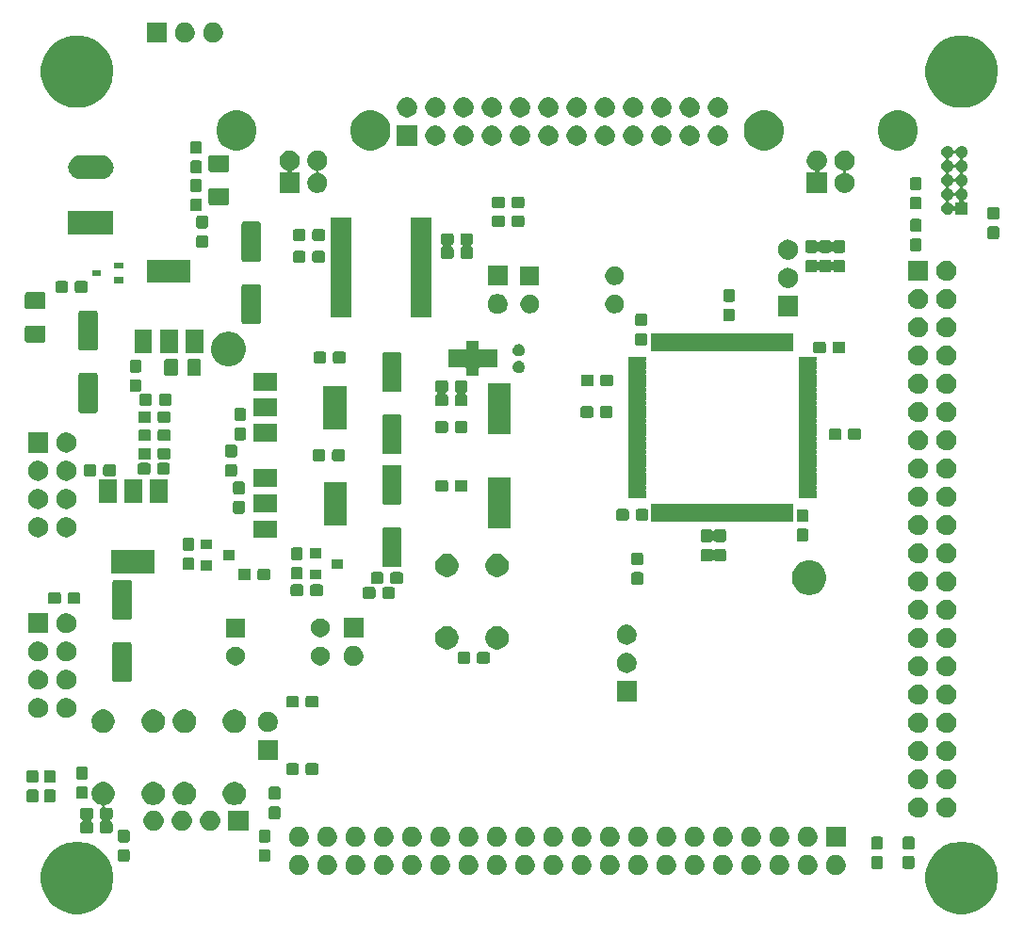
<source format=gbr>
G04 #@! TF.GenerationSoftware,KiCad,Pcbnew,(5.1.5)-3*
G04 #@! TF.CreationDate,2021-02-28T22:04:56+01:00*
G04 #@! TF.ProjectId,g4_eval,67345f65-7661-46c2-9e6b-696361645f70,rev?*
G04 #@! TF.SameCoordinates,Original*
G04 #@! TF.FileFunction,Soldermask,Top*
G04 #@! TF.FilePolarity,Negative*
%FSLAX46Y46*%
G04 Gerber Fmt 4.6, Leading zero omitted, Abs format (unit mm)*
G04 Created by KiCad (PCBNEW (5.1.5)-3) date 2021-02-28 22:04:56*
%MOMM*%
%LPD*%
G04 APERTURE LIST*
%ADD10C,0.100000*%
G04 APERTURE END LIST*
D10*
G36*
X250581618Y-141801000D02*
G01*
X250948282Y-141873934D01*
X251539926Y-142119001D01*
X251891580Y-142353969D01*
X252025308Y-142443323D01*
X252072392Y-142474784D01*
X252525216Y-142927608D01*
X252880999Y-143460074D01*
X253126066Y-144051718D01*
X253151782Y-144181000D01*
X253251000Y-144679803D01*
X253251000Y-145320197D01*
X253188533Y-145634239D01*
X253126066Y-145948282D01*
X252880999Y-146539926D01*
X252525216Y-147072392D01*
X252072392Y-147525216D01*
X251539926Y-147880999D01*
X250948282Y-148126066D01*
X250634239Y-148188533D01*
X250320197Y-148251000D01*
X249679803Y-148251000D01*
X249365761Y-148188533D01*
X249051718Y-148126066D01*
X248460074Y-147880999D01*
X247927608Y-147525216D01*
X247474784Y-147072392D01*
X247119001Y-146539926D01*
X246873934Y-145948282D01*
X246811467Y-145634239D01*
X246749000Y-145320197D01*
X246749000Y-144679803D01*
X246848218Y-144181000D01*
X246873934Y-144051718D01*
X247119001Y-143460074D01*
X247474784Y-142927608D01*
X247927608Y-142474784D01*
X247974693Y-142443323D01*
X248108420Y-142353969D01*
X248460074Y-142119001D01*
X249051718Y-141873934D01*
X249418382Y-141801000D01*
X249679803Y-141749000D01*
X250320197Y-141749000D01*
X250581618Y-141801000D01*
G37*
G36*
X171081618Y-141801000D02*
G01*
X171448282Y-141873934D01*
X172039926Y-142119001D01*
X172391580Y-142353969D01*
X172525308Y-142443323D01*
X172572392Y-142474784D01*
X173025216Y-142927608D01*
X173380999Y-143460074D01*
X173626066Y-144051718D01*
X173651782Y-144181000D01*
X173751000Y-144679803D01*
X173751000Y-145320197D01*
X173688533Y-145634239D01*
X173626066Y-145948282D01*
X173380999Y-146539926D01*
X173025216Y-147072392D01*
X172572392Y-147525216D01*
X172039926Y-147880999D01*
X171448282Y-148126066D01*
X171134239Y-148188533D01*
X170820197Y-148251000D01*
X170179803Y-148251000D01*
X169865761Y-148188533D01*
X169551718Y-148126066D01*
X168960074Y-147880999D01*
X168427608Y-147525216D01*
X167974784Y-147072392D01*
X167619001Y-146539926D01*
X167373934Y-145948282D01*
X167311467Y-145634239D01*
X167249000Y-145320197D01*
X167249000Y-144679803D01*
X167348218Y-144181000D01*
X167373934Y-144051718D01*
X167619001Y-143460074D01*
X167974784Y-142927608D01*
X168427608Y-142474784D01*
X168474693Y-142443323D01*
X168608420Y-142353969D01*
X168960074Y-142119001D01*
X169551718Y-141873934D01*
X169918382Y-141801000D01*
X170179803Y-141749000D01*
X170820197Y-141749000D01*
X171081618Y-141801000D01*
G37*
G36*
X215953512Y-142943927D02*
G01*
X216102812Y-142973624D01*
X216266784Y-143041544D01*
X216414354Y-143140147D01*
X216539853Y-143265646D01*
X216638456Y-143413216D01*
X216706376Y-143577188D01*
X216741000Y-143751259D01*
X216741000Y-143928741D01*
X216706376Y-144102812D01*
X216638456Y-144266784D01*
X216539853Y-144414354D01*
X216414354Y-144539853D01*
X216266784Y-144638456D01*
X216102812Y-144706376D01*
X215953512Y-144736073D01*
X215928742Y-144741000D01*
X215751258Y-144741000D01*
X215726488Y-144736073D01*
X215577188Y-144706376D01*
X215413216Y-144638456D01*
X215265646Y-144539853D01*
X215140147Y-144414354D01*
X215041544Y-144266784D01*
X214973624Y-144102812D01*
X214939000Y-143928741D01*
X214939000Y-143751259D01*
X214973624Y-143577188D01*
X215041544Y-143413216D01*
X215140147Y-143265646D01*
X215265646Y-143140147D01*
X215413216Y-143041544D01*
X215577188Y-142973624D01*
X215726488Y-142943927D01*
X215751258Y-142939000D01*
X215928742Y-142939000D01*
X215953512Y-142943927D01*
G37*
G36*
X200713512Y-142943927D02*
G01*
X200862812Y-142973624D01*
X201026784Y-143041544D01*
X201174354Y-143140147D01*
X201299853Y-143265646D01*
X201398456Y-143413216D01*
X201466376Y-143577188D01*
X201501000Y-143751259D01*
X201501000Y-143928741D01*
X201466376Y-144102812D01*
X201398456Y-144266784D01*
X201299853Y-144414354D01*
X201174354Y-144539853D01*
X201026784Y-144638456D01*
X200862812Y-144706376D01*
X200713512Y-144736073D01*
X200688742Y-144741000D01*
X200511258Y-144741000D01*
X200486488Y-144736073D01*
X200337188Y-144706376D01*
X200173216Y-144638456D01*
X200025646Y-144539853D01*
X199900147Y-144414354D01*
X199801544Y-144266784D01*
X199733624Y-144102812D01*
X199699000Y-143928741D01*
X199699000Y-143751259D01*
X199733624Y-143577188D01*
X199801544Y-143413216D01*
X199900147Y-143265646D01*
X200025646Y-143140147D01*
X200173216Y-143041544D01*
X200337188Y-142973624D01*
X200486488Y-142943927D01*
X200511258Y-142939000D01*
X200688742Y-142939000D01*
X200713512Y-142943927D01*
G37*
G36*
X218493512Y-142943927D02*
G01*
X218642812Y-142973624D01*
X218806784Y-143041544D01*
X218954354Y-143140147D01*
X219079853Y-143265646D01*
X219178456Y-143413216D01*
X219246376Y-143577188D01*
X219281000Y-143751259D01*
X219281000Y-143928741D01*
X219246376Y-144102812D01*
X219178456Y-144266784D01*
X219079853Y-144414354D01*
X218954354Y-144539853D01*
X218806784Y-144638456D01*
X218642812Y-144706376D01*
X218493512Y-144736073D01*
X218468742Y-144741000D01*
X218291258Y-144741000D01*
X218266488Y-144736073D01*
X218117188Y-144706376D01*
X217953216Y-144638456D01*
X217805646Y-144539853D01*
X217680147Y-144414354D01*
X217581544Y-144266784D01*
X217513624Y-144102812D01*
X217479000Y-143928741D01*
X217479000Y-143751259D01*
X217513624Y-143577188D01*
X217581544Y-143413216D01*
X217680147Y-143265646D01*
X217805646Y-143140147D01*
X217953216Y-143041544D01*
X218117188Y-142973624D01*
X218266488Y-142943927D01*
X218291258Y-142939000D01*
X218468742Y-142939000D01*
X218493512Y-142943927D01*
G37*
G36*
X223573512Y-142943927D02*
G01*
X223722812Y-142973624D01*
X223886784Y-143041544D01*
X224034354Y-143140147D01*
X224159853Y-143265646D01*
X224258456Y-143413216D01*
X224326376Y-143577188D01*
X224361000Y-143751259D01*
X224361000Y-143928741D01*
X224326376Y-144102812D01*
X224258456Y-144266784D01*
X224159853Y-144414354D01*
X224034354Y-144539853D01*
X223886784Y-144638456D01*
X223722812Y-144706376D01*
X223573512Y-144736073D01*
X223548742Y-144741000D01*
X223371258Y-144741000D01*
X223346488Y-144736073D01*
X223197188Y-144706376D01*
X223033216Y-144638456D01*
X222885646Y-144539853D01*
X222760147Y-144414354D01*
X222661544Y-144266784D01*
X222593624Y-144102812D01*
X222559000Y-143928741D01*
X222559000Y-143751259D01*
X222593624Y-143577188D01*
X222661544Y-143413216D01*
X222760147Y-143265646D01*
X222885646Y-143140147D01*
X223033216Y-143041544D01*
X223197188Y-142973624D01*
X223346488Y-142943927D01*
X223371258Y-142939000D01*
X223548742Y-142939000D01*
X223573512Y-142943927D01*
G37*
G36*
X226113512Y-142943927D02*
G01*
X226262812Y-142973624D01*
X226426784Y-143041544D01*
X226574354Y-143140147D01*
X226699853Y-143265646D01*
X226798456Y-143413216D01*
X226866376Y-143577188D01*
X226901000Y-143751259D01*
X226901000Y-143928741D01*
X226866376Y-144102812D01*
X226798456Y-144266784D01*
X226699853Y-144414354D01*
X226574354Y-144539853D01*
X226426784Y-144638456D01*
X226262812Y-144706376D01*
X226113512Y-144736073D01*
X226088742Y-144741000D01*
X225911258Y-144741000D01*
X225886488Y-144736073D01*
X225737188Y-144706376D01*
X225573216Y-144638456D01*
X225425646Y-144539853D01*
X225300147Y-144414354D01*
X225201544Y-144266784D01*
X225133624Y-144102812D01*
X225099000Y-143928741D01*
X225099000Y-143751259D01*
X225133624Y-143577188D01*
X225201544Y-143413216D01*
X225300147Y-143265646D01*
X225425646Y-143140147D01*
X225573216Y-143041544D01*
X225737188Y-142973624D01*
X225886488Y-142943927D01*
X225911258Y-142939000D01*
X226088742Y-142939000D01*
X226113512Y-142943927D01*
G37*
G36*
X228653512Y-142943927D02*
G01*
X228802812Y-142973624D01*
X228966784Y-143041544D01*
X229114354Y-143140147D01*
X229239853Y-143265646D01*
X229338456Y-143413216D01*
X229406376Y-143577188D01*
X229441000Y-143751259D01*
X229441000Y-143928741D01*
X229406376Y-144102812D01*
X229338456Y-144266784D01*
X229239853Y-144414354D01*
X229114354Y-144539853D01*
X228966784Y-144638456D01*
X228802812Y-144706376D01*
X228653512Y-144736073D01*
X228628742Y-144741000D01*
X228451258Y-144741000D01*
X228426488Y-144736073D01*
X228277188Y-144706376D01*
X228113216Y-144638456D01*
X227965646Y-144539853D01*
X227840147Y-144414354D01*
X227741544Y-144266784D01*
X227673624Y-144102812D01*
X227639000Y-143928741D01*
X227639000Y-143751259D01*
X227673624Y-143577188D01*
X227741544Y-143413216D01*
X227840147Y-143265646D01*
X227965646Y-143140147D01*
X228113216Y-143041544D01*
X228277188Y-142973624D01*
X228426488Y-142943927D01*
X228451258Y-142939000D01*
X228628742Y-142939000D01*
X228653512Y-142943927D01*
G37*
G36*
X221033512Y-142943927D02*
G01*
X221182812Y-142973624D01*
X221346784Y-143041544D01*
X221494354Y-143140147D01*
X221619853Y-143265646D01*
X221718456Y-143413216D01*
X221786376Y-143577188D01*
X221821000Y-143751259D01*
X221821000Y-143928741D01*
X221786376Y-144102812D01*
X221718456Y-144266784D01*
X221619853Y-144414354D01*
X221494354Y-144539853D01*
X221346784Y-144638456D01*
X221182812Y-144706376D01*
X221033512Y-144736073D01*
X221008742Y-144741000D01*
X220831258Y-144741000D01*
X220806488Y-144736073D01*
X220657188Y-144706376D01*
X220493216Y-144638456D01*
X220345646Y-144539853D01*
X220220147Y-144414354D01*
X220121544Y-144266784D01*
X220053624Y-144102812D01*
X220019000Y-143928741D01*
X220019000Y-143751259D01*
X220053624Y-143577188D01*
X220121544Y-143413216D01*
X220220147Y-143265646D01*
X220345646Y-143140147D01*
X220493216Y-143041544D01*
X220657188Y-142973624D01*
X220806488Y-142943927D01*
X220831258Y-142939000D01*
X221008742Y-142939000D01*
X221033512Y-142943927D01*
G37*
G36*
X233733512Y-142943927D02*
G01*
X233882812Y-142973624D01*
X234046784Y-143041544D01*
X234194354Y-143140147D01*
X234319853Y-143265646D01*
X234418456Y-143413216D01*
X234486376Y-143577188D01*
X234521000Y-143751259D01*
X234521000Y-143928741D01*
X234486376Y-144102812D01*
X234418456Y-144266784D01*
X234319853Y-144414354D01*
X234194354Y-144539853D01*
X234046784Y-144638456D01*
X233882812Y-144706376D01*
X233733512Y-144736073D01*
X233708742Y-144741000D01*
X233531258Y-144741000D01*
X233506488Y-144736073D01*
X233357188Y-144706376D01*
X233193216Y-144638456D01*
X233045646Y-144539853D01*
X232920147Y-144414354D01*
X232821544Y-144266784D01*
X232753624Y-144102812D01*
X232719000Y-143928741D01*
X232719000Y-143751259D01*
X232753624Y-143577188D01*
X232821544Y-143413216D01*
X232920147Y-143265646D01*
X233045646Y-143140147D01*
X233193216Y-143041544D01*
X233357188Y-142973624D01*
X233506488Y-142943927D01*
X233531258Y-142939000D01*
X233708742Y-142939000D01*
X233733512Y-142943927D01*
G37*
G36*
X236273512Y-142943927D02*
G01*
X236422812Y-142973624D01*
X236586784Y-143041544D01*
X236734354Y-143140147D01*
X236859853Y-143265646D01*
X236958456Y-143413216D01*
X237026376Y-143577188D01*
X237061000Y-143751259D01*
X237061000Y-143928741D01*
X237026376Y-144102812D01*
X236958456Y-144266784D01*
X236859853Y-144414354D01*
X236734354Y-144539853D01*
X236586784Y-144638456D01*
X236422812Y-144706376D01*
X236273512Y-144736073D01*
X236248742Y-144741000D01*
X236071258Y-144741000D01*
X236046488Y-144736073D01*
X235897188Y-144706376D01*
X235733216Y-144638456D01*
X235585646Y-144539853D01*
X235460147Y-144414354D01*
X235361544Y-144266784D01*
X235293624Y-144102812D01*
X235259000Y-143928741D01*
X235259000Y-143751259D01*
X235293624Y-143577188D01*
X235361544Y-143413216D01*
X235460147Y-143265646D01*
X235585646Y-143140147D01*
X235733216Y-143041544D01*
X235897188Y-142973624D01*
X236046488Y-142943927D01*
X236071258Y-142939000D01*
X236248742Y-142939000D01*
X236273512Y-142943927D01*
G37*
G36*
X238813512Y-142943927D02*
G01*
X238962812Y-142973624D01*
X239126784Y-143041544D01*
X239274354Y-143140147D01*
X239399853Y-143265646D01*
X239498456Y-143413216D01*
X239566376Y-143577188D01*
X239601000Y-143751259D01*
X239601000Y-143928741D01*
X239566376Y-144102812D01*
X239498456Y-144266784D01*
X239399853Y-144414354D01*
X239274354Y-144539853D01*
X239126784Y-144638456D01*
X238962812Y-144706376D01*
X238813512Y-144736073D01*
X238788742Y-144741000D01*
X238611258Y-144741000D01*
X238586488Y-144736073D01*
X238437188Y-144706376D01*
X238273216Y-144638456D01*
X238125646Y-144539853D01*
X238000147Y-144414354D01*
X237901544Y-144266784D01*
X237833624Y-144102812D01*
X237799000Y-143928741D01*
X237799000Y-143751259D01*
X237833624Y-143577188D01*
X237901544Y-143413216D01*
X238000147Y-143265646D01*
X238125646Y-143140147D01*
X238273216Y-143041544D01*
X238437188Y-142973624D01*
X238586488Y-142943927D01*
X238611258Y-142939000D01*
X238788742Y-142939000D01*
X238813512Y-142943927D01*
G37*
G36*
X190553512Y-142943927D02*
G01*
X190702812Y-142973624D01*
X190866784Y-143041544D01*
X191014354Y-143140147D01*
X191139853Y-143265646D01*
X191238456Y-143413216D01*
X191306376Y-143577188D01*
X191341000Y-143751259D01*
X191341000Y-143928741D01*
X191306376Y-144102812D01*
X191238456Y-144266784D01*
X191139853Y-144414354D01*
X191014354Y-144539853D01*
X190866784Y-144638456D01*
X190702812Y-144706376D01*
X190553512Y-144736073D01*
X190528742Y-144741000D01*
X190351258Y-144741000D01*
X190326488Y-144736073D01*
X190177188Y-144706376D01*
X190013216Y-144638456D01*
X189865646Y-144539853D01*
X189740147Y-144414354D01*
X189641544Y-144266784D01*
X189573624Y-144102812D01*
X189539000Y-143928741D01*
X189539000Y-143751259D01*
X189573624Y-143577188D01*
X189641544Y-143413216D01*
X189740147Y-143265646D01*
X189865646Y-143140147D01*
X190013216Y-143041544D01*
X190177188Y-142973624D01*
X190326488Y-142943927D01*
X190351258Y-142939000D01*
X190528742Y-142939000D01*
X190553512Y-142943927D01*
G37*
G36*
X195633512Y-142943927D02*
G01*
X195782812Y-142973624D01*
X195946784Y-143041544D01*
X196094354Y-143140147D01*
X196219853Y-143265646D01*
X196318456Y-143413216D01*
X196386376Y-143577188D01*
X196421000Y-143751259D01*
X196421000Y-143928741D01*
X196386376Y-144102812D01*
X196318456Y-144266784D01*
X196219853Y-144414354D01*
X196094354Y-144539853D01*
X195946784Y-144638456D01*
X195782812Y-144706376D01*
X195633512Y-144736073D01*
X195608742Y-144741000D01*
X195431258Y-144741000D01*
X195406488Y-144736073D01*
X195257188Y-144706376D01*
X195093216Y-144638456D01*
X194945646Y-144539853D01*
X194820147Y-144414354D01*
X194721544Y-144266784D01*
X194653624Y-144102812D01*
X194619000Y-143928741D01*
X194619000Y-143751259D01*
X194653624Y-143577188D01*
X194721544Y-143413216D01*
X194820147Y-143265646D01*
X194945646Y-143140147D01*
X195093216Y-143041544D01*
X195257188Y-142973624D01*
X195406488Y-142943927D01*
X195431258Y-142939000D01*
X195608742Y-142939000D01*
X195633512Y-142943927D01*
G37*
G36*
X193093512Y-142943927D02*
G01*
X193242812Y-142973624D01*
X193406784Y-143041544D01*
X193554354Y-143140147D01*
X193679853Y-143265646D01*
X193778456Y-143413216D01*
X193846376Y-143577188D01*
X193881000Y-143751259D01*
X193881000Y-143928741D01*
X193846376Y-144102812D01*
X193778456Y-144266784D01*
X193679853Y-144414354D01*
X193554354Y-144539853D01*
X193406784Y-144638456D01*
X193242812Y-144706376D01*
X193093512Y-144736073D01*
X193068742Y-144741000D01*
X192891258Y-144741000D01*
X192866488Y-144736073D01*
X192717188Y-144706376D01*
X192553216Y-144638456D01*
X192405646Y-144539853D01*
X192280147Y-144414354D01*
X192181544Y-144266784D01*
X192113624Y-144102812D01*
X192079000Y-143928741D01*
X192079000Y-143751259D01*
X192113624Y-143577188D01*
X192181544Y-143413216D01*
X192280147Y-143265646D01*
X192405646Y-143140147D01*
X192553216Y-143041544D01*
X192717188Y-142973624D01*
X192866488Y-142943927D01*
X192891258Y-142939000D01*
X193068742Y-142939000D01*
X193093512Y-142943927D01*
G37*
G36*
X203253512Y-142943927D02*
G01*
X203402812Y-142973624D01*
X203566784Y-143041544D01*
X203714354Y-143140147D01*
X203839853Y-143265646D01*
X203938456Y-143413216D01*
X204006376Y-143577188D01*
X204041000Y-143751259D01*
X204041000Y-143928741D01*
X204006376Y-144102812D01*
X203938456Y-144266784D01*
X203839853Y-144414354D01*
X203714354Y-144539853D01*
X203566784Y-144638456D01*
X203402812Y-144706376D01*
X203253512Y-144736073D01*
X203228742Y-144741000D01*
X203051258Y-144741000D01*
X203026488Y-144736073D01*
X202877188Y-144706376D01*
X202713216Y-144638456D01*
X202565646Y-144539853D01*
X202440147Y-144414354D01*
X202341544Y-144266784D01*
X202273624Y-144102812D01*
X202239000Y-143928741D01*
X202239000Y-143751259D01*
X202273624Y-143577188D01*
X202341544Y-143413216D01*
X202440147Y-143265646D01*
X202565646Y-143140147D01*
X202713216Y-143041544D01*
X202877188Y-142973624D01*
X203026488Y-142943927D01*
X203051258Y-142939000D01*
X203228742Y-142939000D01*
X203253512Y-142943927D01*
G37*
G36*
X205793512Y-142943927D02*
G01*
X205942812Y-142973624D01*
X206106784Y-143041544D01*
X206254354Y-143140147D01*
X206379853Y-143265646D01*
X206478456Y-143413216D01*
X206546376Y-143577188D01*
X206581000Y-143751259D01*
X206581000Y-143928741D01*
X206546376Y-144102812D01*
X206478456Y-144266784D01*
X206379853Y-144414354D01*
X206254354Y-144539853D01*
X206106784Y-144638456D01*
X205942812Y-144706376D01*
X205793512Y-144736073D01*
X205768742Y-144741000D01*
X205591258Y-144741000D01*
X205566488Y-144736073D01*
X205417188Y-144706376D01*
X205253216Y-144638456D01*
X205105646Y-144539853D01*
X204980147Y-144414354D01*
X204881544Y-144266784D01*
X204813624Y-144102812D01*
X204779000Y-143928741D01*
X204779000Y-143751259D01*
X204813624Y-143577188D01*
X204881544Y-143413216D01*
X204980147Y-143265646D01*
X205105646Y-143140147D01*
X205253216Y-143041544D01*
X205417188Y-142973624D01*
X205566488Y-142943927D01*
X205591258Y-142939000D01*
X205768742Y-142939000D01*
X205793512Y-142943927D01*
G37*
G36*
X208333512Y-142943927D02*
G01*
X208482812Y-142973624D01*
X208646784Y-143041544D01*
X208794354Y-143140147D01*
X208919853Y-143265646D01*
X209018456Y-143413216D01*
X209086376Y-143577188D01*
X209121000Y-143751259D01*
X209121000Y-143928741D01*
X209086376Y-144102812D01*
X209018456Y-144266784D01*
X208919853Y-144414354D01*
X208794354Y-144539853D01*
X208646784Y-144638456D01*
X208482812Y-144706376D01*
X208333512Y-144736073D01*
X208308742Y-144741000D01*
X208131258Y-144741000D01*
X208106488Y-144736073D01*
X207957188Y-144706376D01*
X207793216Y-144638456D01*
X207645646Y-144539853D01*
X207520147Y-144414354D01*
X207421544Y-144266784D01*
X207353624Y-144102812D01*
X207319000Y-143928741D01*
X207319000Y-143751259D01*
X207353624Y-143577188D01*
X207421544Y-143413216D01*
X207520147Y-143265646D01*
X207645646Y-143140147D01*
X207793216Y-143041544D01*
X207957188Y-142973624D01*
X208106488Y-142943927D01*
X208131258Y-142939000D01*
X208308742Y-142939000D01*
X208333512Y-142943927D01*
G37*
G36*
X213413512Y-142943927D02*
G01*
X213562812Y-142973624D01*
X213726784Y-143041544D01*
X213874354Y-143140147D01*
X213999853Y-143265646D01*
X214098456Y-143413216D01*
X214166376Y-143577188D01*
X214201000Y-143751259D01*
X214201000Y-143928741D01*
X214166376Y-144102812D01*
X214098456Y-144266784D01*
X213999853Y-144414354D01*
X213874354Y-144539853D01*
X213726784Y-144638456D01*
X213562812Y-144706376D01*
X213413512Y-144736073D01*
X213388742Y-144741000D01*
X213211258Y-144741000D01*
X213186488Y-144736073D01*
X213037188Y-144706376D01*
X212873216Y-144638456D01*
X212725646Y-144539853D01*
X212600147Y-144414354D01*
X212501544Y-144266784D01*
X212433624Y-144102812D01*
X212399000Y-143928741D01*
X212399000Y-143751259D01*
X212433624Y-143577188D01*
X212501544Y-143413216D01*
X212600147Y-143265646D01*
X212725646Y-143140147D01*
X212873216Y-143041544D01*
X213037188Y-142973624D01*
X213186488Y-142943927D01*
X213211258Y-142939000D01*
X213388742Y-142939000D01*
X213413512Y-142943927D01*
G37*
G36*
X231193512Y-142943927D02*
G01*
X231342812Y-142973624D01*
X231506784Y-143041544D01*
X231654354Y-143140147D01*
X231779853Y-143265646D01*
X231878456Y-143413216D01*
X231946376Y-143577188D01*
X231981000Y-143751259D01*
X231981000Y-143928741D01*
X231946376Y-144102812D01*
X231878456Y-144266784D01*
X231779853Y-144414354D01*
X231654354Y-144539853D01*
X231506784Y-144638456D01*
X231342812Y-144706376D01*
X231193512Y-144736073D01*
X231168742Y-144741000D01*
X230991258Y-144741000D01*
X230966488Y-144736073D01*
X230817188Y-144706376D01*
X230653216Y-144638456D01*
X230505646Y-144539853D01*
X230380147Y-144414354D01*
X230281544Y-144266784D01*
X230213624Y-144102812D01*
X230179000Y-143928741D01*
X230179000Y-143751259D01*
X230213624Y-143577188D01*
X230281544Y-143413216D01*
X230380147Y-143265646D01*
X230505646Y-143140147D01*
X230653216Y-143041544D01*
X230817188Y-142973624D01*
X230966488Y-142943927D01*
X230991258Y-142939000D01*
X231168742Y-142939000D01*
X231193512Y-142943927D01*
G37*
G36*
X198173512Y-142943927D02*
G01*
X198322812Y-142973624D01*
X198486784Y-143041544D01*
X198634354Y-143140147D01*
X198759853Y-143265646D01*
X198858456Y-143413216D01*
X198926376Y-143577188D01*
X198961000Y-143751259D01*
X198961000Y-143928741D01*
X198926376Y-144102812D01*
X198858456Y-144266784D01*
X198759853Y-144414354D01*
X198634354Y-144539853D01*
X198486784Y-144638456D01*
X198322812Y-144706376D01*
X198173512Y-144736073D01*
X198148742Y-144741000D01*
X197971258Y-144741000D01*
X197946488Y-144736073D01*
X197797188Y-144706376D01*
X197633216Y-144638456D01*
X197485646Y-144539853D01*
X197360147Y-144414354D01*
X197261544Y-144266784D01*
X197193624Y-144102812D01*
X197159000Y-143928741D01*
X197159000Y-143751259D01*
X197193624Y-143577188D01*
X197261544Y-143413216D01*
X197360147Y-143265646D01*
X197485646Y-143140147D01*
X197633216Y-143041544D01*
X197797188Y-142973624D01*
X197946488Y-142943927D01*
X197971258Y-142939000D01*
X198148742Y-142939000D01*
X198173512Y-142943927D01*
G37*
G36*
X210873512Y-142943927D02*
G01*
X211022812Y-142973624D01*
X211186784Y-143041544D01*
X211334354Y-143140147D01*
X211459853Y-143265646D01*
X211558456Y-143413216D01*
X211626376Y-143577188D01*
X211661000Y-143751259D01*
X211661000Y-143928741D01*
X211626376Y-144102812D01*
X211558456Y-144266784D01*
X211459853Y-144414354D01*
X211334354Y-144539853D01*
X211186784Y-144638456D01*
X211022812Y-144706376D01*
X210873512Y-144736073D01*
X210848742Y-144741000D01*
X210671258Y-144741000D01*
X210646488Y-144736073D01*
X210497188Y-144706376D01*
X210333216Y-144638456D01*
X210185646Y-144539853D01*
X210060147Y-144414354D01*
X209961544Y-144266784D01*
X209893624Y-144102812D01*
X209859000Y-143928741D01*
X209859000Y-143751259D01*
X209893624Y-143577188D01*
X209961544Y-143413216D01*
X210060147Y-143265646D01*
X210185646Y-143140147D01*
X210333216Y-143041544D01*
X210497188Y-142973624D01*
X210646488Y-142943927D01*
X210671258Y-142939000D01*
X210848742Y-142939000D01*
X210873512Y-142943927D01*
G37*
G36*
X242764499Y-143033445D02*
G01*
X242801995Y-143044820D01*
X242836554Y-143063292D01*
X242866847Y-143088153D01*
X242891708Y-143118446D01*
X242910180Y-143153005D01*
X242921555Y-143190501D01*
X242926000Y-143235638D01*
X242926000Y-143974362D01*
X242921555Y-144019499D01*
X242910180Y-144056995D01*
X242891708Y-144091554D01*
X242866847Y-144121847D01*
X242836554Y-144146708D01*
X242801995Y-144165180D01*
X242764499Y-144176555D01*
X242719362Y-144181000D01*
X242080638Y-144181000D01*
X242035501Y-144176555D01*
X241998005Y-144165180D01*
X241963446Y-144146708D01*
X241933153Y-144121847D01*
X241908292Y-144091554D01*
X241889820Y-144056995D01*
X241878445Y-144019499D01*
X241874000Y-143974362D01*
X241874000Y-143235638D01*
X241878445Y-143190501D01*
X241889820Y-143153005D01*
X241908292Y-143118446D01*
X241933153Y-143088153D01*
X241963446Y-143063292D01*
X241998005Y-143044820D01*
X242035501Y-143033445D01*
X242080638Y-143029000D01*
X242719362Y-143029000D01*
X242764499Y-143033445D01*
G37*
G36*
X245594499Y-143033445D02*
G01*
X245631995Y-143044820D01*
X245666554Y-143063292D01*
X245696847Y-143088153D01*
X245721708Y-143118446D01*
X245740180Y-143153005D01*
X245751555Y-143190501D01*
X245756000Y-143235638D01*
X245756000Y-143974362D01*
X245751555Y-144019499D01*
X245740180Y-144056995D01*
X245721708Y-144091554D01*
X245696847Y-144121847D01*
X245666554Y-144146708D01*
X245631995Y-144165180D01*
X245594499Y-144176555D01*
X245549362Y-144181000D01*
X244910638Y-144181000D01*
X244865501Y-144176555D01*
X244828005Y-144165180D01*
X244793446Y-144146708D01*
X244763153Y-144121847D01*
X244738292Y-144091554D01*
X244719820Y-144056995D01*
X244708445Y-144019499D01*
X244704000Y-143974362D01*
X244704000Y-143235638D01*
X244708445Y-143190501D01*
X244719820Y-143153005D01*
X244738292Y-143118446D01*
X244763153Y-143088153D01*
X244793446Y-143063292D01*
X244828005Y-143044820D01*
X244865501Y-143033445D01*
X244910638Y-143029000D01*
X245549362Y-143029000D01*
X245594499Y-143033445D01*
G37*
G36*
X175064499Y-142403445D02*
G01*
X175101995Y-142414820D01*
X175136554Y-142433292D01*
X175166847Y-142458153D01*
X175191708Y-142488446D01*
X175210180Y-142523005D01*
X175221555Y-142560501D01*
X175226000Y-142605638D01*
X175226000Y-143344362D01*
X175221555Y-143389499D01*
X175210180Y-143426995D01*
X175191708Y-143461554D01*
X175166847Y-143491847D01*
X175136554Y-143516708D01*
X175101995Y-143535180D01*
X175064499Y-143546555D01*
X175019362Y-143551000D01*
X174380638Y-143551000D01*
X174335501Y-143546555D01*
X174298005Y-143535180D01*
X174263446Y-143516708D01*
X174233153Y-143491847D01*
X174208292Y-143461554D01*
X174189820Y-143426995D01*
X174178445Y-143389499D01*
X174174000Y-143344362D01*
X174174000Y-142605638D01*
X174178445Y-142560501D01*
X174189820Y-142523005D01*
X174208292Y-142488446D01*
X174233153Y-142458153D01*
X174263446Y-142433292D01*
X174298005Y-142414820D01*
X174335501Y-142403445D01*
X174380638Y-142399000D01*
X175019362Y-142399000D01*
X175064499Y-142403445D01*
G37*
G36*
X187714499Y-142403445D02*
G01*
X187751995Y-142414820D01*
X187786554Y-142433292D01*
X187816847Y-142458153D01*
X187841708Y-142488446D01*
X187860180Y-142523005D01*
X187871555Y-142560501D01*
X187876000Y-142605638D01*
X187876000Y-143344362D01*
X187871555Y-143389499D01*
X187860180Y-143426995D01*
X187841708Y-143461554D01*
X187816847Y-143491847D01*
X187786554Y-143516708D01*
X187751995Y-143535180D01*
X187714499Y-143546555D01*
X187669362Y-143551000D01*
X187030638Y-143551000D01*
X186985501Y-143546555D01*
X186948005Y-143535180D01*
X186913446Y-143516708D01*
X186883153Y-143491847D01*
X186858292Y-143461554D01*
X186839820Y-143426995D01*
X186828445Y-143389499D01*
X186824000Y-143344362D01*
X186824000Y-142605638D01*
X186828445Y-142560501D01*
X186839820Y-142523005D01*
X186858292Y-142488446D01*
X186883153Y-142458153D01*
X186913446Y-142433292D01*
X186948005Y-142414820D01*
X186985501Y-142403445D01*
X187030638Y-142399000D01*
X187669362Y-142399000D01*
X187714499Y-142403445D01*
G37*
G36*
X242764499Y-141283445D02*
G01*
X242801995Y-141294820D01*
X242836554Y-141313292D01*
X242866847Y-141338153D01*
X242891708Y-141368446D01*
X242910180Y-141403005D01*
X242921555Y-141440501D01*
X242926000Y-141485638D01*
X242926000Y-142224362D01*
X242921555Y-142269499D01*
X242910180Y-142306995D01*
X242891708Y-142341554D01*
X242866847Y-142371847D01*
X242836554Y-142396708D01*
X242801995Y-142415180D01*
X242764499Y-142426555D01*
X242719362Y-142431000D01*
X242080638Y-142431000D01*
X242035501Y-142426555D01*
X241998005Y-142415180D01*
X241963446Y-142396708D01*
X241933153Y-142371847D01*
X241908292Y-142341554D01*
X241889820Y-142306995D01*
X241878445Y-142269499D01*
X241874000Y-142224362D01*
X241874000Y-141485638D01*
X241878445Y-141440501D01*
X241889820Y-141403005D01*
X241908292Y-141368446D01*
X241933153Y-141338153D01*
X241963446Y-141313292D01*
X241998005Y-141294820D01*
X242035501Y-141283445D01*
X242080638Y-141279000D01*
X242719362Y-141279000D01*
X242764499Y-141283445D01*
G37*
G36*
X245594499Y-141283445D02*
G01*
X245631995Y-141294820D01*
X245666554Y-141313292D01*
X245696847Y-141338153D01*
X245721708Y-141368446D01*
X245740180Y-141403005D01*
X245751555Y-141440501D01*
X245756000Y-141485638D01*
X245756000Y-142224362D01*
X245751555Y-142269499D01*
X245740180Y-142306995D01*
X245721708Y-142341554D01*
X245696847Y-142371847D01*
X245666554Y-142396708D01*
X245631995Y-142415180D01*
X245594499Y-142426555D01*
X245549362Y-142431000D01*
X244910638Y-142431000D01*
X244865501Y-142426555D01*
X244828005Y-142415180D01*
X244793446Y-142396708D01*
X244763153Y-142371847D01*
X244738292Y-142341554D01*
X244719820Y-142306995D01*
X244708445Y-142269499D01*
X244704000Y-142224362D01*
X244704000Y-141485638D01*
X244708445Y-141440501D01*
X244719820Y-141403005D01*
X244738292Y-141368446D01*
X244763153Y-141338153D01*
X244793446Y-141313292D01*
X244828005Y-141294820D01*
X244865501Y-141283445D01*
X244910638Y-141279000D01*
X245549362Y-141279000D01*
X245594499Y-141283445D01*
G37*
G36*
X200713512Y-140403927D02*
G01*
X200862812Y-140433624D01*
X201026784Y-140501544D01*
X201174354Y-140600147D01*
X201299853Y-140725646D01*
X201398456Y-140873216D01*
X201466376Y-141037188D01*
X201501000Y-141211259D01*
X201501000Y-141388741D01*
X201466376Y-141562812D01*
X201398456Y-141726784D01*
X201299853Y-141874354D01*
X201174354Y-141999853D01*
X201026784Y-142098456D01*
X200862812Y-142166376D01*
X200713512Y-142196073D01*
X200688742Y-142201000D01*
X200511258Y-142201000D01*
X200486488Y-142196073D01*
X200337188Y-142166376D01*
X200173216Y-142098456D01*
X200025646Y-141999853D01*
X199900147Y-141874354D01*
X199801544Y-141726784D01*
X199733624Y-141562812D01*
X199699000Y-141388741D01*
X199699000Y-141211259D01*
X199733624Y-141037188D01*
X199801544Y-140873216D01*
X199900147Y-140725646D01*
X200025646Y-140600147D01*
X200173216Y-140501544D01*
X200337188Y-140433624D01*
X200486488Y-140403927D01*
X200511258Y-140399000D01*
X200688742Y-140399000D01*
X200713512Y-140403927D01*
G37*
G36*
X231193512Y-140403927D02*
G01*
X231342812Y-140433624D01*
X231506784Y-140501544D01*
X231654354Y-140600147D01*
X231779853Y-140725646D01*
X231878456Y-140873216D01*
X231946376Y-141037188D01*
X231981000Y-141211259D01*
X231981000Y-141388741D01*
X231946376Y-141562812D01*
X231878456Y-141726784D01*
X231779853Y-141874354D01*
X231654354Y-141999853D01*
X231506784Y-142098456D01*
X231342812Y-142166376D01*
X231193512Y-142196073D01*
X231168742Y-142201000D01*
X230991258Y-142201000D01*
X230966488Y-142196073D01*
X230817188Y-142166376D01*
X230653216Y-142098456D01*
X230505646Y-141999853D01*
X230380147Y-141874354D01*
X230281544Y-141726784D01*
X230213624Y-141562812D01*
X230179000Y-141388741D01*
X230179000Y-141211259D01*
X230213624Y-141037188D01*
X230281544Y-140873216D01*
X230380147Y-140725646D01*
X230505646Y-140600147D01*
X230653216Y-140501544D01*
X230817188Y-140433624D01*
X230966488Y-140403927D01*
X230991258Y-140399000D01*
X231168742Y-140399000D01*
X231193512Y-140403927D01*
G37*
G36*
X198173512Y-140403927D02*
G01*
X198322812Y-140433624D01*
X198486784Y-140501544D01*
X198634354Y-140600147D01*
X198759853Y-140725646D01*
X198858456Y-140873216D01*
X198926376Y-141037188D01*
X198961000Y-141211259D01*
X198961000Y-141388741D01*
X198926376Y-141562812D01*
X198858456Y-141726784D01*
X198759853Y-141874354D01*
X198634354Y-141999853D01*
X198486784Y-142098456D01*
X198322812Y-142166376D01*
X198173512Y-142196073D01*
X198148742Y-142201000D01*
X197971258Y-142201000D01*
X197946488Y-142196073D01*
X197797188Y-142166376D01*
X197633216Y-142098456D01*
X197485646Y-141999853D01*
X197360147Y-141874354D01*
X197261544Y-141726784D01*
X197193624Y-141562812D01*
X197159000Y-141388741D01*
X197159000Y-141211259D01*
X197193624Y-141037188D01*
X197261544Y-140873216D01*
X197360147Y-140725646D01*
X197485646Y-140600147D01*
X197633216Y-140501544D01*
X197797188Y-140433624D01*
X197946488Y-140403927D01*
X197971258Y-140399000D01*
X198148742Y-140399000D01*
X198173512Y-140403927D01*
G37*
G36*
X236273512Y-140403927D02*
G01*
X236422812Y-140433624D01*
X236586784Y-140501544D01*
X236734354Y-140600147D01*
X236859853Y-140725646D01*
X236958456Y-140873216D01*
X237026376Y-141037188D01*
X237061000Y-141211259D01*
X237061000Y-141388741D01*
X237026376Y-141562812D01*
X236958456Y-141726784D01*
X236859853Y-141874354D01*
X236734354Y-141999853D01*
X236586784Y-142098456D01*
X236422812Y-142166376D01*
X236273512Y-142196073D01*
X236248742Y-142201000D01*
X236071258Y-142201000D01*
X236046488Y-142196073D01*
X235897188Y-142166376D01*
X235733216Y-142098456D01*
X235585646Y-141999853D01*
X235460147Y-141874354D01*
X235361544Y-141726784D01*
X235293624Y-141562812D01*
X235259000Y-141388741D01*
X235259000Y-141211259D01*
X235293624Y-141037188D01*
X235361544Y-140873216D01*
X235460147Y-140725646D01*
X235585646Y-140600147D01*
X235733216Y-140501544D01*
X235897188Y-140433624D01*
X236046488Y-140403927D01*
X236071258Y-140399000D01*
X236248742Y-140399000D01*
X236273512Y-140403927D01*
G37*
G36*
X233733512Y-140403927D02*
G01*
X233882812Y-140433624D01*
X234046784Y-140501544D01*
X234194354Y-140600147D01*
X234319853Y-140725646D01*
X234418456Y-140873216D01*
X234486376Y-141037188D01*
X234521000Y-141211259D01*
X234521000Y-141388741D01*
X234486376Y-141562812D01*
X234418456Y-141726784D01*
X234319853Y-141874354D01*
X234194354Y-141999853D01*
X234046784Y-142098456D01*
X233882812Y-142166376D01*
X233733512Y-142196073D01*
X233708742Y-142201000D01*
X233531258Y-142201000D01*
X233506488Y-142196073D01*
X233357188Y-142166376D01*
X233193216Y-142098456D01*
X233045646Y-141999853D01*
X232920147Y-141874354D01*
X232821544Y-141726784D01*
X232753624Y-141562812D01*
X232719000Y-141388741D01*
X232719000Y-141211259D01*
X232753624Y-141037188D01*
X232821544Y-140873216D01*
X232920147Y-140725646D01*
X233045646Y-140600147D01*
X233193216Y-140501544D01*
X233357188Y-140433624D01*
X233506488Y-140403927D01*
X233531258Y-140399000D01*
X233708742Y-140399000D01*
X233733512Y-140403927D01*
G37*
G36*
X228653512Y-140403927D02*
G01*
X228802812Y-140433624D01*
X228966784Y-140501544D01*
X229114354Y-140600147D01*
X229239853Y-140725646D01*
X229338456Y-140873216D01*
X229406376Y-141037188D01*
X229441000Y-141211259D01*
X229441000Y-141388741D01*
X229406376Y-141562812D01*
X229338456Y-141726784D01*
X229239853Y-141874354D01*
X229114354Y-141999853D01*
X228966784Y-142098456D01*
X228802812Y-142166376D01*
X228653512Y-142196073D01*
X228628742Y-142201000D01*
X228451258Y-142201000D01*
X228426488Y-142196073D01*
X228277188Y-142166376D01*
X228113216Y-142098456D01*
X227965646Y-141999853D01*
X227840147Y-141874354D01*
X227741544Y-141726784D01*
X227673624Y-141562812D01*
X227639000Y-141388741D01*
X227639000Y-141211259D01*
X227673624Y-141037188D01*
X227741544Y-140873216D01*
X227840147Y-140725646D01*
X227965646Y-140600147D01*
X228113216Y-140501544D01*
X228277188Y-140433624D01*
X228426488Y-140403927D01*
X228451258Y-140399000D01*
X228628742Y-140399000D01*
X228653512Y-140403927D01*
G37*
G36*
X226113512Y-140403927D02*
G01*
X226262812Y-140433624D01*
X226426784Y-140501544D01*
X226574354Y-140600147D01*
X226699853Y-140725646D01*
X226798456Y-140873216D01*
X226866376Y-141037188D01*
X226901000Y-141211259D01*
X226901000Y-141388741D01*
X226866376Y-141562812D01*
X226798456Y-141726784D01*
X226699853Y-141874354D01*
X226574354Y-141999853D01*
X226426784Y-142098456D01*
X226262812Y-142166376D01*
X226113512Y-142196073D01*
X226088742Y-142201000D01*
X225911258Y-142201000D01*
X225886488Y-142196073D01*
X225737188Y-142166376D01*
X225573216Y-142098456D01*
X225425646Y-141999853D01*
X225300147Y-141874354D01*
X225201544Y-141726784D01*
X225133624Y-141562812D01*
X225099000Y-141388741D01*
X225099000Y-141211259D01*
X225133624Y-141037188D01*
X225201544Y-140873216D01*
X225300147Y-140725646D01*
X225425646Y-140600147D01*
X225573216Y-140501544D01*
X225737188Y-140433624D01*
X225886488Y-140403927D01*
X225911258Y-140399000D01*
X226088742Y-140399000D01*
X226113512Y-140403927D01*
G37*
G36*
X223573512Y-140403927D02*
G01*
X223722812Y-140433624D01*
X223886784Y-140501544D01*
X224034354Y-140600147D01*
X224159853Y-140725646D01*
X224258456Y-140873216D01*
X224326376Y-141037188D01*
X224361000Y-141211259D01*
X224361000Y-141388741D01*
X224326376Y-141562812D01*
X224258456Y-141726784D01*
X224159853Y-141874354D01*
X224034354Y-141999853D01*
X223886784Y-142098456D01*
X223722812Y-142166376D01*
X223573512Y-142196073D01*
X223548742Y-142201000D01*
X223371258Y-142201000D01*
X223346488Y-142196073D01*
X223197188Y-142166376D01*
X223033216Y-142098456D01*
X222885646Y-141999853D01*
X222760147Y-141874354D01*
X222661544Y-141726784D01*
X222593624Y-141562812D01*
X222559000Y-141388741D01*
X222559000Y-141211259D01*
X222593624Y-141037188D01*
X222661544Y-140873216D01*
X222760147Y-140725646D01*
X222885646Y-140600147D01*
X223033216Y-140501544D01*
X223197188Y-140433624D01*
X223346488Y-140403927D01*
X223371258Y-140399000D01*
X223548742Y-140399000D01*
X223573512Y-140403927D01*
G37*
G36*
X221033512Y-140403927D02*
G01*
X221182812Y-140433624D01*
X221346784Y-140501544D01*
X221494354Y-140600147D01*
X221619853Y-140725646D01*
X221718456Y-140873216D01*
X221786376Y-141037188D01*
X221821000Y-141211259D01*
X221821000Y-141388741D01*
X221786376Y-141562812D01*
X221718456Y-141726784D01*
X221619853Y-141874354D01*
X221494354Y-141999853D01*
X221346784Y-142098456D01*
X221182812Y-142166376D01*
X221033512Y-142196073D01*
X221008742Y-142201000D01*
X220831258Y-142201000D01*
X220806488Y-142196073D01*
X220657188Y-142166376D01*
X220493216Y-142098456D01*
X220345646Y-141999853D01*
X220220147Y-141874354D01*
X220121544Y-141726784D01*
X220053624Y-141562812D01*
X220019000Y-141388741D01*
X220019000Y-141211259D01*
X220053624Y-141037188D01*
X220121544Y-140873216D01*
X220220147Y-140725646D01*
X220345646Y-140600147D01*
X220493216Y-140501544D01*
X220657188Y-140433624D01*
X220806488Y-140403927D01*
X220831258Y-140399000D01*
X221008742Y-140399000D01*
X221033512Y-140403927D01*
G37*
G36*
X218493512Y-140403927D02*
G01*
X218642812Y-140433624D01*
X218806784Y-140501544D01*
X218954354Y-140600147D01*
X219079853Y-140725646D01*
X219178456Y-140873216D01*
X219246376Y-141037188D01*
X219281000Y-141211259D01*
X219281000Y-141388741D01*
X219246376Y-141562812D01*
X219178456Y-141726784D01*
X219079853Y-141874354D01*
X218954354Y-141999853D01*
X218806784Y-142098456D01*
X218642812Y-142166376D01*
X218493512Y-142196073D01*
X218468742Y-142201000D01*
X218291258Y-142201000D01*
X218266488Y-142196073D01*
X218117188Y-142166376D01*
X217953216Y-142098456D01*
X217805646Y-141999853D01*
X217680147Y-141874354D01*
X217581544Y-141726784D01*
X217513624Y-141562812D01*
X217479000Y-141388741D01*
X217479000Y-141211259D01*
X217513624Y-141037188D01*
X217581544Y-140873216D01*
X217680147Y-140725646D01*
X217805646Y-140600147D01*
X217953216Y-140501544D01*
X218117188Y-140433624D01*
X218266488Y-140403927D01*
X218291258Y-140399000D01*
X218468742Y-140399000D01*
X218493512Y-140403927D01*
G37*
G36*
X205793512Y-140403927D02*
G01*
X205942812Y-140433624D01*
X206106784Y-140501544D01*
X206254354Y-140600147D01*
X206379853Y-140725646D01*
X206478456Y-140873216D01*
X206546376Y-141037188D01*
X206581000Y-141211259D01*
X206581000Y-141388741D01*
X206546376Y-141562812D01*
X206478456Y-141726784D01*
X206379853Y-141874354D01*
X206254354Y-141999853D01*
X206106784Y-142098456D01*
X205942812Y-142166376D01*
X205793512Y-142196073D01*
X205768742Y-142201000D01*
X205591258Y-142201000D01*
X205566488Y-142196073D01*
X205417188Y-142166376D01*
X205253216Y-142098456D01*
X205105646Y-141999853D01*
X204980147Y-141874354D01*
X204881544Y-141726784D01*
X204813624Y-141562812D01*
X204779000Y-141388741D01*
X204779000Y-141211259D01*
X204813624Y-141037188D01*
X204881544Y-140873216D01*
X204980147Y-140725646D01*
X205105646Y-140600147D01*
X205253216Y-140501544D01*
X205417188Y-140433624D01*
X205566488Y-140403927D01*
X205591258Y-140399000D01*
X205768742Y-140399000D01*
X205793512Y-140403927D01*
G37*
G36*
X208333512Y-140403927D02*
G01*
X208482812Y-140433624D01*
X208646784Y-140501544D01*
X208794354Y-140600147D01*
X208919853Y-140725646D01*
X209018456Y-140873216D01*
X209086376Y-141037188D01*
X209121000Y-141211259D01*
X209121000Y-141388741D01*
X209086376Y-141562812D01*
X209018456Y-141726784D01*
X208919853Y-141874354D01*
X208794354Y-141999853D01*
X208646784Y-142098456D01*
X208482812Y-142166376D01*
X208333512Y-142196073D01*
X208308742Y-142201000D01*
X208131258Y-142201000D01*
X208106488Y-142196073D01*
X207957188Y-142166376D01*
X207793216Y-142098456D01*
X207645646Y-141999853D01*
X207520147Y-141874354D01*
X207421544Y-141726784D01*
X207353624Y-141562812D01*
X207319000Y-141388741D01*
X207319000Y-141211259D01*
X207353624Y-141037188D01*
X207421544Y-140873216D01*
X207520147Y-140725646D01*
X207645646Y-140600147D01*
X207793216Y-140501544D01*
X207957188Y-140433624D01*
X208106488Y-140403927D01*
X208131258Y-140399000D01*
X208308742Y-140399000D01*
X208333512Y-140403927D01*
G37*
G36*
X190553512Y-140403927D02*
G01*
X190702812Y-140433624D01*
X190866784Y-140501544D01*
X191014354Y-140600147D01*
X191139853Y-140725646D01*
X191238456Y-140873216D01*
X191306376Y-141037188D01*
X191341000Y-141211259D01*
X191341000Y-141388741D01*
X191306376Y-141562812D01*
X191238456Y-141726784D01*
X191139853Y-141874354D01*
X191014354Y-141999853D01*
X190866784Y-142098456D01*
X190702812Y-142166376D01*
X190553512Y-142196073D01*
X190528742Y-142201000D01*
X190351258Y-142201000D01*
X190326488Y-142196073D01*
X190177188Y-142166376D01*
X190013216Y-142098456D01*
X189865646Y-141999853D01*
X189740147Y-141874354D01*
X189641544Y-141726784D01*
X189573624Y-141562812D01*
X189539000Y-141388741D01*
X189539000Y-141211259D01*
X189573624Y-141037188D01*
X189641544Y-140873216D01*
X189740147Y-140725646D01*
X189865646Y-140600147D01*
X190013216Y-140501544D01*
X190177188Y-140433624D01*
X190326488Y-140403927D01*
X190351258Y-140399000D01*
X190528742Y-140399000D01*
X190553512Y-140403927D01*
G37*
G36*
X210873512Y-140403927D02*
G01*
X211022812Y-140433624D01*
X211186784Y-140501544D01*
X211334354Y-140600147D01*
X211459853Y-140725646D01*
X211558456Y-140873216D01*
X211626376Y-141037188D01*
X211661000Y-141211259D01*
X211661000Y-141388741D01*
X211626376Y-141562812D01*
X211558456Y-141726784D01*
X211459853Y-141874354D01*
X211334354Y-141999853D01*
X211186784Y-142098456D01*
X211022812Y-142166376D01*
X210873512Y-142196073D01*
X210848742Y-142201000D01*
X210671258Y-142201000D01*
X210646488Y-142196073D01*
X210497188Y-142166376D01*
X210333216Y-142098456D01*
X210185646Y-141999853D01*
X210060147Y-141874354D01*
X209961544Y-141726784D01*
X209893624Y-141562812D01*
X209859000Y-141388741D01*
X209859000Y-141211259D01*
X209893624Y-141037188D01*
X209961544Y-140873216D01*
X210060147Y-140725646D01*
X210185646Y-140600147D01*
X210333216Y-140501544D01*
X210497188Y-140433624D01*
X210646488Y-140403927D01*
X210671258Y-140399000D01*
X210848742Y-140399000D01*
X210873512Y-140403927D01*
G37*
G36*
X193093512Y-140403927D02*
G01*
X193242812Y-140433624D01*
X193406784Y-140501544D01*
X193554354Y-140600147D01*
X193679853Y-140725646D01*
X193778456Y-140873216D01*
X193846376Y-141037188D01*
X193881000Y-141211259D01*
X193881000Y-141388741D01*
X193846376Y-141562812D01*
X193778456Y-141726784D01*
X193679853Y-141874354D01*
X193554354Y-141999853D01*
X193406784Y-142098456D01*
X193242812Y-142166376D01*
X193093512Y-142196073D01*
X193068742Y-142201000D01*
X192891258Y-142201000D01*
X192866488Y-142196073D01*
X192717188Y-142166376D01*
X192553216Y-142098456D01*
X192405646Y-141999853D01*
X192280147Y-141874354D01*
X192181544Y-141726784D01*
X192113624Y-141562812D01*
X192079000Y-141388741D01*
X192079000Y-141211259D01*
X192113624Y-141037188D01*
X192181544Y-140873216D01*
X192280147Y-140725646D01*
X192405646Y-140600147D01*
X192553216Y-140501544D01*
X192717188Y-140433624D01*
X192866488Y-140403927D01*
X192891258Y-140399000D01*
X193068742Y-140399000D01*
X193093512Y-140403927D01*
G37*
G36*
X213413512Y-140403927D02*
G01*
X213562812Y-140433624D01*
X213726784Y-140501544D01*
X213874354Y-140600147D01*
X213999853Y-140725646D01*
X214098456Y-140873216D01*
X214166376Y-141037188D01*
X214201000Y-141211259D01*
X214201000Y-141388741D01*
X214166376Y-141562812D01*
X214098456Y-141726784D01*
X213999853Y-141874354D01*
X213874354Y-141999853D01*
X213726784Y-142098456D01*
X213562812Y-142166376D01*
X213413512Y-142196073D01*
X213388742Y-142201000D01*
X213211258Y-142201000D01*
X213186488Y-142196073D01*
X213037188Y-142166376D01*
X212873216Y-142098456D01*
X212725646Y-141999853D01*
X212600147Y-141874354D01*
X212501544Y-141726784D01*
X212433624Y-141562812D01*
X212399000Y-141388741D01*
X212399000Y-141211259D01*
X212433624Y-141037188D01*
X212501544Y-140873216D01*
X212600147Y-140725646D01*
X212725646Y-140600147D01*
X212873216Y-140501544D01*
X213037188Y-140433624D01*
X213186488Y-140403927D01*
X213211258Y-140399000D01*
X213388742Y-140399000D01*
X213413512Y-140403927D01*
G37*
G36*
X195633512Y-140403927D02*
G01*
X195782812Y-140433624D01*
X195946784Y-140501544D01*
X196094354Y-140600147D01*
X196219853Y-140725646D01*
X196318456Y-140873216D01*
X196386376Y-141037188D01*
X196421000Y-141211259D01*
X196421000Y-141388741D01*
X196386376Y-141562812D01*
X196318456Y-141726784D01*
X196219853Y-141874354D01*
X196094354Y-141999853D01*
X195946784Y-142098456D01*
X195782812Y-142166376D01*
X195633512Y-142196073D01*
X195608742Y-142201000D01*
X195431258Y-142201000D01*
X195406488Y-142196073D01*
X195257188Y-142166376D01*
X195093216Y-142098456D01*
X194945646Y-141999853D01*
X194820147Y-141874354D01*
X194721544Y-141726784D01*
X194653624Y-141562812D01*
X194619000Y-141388741D01*
X194619000Y-141211259D01*
X194653624Y-141037188D01*
X194721544Y-140873216D01*
X194820147Y-140725646D01*
X194945646Y-140600147D01*
X195093216Y-140501544D01*
X195257188Y-140433624D01*
X195406488Y-140403927D01*
X195431258Y-140399000D01*
X195608742Y-140399000D01*
X195633512Y-140403927D01*
G37*
G36*
X215953512Y-140403927D02*
G01*
X216102812Y-140433624D01*
X216266784Y-140501544D01*
X216414354Y-140600147D01*
X216539853Y-140725646D01*
X216638456Y-140873216D01*
X216706376Y-141037188D01*
X216741000Y-141211259D01*
X216741000Y-141388741D01*
X216706376Y-141562812D01*
X216638456Y-141726784D01*
X216539853Y-141874354D01*
X216414354Y-141999853D01*
X216266784Y-142098456D01*
X216102812Y-142166376D01*
X215953512Y-142196073D01*
X215928742Y-142201000D01*
X215751258Y-142201000D01*
X215726488Y-142196073D01*
X215577188Y-142166376D01*
X215413216Y-142098456D01*
X215265646Y-141999853D01*
X215140147Y-141874354D01*
X215041544Y-141726784D01*
X214973624Y-141562812D01*
X214939000Y-141388741D01*
X214939000Y-141211259D01*
X214973624Y-141037188D01*
X215041544Y-140873216D01*
X215140147Y-140725646D01*
X215265646Y-140600147D01*
X215413216Y-140501544D01*
X215577188Y-140433624D01*
X215726488Y-140403927D01*
X215751258Y-140399000D01*
X215928742Y-140399000D01*
X215953512Y-140403927D01*
G37*
G36*
X239601000Y-142201000D02*
G01*
X237799000Y-142201000D01*
X237799000Y-140399000D01*
X239601000Y-140399000D01*
X239601000Y-142201000D01*
G37*
G36*
X203253512Y-140403927D02*
G01*
X203402812Y-140433624D01*
X203566784Y-140501544D01*
X203714354Y-140600147D01*
X203839853Y-140725646D01*
X203938456Y-140873216D01*
X204006376Y-141037188D01*
X204041000Y-141211259D01*
X204041000Y-141388741D01*
X204006376Y-141562812D01*
X203938456Y-141726784D01*
X203839853Y-141874354D01*
X203714354Y-141999853D01*
X203566784Y-142098456D01*
X203402812Y-142166376D01*
X203253512Y-142196073D01*
X203228742Y-142201000D01*
X203051258Y-142201000D01*
X203026488Y-142196073D01*
X202877188Y-142166376D01*
X202713216Y-142098456D01*
X202565646Y-141999853D01*
X202440147Y-141874354D01*
X202341544Y-141726784D01*
X202273624Y-141562812D01*
X202239000Y-141388741D01*
X202239000Y-141211259D01*
X202273624Y-141037188D01*
X202341544Y-140873216D01*
X202440147Y-140725646D01*
X202565646Y-140600147D01*
X202713216Y-140501544D01*
X202877188Y-140433624D01*
X203026488Y-140403927D01*
X203051258Y-140399000D01*
X203228742Y-140399000D01*
X203253512Y-140403927D01*
G37*
G36*
X175064499Y-140653445D02*
G01*
X175101995Y-140664820D01*
X175136554Y-140683292D01*
X175166847Y-140708153D01*
X175191708Y-140738446D01*
X175210180Y-140773005D01*
X175221555Y-140810501D01*
X175226000Y-140855638D01*
X175226000Y-141594362D01*
X175221555Y-141639499D01*
X175210180Y-141676995D01*
X175191708Y-141711554D01*
X175166847Y-141741847D01*
X175136554Y-141766708D01*
X175101995Y-141785180D01*
X175064499Y-141796555D01*
X175019362Y-141801000D01*
X174380638Y-141801000D01*
X174335501Y-141796555D01*
X174298005Y-141785180D01*
X174263446Y-141766708D01*
X174233153Y-141741847D01*
X174208292Y-141711554D01*
X174189820Y-141676995D01*
X174178445Y-141639499D01*
X174174000Y-141594362D01*
X174174000Y-140855638D01*
X174178445Y-140810501D01*
X174189820Y-140773005D01*
X174208292Y-140738446D01*
X174233153Y-140708153D01*
X174263446Y-140683292D01*
X174298005Y-140664820D01*
X174335501Y-140653445D01*
X174380638Y-140649000D01*
X175019362Y-140649000D01*
X175064499Y-140653445D01*
G37*
G36*
X187714499Y-140653445D02*
G01*
X187751995Y-140664820D01*
X187786554Y-140683292D01*
X187816847Y-140708153D01*
X187841708Y-140738446D01*
X187860180Y-140773005D01*
X187871555Y-140810501D01*
X187876000Y-140855638D01*
X187876000Y-141594362D01*
X187871555Y-141639499D01*
X187860180Y-141676995D01*
X187841708Y-141711554D01*
X187816847Y-141741847D01*
X187786554Y-141766708D01*
X187751995Y-141785180D01*
X187714499Y-141796555D01*
X187669362Y-141801000D01*
X187030638Y-141801000D01*
X186985501Y-141796555D01*
X186948005Y-141785180D01*
X186913446Y-141766708D01*
X186883153Y-141741847D01*
X186858292Y-141711554D01*
X186839820Y-141676995D01*
X186828445Y-141639499D01*
X186824000Y-141594362D01*
X186824000Y-140855638D01*
X186828445Y-140810501D01*
X186839820Y-140773005D01*
X186858292Y-140738446D01*
X186883153Y-140708153D01*
X186913446Y-140683292D01*
X186948005Y-140664820D01*
X186985501Y-140653445D01*
X187030638Y-140649000D01*
X187669362Y-140649000D01*
X187714499Y-140653445D01*
G37*
G36*
X173156564Y-136389389D02*
G01*
X173347833Y-136468615D01*
X173347835Y-136468616D01*
X173519973Y-136583635D01*
X173666365Y-136730027D01*
X173735365Y-136833292D01*
X173781385Y-136902167D01*
X173860611Y-137093436D01*
X173901000Y-137296484D01*
X173901000Y-137503516D01*
X173860611Y-137706564D01*
X173804575Y-137841847D01*
X173781384Y-137897835D01*
X173666365Y-138069973D01*
X173519973Y-138216365D01*
X173347835Y-138331384D01*
X173347834Y-138331385D01*
X173347833Y-138331385D01*
X173156564Y-138410611D01*
X173077168Y-138426404D01*
X173053719Y-138433517D01*
X173032108Y-138445068D01*
X173013166Y-138460613D01*
X172997621Y-138479555D01*
X172986070Y-138501166D01*
X172978957Y-138524615D01*
X172976555Y-138549001D01*
X172978957Y-138573387D01*
X172986070Y-138596836D01*
X172997621Y-138618447D01*
X173013166Y-138637389D01*
X173032108Y-138652934D01*
X173053719Y-138664485D01*
X173077168Y-138671598D01*
X173101554Y-138674000D01*
X173494362Y-138674000D01*
X173539499Y-138678445D01*
X173576995Y-138689820D01*
X173611554Y-138708292D01*
X173641847Y-138733153D01*
X173666708Y-138763446D01*
X173685180Y-138798005D01*
X173696555Y-138835501D01*
X173701000Y-138880638D01*
X173701000Y-139519362D01*
X173696555Y-139564499D01*
X173685180Y-139601995D01*
X173666708Y-139636554D01*
X173641847Y-139666847D01*
X173611554Y-139691708D01*
X173568426Y-139714760D01*
X173548051Y-139728374D01*
X173530724Y-139745700D01*
X173517110Y-139766075D01*
X173507733Y-139788713D01*
X173502952Y-139812747D01*
X173502952Y-139837251D01*
X173507732Y-139861284D01*
X173517109Y-139883923D01*
X173530723Y-139904298D01*
X173548049Y-139921625D01*
X173568426Y-139935240D01*
X173611554Y-139958292D01*
X173641847Y-139983153D01*
X173666708Y-140013446D01*
X173685180Y-140048005D01*
X173696555Y-140085501D01*
X173701000Y-140130638D01*
X173701000Y-140769362D01*
X173696555Y-140814499D01*
X173685180Y-140851995D01*
X173666708Y-140886554D01*
X173641847Y-140916847D01*
X173611554Y-140941708D01*
X173576995Y-140960180D01*
X173539499Y-140971555D01*
X173494362Y-140976000D01*
X172755638Y-140976000D01*
X172710501Y-140971555D01*
X172673005Y-140960180D01*
X172638446Y-140941708D01*
X172608153Y-140916847D01*
X172583292Y-140886554D01*
X172564820Y-140851995D01*
X172553445Y-140814499D01*
X172549000Y-140769362D01*
X172549000Y-140130638D01*
X172553445Y-140085501D01*
X172564820Y-140048005D01*
X172583292Y-140013446D01*
X172608153Y-139983153D01*
X172638446Y-139958292D01*
X172681574Y-139935240D01*
X172701949Y-139921626D01*
X172719276Y-139904300D01*
X172732890Y-139883925D01*
X172742267Y-139861287D01*
X172747048Y-139837253D01*
X172747048Y-139812749D01*
X172742268Y-139788716D01*
X172732891Y-139766077D01*
X172719277Y-139745702D01*
X172701951Y-139728375D01*
X172681574Y-139714760D01*
X172638446Y-139691708D01*
X172608153Y-139666847D01*
X172583292Y-139636554D01*
X172564820Y-139601995D01*
X172553445Y-139564499D01*
X172549000Y-139519362D01*
X172549000Y-138880638D01*
X172553445Y-138835501D01*
X172564820Y-138798005D01*
X172583292Y-138763446D01*
X172608153Y-138733153D01*
X172638446Y-138708292D01*
X172673006Y-138689820D01*
X172700062Y-138681612D01*
X172722701Y-138672235D01*
X172743075Y-138658621D01*
X172760402Y-138641294D01*
X172774016Y-138620919D01*
X172783393Y-138598280D01*
X172788173Y-138574247D01*
X172788173Y-138549743D01*
X172783392Y-138525710D01*
X172774015Y-138503071D01*
X172760401Y-138482697D01*
X172743074Y-138465370D01*
X172722699Y-138451756D01*
X172688162Y-138439399D01*
X172543436Y-138410611D01*
X172352167Y-138331385D01*
X172352166Y-138331385D01*
X172352165Y-138331384D01*
X172180027Y-138216365D01*
X172033635Y-138069973D01*
X171918616Y-137897835D01*
X171895425Y-137841847D01*
X171839389Y-137706564D01*
X171799000Y-137503516D01*
X171799000Y-137296484D01*
X171839389Y-137093436D01*
X171918615Y-136902167D01*
X171964636Y-136833292D01*
X172033635Y-136730027D01*
X172180027Y-136583635D01*
X172352165Y-136468616D01*
X172352167Y-136468615D01*
X172543436Y-136389389D01*
X172746484Y-136349000D01*
X172953516Y-136349000D01*
X173156564Y-136389389D01*
G37*
G36*
X171789499Y-138678445D02*
G01*
X171826995Y-138689820D01*
X171861554Y-138708292D01*
X171891847Y-138733153D01*
X171916708Y-138763446D01*
X171935180Y-138798005D01*
X171946555Y-138835501D01*
X171951000Y-138880638D01*
X171951000Y-139519362D01*
X171946555Y-139564499D01*
X171935180Y-139601995D01*
X171916708Y-139636554D01*
X171891847Y-139666847D01*
X171861554Y-139691708D01*
X171818426Y-139714760D01*
X171798051Y-139728374D01*
X171780724Y-139745700D01*
X171767110Y-139766075D01*
X171757733Y-139788713D01*
X171752952Y-139812747D01*
X171752952Y-139837251D01*
X171757732Y-139861284D01*
X171767109Y-139883923D01*
X171780723Y-139904298D01*
X171798049Y-139921625D01*
X171818426Y-139935240D01*
X171861554Y-139958292D01*
X171891847Y-139983153D01*
X171916708Y-140013446D01*
X171935180Y-140048005D01*
X171946555Y-140085501D01*
X171951000Y-140130638D01*
X171951000Y-140769362D01*
X171946555Y-140814499D01*
X171935180Y-140851995D01*
X171916708Y-140886554D01*
X171891847Y-140916847D01*
X171861554Y-140941708D01*
X171826995Y-140960180D01*
X171789499Y-140971555D01*
X171744362Y-140976000D01*
X171005638Y-140976000D01*
X170960501Y-140971555D01*
X170923005Y-140960180D01*
X170888446Y-140941708D01*
X170858153Y-140916847D01*
X170833292Y-140886554D01*
X170814820Y-140851995D01*
X170803445Y-140814499D01*
X170799000Y-140769362D01*
X170799000Y-140130638D01*
X170803445Y-140085501D01*
X170814820Y-140048005D01*
X170833292Y-140013446D01*
X170858153Y-139983153D01*
X170888446Y-139958292D01*
X170931574Y-139935240D01*
X170951949Y-139921626D01*
X170969276Y-139904300D01*
X170982890Y-139883925D01*
X170992267Y-139861287D01*
X170997048Y-139837253D01*
X170997048Y-139812749D01*
X170992268Y-139788716D01*
X170982891Y-139766077D01*
X170969277Y-139745702D01*
X170951951Y-139728375D01*
X170931574Y-139714760D01*
X170888446Y-139691708D01*
X170858153Y-139666847D01*
X170833292Y-139636554D01*
X170814820Y-139601995D01*
X170803445Y-139564499D01*
X170799000Y-139519362D01*
X170799000Y-138880638D01*
X170803445Y-138835501D01*
X170814820Y-138798005D01*
X170833292Y-138763446D01*
X170858153Y-138733153D01*
X170888446Y-138708292D01*
X170923005Y-138689820D01*
X170960501Y-138678445D01*
X171005638Y-138674000D01*
X171744362Y-138674000D01*
X171789499Y-138678445D01*
G37*
G36*
X177493512Y-138953927D02*
G01*
X177642812Y-138983624D01*
X177806784Y-139051544D01*
X177954354Y-139150147D01*
X178079853Y-139275646D01*
X178178456Y-139423216D01*
X178246376Y-139587188D01*
X178281000Y-139761259D01*
X178281000Y-139938741D01*
X178246376Y-140112812D01*
X178178456Y-140276784D01*
X178079853Y-140424354D01*
X177954354Y-140549853D01*
X177806784Y-140648456D01*
X177642812Y-140716376D01*
X177493512Y-140746073D01*
X177468742Y-140751000D01*
X177291258Y-140751000D01*
X177266488Y-140746073D01*
X177117188Y-140716376D01*
X176953216Y-140648456D01*
X176805646Y-140549853D01*
X176680147Y-140424354D01*
X176581544Y-140276784D01*
X176513624Y-140112812D01*
X176479000Y-139938741D01*
X176479000Y-139761259D01*
X176513624Y-139587188D01*
X176581544Y-139423216D01*
X176680147Y-139275646D01*
X176805646Y-139150147D01*
X176953216Y-139051544D01*
X177117188Y-138983624D01*
X177266488Y-138953927D01*
X177291258Y-138949000D01*
X177468742Y-138949000D01*
X177493512Y-138953927D01*
G37*
G36*
X182573512Y-138953927D02*
G01*
X182722812Y-138983624D01*
X182886784Y-139051544D01*
X183034354Y-139150147D01*
X183159853Y-139275646D01*
X183258456Y-139423216D01*
X183326376Y-139587188D01*
X183361000Y-139761259D01*
X183361000Y-139938741D01*
X183326376Y-140112812D01*
X183258456Y-140276784D01*
X183159853Y-140424354D01*
X183034354Y-140549853D01*
X182886784Y-140648456D01*
X182722812Y-140716376D01*
X182573512Y-140746073D01*
X182548742Y-140751000D01*
X182371258Y-140751000D01*
X182346488Y-140746073D01*
X182197188Y-140716376D01*
X182033216Y-140648456D01*
X181885646Y-140549853D01*
X181760147Y-140424354D01*
X181661544Y-140276784D01*
X181593624Y-140112812D01*
X181559000Y-139938741D01*
X181559000Y-139761259D01*
X181593624Y-139587188D01*
X181661544Y-139423216D01*
X181760147Y-139275646D01*
X181885646Y-139150147D01*
X182033216Y-139051544D01*
X182197188Y-138983624D01*
X182346488Y-138953927D01*
X182371258Y-138949000D01*
X182548742Y-138949000D01*
X182573512Y-138953927D01*
G37*
G36*
X185901000Y-140751000D02*
G01*
X184099000Y-140751000D01*
X184099000Y-138949000D01*
X185901000Y-138949000D01*
X185901000Y-140751000D01*
G37*
G36*
X180033512Y-138953927D02*
G01*
X180182812Y-138983624D01*
X180346784Y-139051544D01*
X180494354Y-139150147D01*
X180619853Y-139275646D01*
X180718456Y-139423216D01*
X180786376Y-139587188D01*
X180821000Y-139761259D01*
X180821000Y-139938741D01*
X180786376Y-140112812D01*
X180718456Y-140276784D01*
X180619853Y-140424354D01*
X180494354Y-140549853D01*
X180346784Y-140648456D01*
X180182812Y-140716376D01*
X180033512Y-140746073D01*
X180008742Y-140751000D01*
X179831258Y-140751000D01*
X179806488Y-140746073D01*
X179657188Y-140716376D01*
X179493216Y-140648456D01*
X179345646Y-140549853D01*
X179220147Y-140424354D01*
X179121544Y-140276784D01*
X179053624Y-140112812D01*
X179019000Y-139938741D01*
X179019000Y-139761259D01*
X179053624Y-139587188D01*
X179121544Y-139423216D01*
X179220147Y-139275646D01*
X179345646Y-139150147D01*
X179493216Y-139051544D01*
X179657188Y-138983624D01*
X179806488Y-138953927D01*
X179831258Y-138949000D01*
X180008742Y-138949000D01*
X180033512Y-138953927D01*
G37*
G36*
X188614499Y-138553445D02*
G01*
X188651995Y-138564820D01*
X188686554Y-138583292D01*
X188716847Y-138608153D01*
X188741708Y-138638446D01*
X188760180Y-138673005D01*
X188771555Y-138710501D01*
X188776000Y-138755638D01*
X188776000Y-139494362D01*
X188771555Y-139539499D01*
X188760180Y-139576995D01*
X188741708Y-139611554D01*
X188716847Y-139641847D01*
X188686554Y-139666708D01*
X188651995Y-139685180D01*
X188614499Y-139696555D01*
X188569362Y-139701000D01*
X187930638Y-139701000D01*
X187885501Y-139696555D01*
X187848005Y-139685180D01*
X187813446Y-139666708D01*
X187783153Y-139641847D01*
X187758292Y-139611554D01*
X187739820Y-139576995D01*
X187728445Y-139539499D01*
X187724000Y-139494362D01*
X187724000Y-138755638D01*
X187728445Y-138710501D01*
X187739820Y-138673005D01*
X187758292Y-138638446D01*
X187783153Y-138608153D01*
X187813446Y-138583292D01*
X187848005Y-138564820D01*
X187885501Y-138553445D01*
X187930638Y-138549000D01*
X188569362Y-138549000D01*
X188614499Y-138553445D01*
G37*
G36*
X248753512Y-137763927D02*
G01*
X248902812Y-137793624D01*
X249066784Y-137861544D01*
X249214354Y-137960147D01*
X249339853Y-138085646D01*
X249438456Y-138233216D01*
X249506376Y-138397188D01*
X249541000Y-138571259D01*
X249541000Y-138748741D01*
X249506376Y-138922812D01*
X249438456Y-139086784D01*
X249339853Y-139234354D01*
X249214354Y-139359853D01*
X249066784Y-139458456D01*
X248902812Y-139526376D01*
X248753512Y-139556073D01*
X248728742Y-139561000D01*
X248551258Y-139561000D01*
X248526488Y-139556073D01*
X248377188Y-139526376D01*
X248213216Y-139458456D01*
X248065646Y-139359853D01*
X247940147Y-139234354D01*
X247841544Y-139086784D01*
X247773624Y-138922812D01*
X247739000Y-138748741D01*
X247739000Y-138571259D01*
X247773624Y-138397188D01*
X247841544Y-138233216D01*
X247940147Y-138085646D01*
X248065646Y-137960147D01*
X248213216Y-137861544D01*
X248377188Y-137793624D01*
X248526488Y-137763927D01*
X248551258Y-137759000D01*
X248728742Y-137759000D01*
X248753512Y-137763927D01*
G37*
G36*
X246213512Y-137763927D02*
G01*
X246362812Y-137793624D01*
X246526784Y-137861544D01*
X246674354Y-137960147D01*
X246799853Y-138085646D01*
X246898456Y-138233216D01*
X246966376Y-138397188D01*
X247001000Y-138571259D01*
X247001000Y-138748741D01*
X246966376Y-138922812D01*
X246898456Y-139086784D01*
X246799853Y-139234354D01*
X246674354Y-139359853D01*
X246526784Y-139458456D01*
X246362812Y-139526376D01*
X246213512Y-139556073D01*
X246188742Y-139561000D01*
X246011258Y-139561000D01*
X245986488Y-139556073D01*
X245837188Y-139526376D01*
X245673216Y-139458456D01*
X245525646Y-139359853D01*
X245400147Y-139234354D01*
X245301544Y-139086784D01*
X245233624Y-138922812D01*
X245199000Y-138748741D01*
X245199000Y-138571259D01*
X245233624Y-138397188D01*
X245301544Y-138233216D01*
X245400147Y-138085646D01*
X245525646Y-137960147D01*
X245673216Y-137861544D01*
X245837188Y-137793624D01*
X245986488Y-137763927D01*
X246011258Y-137759000D01*
X246188742Y-137759000D01*
X246213512Y-137763927D01*
G37*
G36*
X177656564Y-136389389D02*
G01*
X177847833Y-136468615D01*
X177847835Y-136468616D01*
X178019973Y-136583635D01*
X178166365Y-136730027D01*
X178235365Y-136833292D01*
X178281385Y-136902167D01*
X178360611Y-137093436D01*
X178401000Y-137296484D01*
X178401000Y-137503516D01*
X178360611Y-137706564D01*
X178304575Y-137841847D01*
X178281384Y-137897835D01*
X178166365Y-138069973D01*
X178019973Y-138216365D01*
X177847835Y-138331384D01*
X177847834Y-138331385D01*
X177847833Y-138331385D01*
X177656564Y-138410611D01*
X177453516Y-138451000D01*
X177246484Y-138451000D01*
X177043436Y-138410611D01*
X176852167Y-138331385D01*
X176852166Y-138331385D01*
X176852165Y-138331384D01*
X176680027Y-138216365D01*
X176533635Y-138069973D01*
X176418616Y-137897835D01*
X176395425Y-137841847D01*
X176339389Y-137706564D01*
X176299000Y-137503516D01*
X176299000Y-137296484D01*
X176339389Y-137093436D01*
X176418615Y-136902167D01*
X176464636Y-136833292D01*
X176533635Y-136730027D01*
X176680027Y-136583635D01*
X176852165Y-136468616D01*
X176852167Y-136468615D01*
X177043436Y-136389389D01*
X177246484Y-136349000D01*
X177453516Y-136349000D01*
X177656564Y-136389389D01*
G37*
G36*
X180456564Y-136389389D02*
G01*
X180647833Y-136468615D01*
X180647835Y-136468616D01*
X180819973Y-136583635D01*
X180966365Y-136730027D01*
X181035365Y-136833292D01*
X181081385Y-136902167D01*
X181160611Y-137093436D01*
X181201000Y-137296484D01*
X181201000Y-137503516D01*
X181160611Y-137706564D01*
X181104575Y-137841847D01*
X181081384Y-137897835D01*
X180966365Y-138069973D01*
X180819973Y-138216365D01*
X180647835Y-138331384D01*
X180647834Y-138331385D01*
X180647833Y-138331385D01*
X180456564Y-138410611D01*
X180253516Y-138451000D01*
X180046484Y-138451000D01*
X179843436Y-138410611D01*
X179652167Y-138331385D01*
X179652166Y-138331385D01*
X179652165Y-138331384D01*
X179480027Y-138216365D01*
X179333635Y-138069973D01*
X179218616Y-137897835D01*
X179195425Y-137841847D01*
X179139389Y-137706564D01*
X179099000Y-137503516D01*
X179099000Y-137296484D01*
X179139389Y-137093436D01*
X179218615Y-136902167D01*
X179264636Y-136833292D01*
X179333635Y-136730027D01*
X179480027Y-136583635D01*
X179652165Y-136468616D01*
X179652167Y-136468615D01*
X179843436Y-136389389D01*
X180046484Y-136349000D01*
X180253516Y-136349000D01*
X180456564Y-136389389D01*
G37*
G36*
X184956564Y-136389389D02*
G01*
X185147833Y-136468615D01*
X185147835Y-136468616D01*
X185319973Y-136583635D01*
X185466365Y-136730027D01*
X185535365Y-136833292D01*
X185581385Y-136902167D01*
X185660611Y-137093436D01*
X185701000Y-137296484D01*
X185701000Y-137503516D01*
X185660611Y-137706564D01*
X185604575Y-137841847D01*
X185581384Y-137897835D01*
X185466365Y-138069973D01*
X185319973Y-138216365D01*
X185147835Y-138331384D01*
X185147834Y-138331385D01*
X185147833Y-138331385D01*
X184956564Y-138410611D01*
X184753516Y-138451000D01*
X184546484Y-138451000D01*
X184343436Y-138410611D01*
X184152167Y-138331385D01*
X184152166Y-138331385D01*
X184152165Y-138331384D01*
X183980027Y-138216365D01*
X183833635Y-138069973D01*
X183718616Y-137897835D01*
X183695425Y-137841847D01*
X183639389Y-137706564D01*
X183599000Y-137503516D01*
X183599000Y-137296484D01*
X183639389Y-137093436D01*
X183718615Y-136902167D01*
X183764636Y-136833292D01*
X183833635Y-136730027D01*
X183980027Y-136583635D01*
X184152165Y-136468616D01*
X184152167Y-136468615D01*
X184343436Y-136389389D01*
X184546484Y-136349000D01*
X184753516Y-136349000D01*
X184956564Y-136389389D01*
G37*
G36*
X168414499Y-137053445D02*
G01*
X168451995Y-137064820D01*
X168486554Y-137083292D01*
X168516847Y-137108153D01*
X168541708Y-137138446D01*
X168560180Y-137173005D01*
X168571555Y-137210501D01*
X168576000Y-137255638D01*
X168576000Y-137994362D01*
X168571555Y-138039499D01*
X168560180Y-138076995D01*
X168541708Y-138111554D01*
X168516847Y-138141847D01*
X168486554Y-138166708D01*
X168451995Y-138185180D01*
X168414499Y-138196555D01*
X168369362Y-138201000D01*
X167730638Y-138201000D01*
X167685501Y-138196555D01*
X167648005Y-138185180D01*
X167613446Y-138166708D01*
X167583153Y-138141847D01*
X167558292Y-138111554D01*
X167539820Y-138076995D01*
X167528445Y-138039499D01*
X167524000Y-137994362D01*
X167524000Y-137255638D01*
X167528445Y-137210501D01*
X167539820Y-137173005D01*
X167558292Y-137138446D01*
X167583153Y-137108153D01*
X167613446Y-137083292D01*
X167648005Y-137064820D01*
X167685501Y-137053445D01*
X167730638Y-137049000D01*
X168369362Y-137049000D01*
X168414499Y-137053445D01*
G37*
G36*
X166864499Y-137053445D02*
G01*
X166901995Y-137064820D01*
X166936554Y-137083292D01*
X166966847Y-137108153D01*
X166991708Y-137138446D01*
X167010180Y-137173005D01*
X167021555Y-137210501D01*
X167026000Y-137255638D01*
X167026000Y-137994362D01*
X167021555Y-138039499D01*
X167010180Y-138076995D01*
X166991708Y-138111554D01*
X166966847Y-138141847D01*
X166936554Y-138166708D01*
X166901995Y-138185180D01*
X166864499Y-138196555D01*
X166819362Y-138201000D01*
X166180638Y-138201000D01*
X166135501Y-138196555D01*
X166098005Y-138185180D01*
X166063446Y-138166708D01*
X166033153Y-138141847D01*
X166008292Y-138111554D01*
X165989820Y-138076995D01*
X165978445Y-138039499D01*
X165974000Y-137994362D01*
X165974000Y-137255638D01*
X165978445Y-137210501D01*
X165989820Y-137173005D01*
X166008292Y-137138446D01*
X166033153Y-137108153D01*
X166063446Y-137083292D01*
X166098005Y-137064820D01*
X166135501Y-137053445D01*
X166180638Y-137049000D01*
X166819362Y-137049000D01*
X166864499Y-137053445D01*
G37*
G36*
X188614499Y-136803445D02*
G01*
X188651995Y-136814820D01*
X188686554Y-136833292D01*
X188716847Y-136858153D01*
X188741708Y-136888446D01*
X188760180Y-136923005D01*
X188771555Y-136960501D01*
X188776000Y-137005638D01*
X188776000Y-137744362D01*
X188771555Y-137789499D01*
X188760180Y-137826995D01*
X188741708Y-137861554D01*
X188716847Y-137891847D01*
X188686554Y-137916708D01*
X188651995Y-137935180D01*
X188614499Y-137946555D01*
X188569362Y-137951000D01*
X187930638Y-137951000D01*
X187885501Y-137946555D01*
X187848005Y-137935180D01*
X187813446Y-137916708D01*
X187783153Y-137891847D01*
X187758292Y-137861554D01*
X187739820Y-137826995D01*
X187728445Y-137789499D01*
X187724000Y-137744362D01*
X187724000Y-137005638D01*
X187728445Y-136960501D01*
X187739820Y-136923005D01*
X187758292Y-136888446D01*
X187783153Y-136858153D01*
X187813446Y-136833292D01*
X187848005Y-136814820D01*
X187885501Y-136803445D01*
X187930638Y-136799000D01*
X188569362Y-136799000D01*
X188614499Y-136803445D01*
G37*
G36*
X171314499Y-136753445D02*
G01*
X171351995Y-136764820D01*
X171386554Y-136783292D01*
X171416847Y-136808153D01*
X171441708Y-136838446D01*
X171460180Y-136873005D01*
X171471555Y-136910501D01*
X171476000Y-136955638D01*
X171476000Y-137694362D01*
X171471555Y-137739499D01*
X171460180Y-137776995D01*
X171441708Y-137811554D01*
X171416847Y-137841847D01*
X171386554Y-137866708D01*
X171351995Y-137885180D01*
X171314499Y-137896555D01*
X171269362Y-137901000D01*
X170630638Y-137901000D01*
X170585501Y-137896555D01*
X170548005Y-137885180D01*
X170513446Y-137866708D01*
X170483153Y-137841847D01*
X170458292Y-137811554D01*
X170439820Y-137776995D01*
X170428445Y-137739499D01*
X170424000Y-137694362D01*
X170424000Y-136955638D01*
X170428445Y-136910501D01*
X170439820Y-136873005D01*
X170458292Y-136838446D01*
X170483153Y-136808153D01*
X170513446Y-136783292D01*
X170548005Y-136764820D01*
X170585501Y-136753445D01*
X170630638Y-136749000D01*
X171269362Y-136749000D01*
X171314499Y-136753445D01*
G37*
G36*
X248753512Y-135223927D02*
G01*
X248902812Y-135253624D01*
X249066784Y-135321544D01*
X249214354Y-135420147D01*
X249339853Y-135545646D01*
X249438456Y-135693216D01*
X249506376Y-135857188D01*
X249541000Y-136031259D01*
X249541000Y-136208741D01*
X249506376Y-136382812D01*
X249438456Y-136546784D01*
X249339853Y-136694354D01*
X249214354Y-136819853D01*
X249066784Y-136918456D01*
X248902812Y-136986376D01*
X248753512Y-137016073D01*
X248728742Y-137021000D01*
X248551258Y-137021000D01*
X248526488Y-137016073D01*
X248377188Y-136986376D01*
X248213216Y-136918456D01*
X248065646Y-136819853D01*
X247940147Y-136694354D01*
X247841544Y-136546784D01*
X247773624Y-136382812D01*
X247739000Y-136208741D01*
X247739000Y-136031259D01*
X247773624Y-135857188D01*
X247841544Y-135693216D01*
X247940147Y-135545646D01*
X248065646Y-135420147D01*
X248213216Y-135321544D01*
X248377188Y-135253624D01*
X248526488Y-135223927D01*
X248551258Y-135219000D01*
X248728742Y-135219000D01*
X248753512Y-135223927D01*
G37*
G36*
X246213512Y-135223927D02*
G01*
X246362812Y-135253624D01*
X246526784Y-135321544D01*
X246674354Y-135420147D01*
X246799853Y-135545646D01*
X246898456Y-135693216D01*
X246966376Y-135857188D01*
X247001000Y-136031259D01*
X247001000Y-136208741D01*
X246966376Y-136382812D01*
X246898456Y-136546784D01*
X246799853Y-136694354D01*
X246674354Y-136819853D01*
X246526784Y-136918456D01*
X246362812Y-136986376D01*
X246213512Y-137016073D01*
X246188742Y-137021000D01*
X246011258Y-137021000D01*
X245986488Y-137016073D01*
X245837188Y-136986376D01*
X245673216Y-136918456D01*
X245525646Y-136819853D01*
X245400147Y-136694354D01*
X245301544Y-136546784D01*
X245233624Y-136382812D01*
X245199000Y-136208741D01*
X245199000Y-136031259D01*
X245233624Y-135857188D01*
X245301544Y-135693216D01*
X245400147Y-135545646D01*
X245525646Y-135420147D01*
X245673216Y-135321544D01*
X245837188Y-135253624D01*
X245986488Y-135223927D01*
X246011258Y-135219000D01*
X246188742Y-135219000D01*
X246213512Y-135223927D01*
G37*
G36*
X166864499Y-135303445D02*
G01*
X166901995Y-135314820D01*
X166936554Y-135333292D01*
X166966847Y-135358153D01*
X166991708Y-135388446D01*
X167010180Y-135423005D01*
X167021555Y-135460501D01*
X167026000Y-135505638D01*
X167026000Y-136244362D01*
X167021555Y-136289499D01*
X167010180Y-136326995D01*
X166991708Y-136361554D01*
X166966847Y-136391847D01*
X166936554Y-136416708D01*
X166901995Y-136435180D01*
X166864499Y-136446555D01*
X166819362Y-136451000D01*
X166180638Y-136451000D01*
X166135501Y-136446555D01*
X166098005Y-136435180D01*
X166063446Y-136416708D01*
X166033153Y-136391847D01*
X166008292Y-136361554D01*
X165989820Y-136326995D01*
X165978445Y-136289499D01*
X165974000Y-136244362D01*
X165974000Y-135505638D01*
X165978445Y-135460501D01*
X165989820Y-135423005D01*
X166008292Y-135388446D01*
X166033153Y-135358153D01*
X166063446Y-135333292D01*
X166098005Y-135314820D01*
X166135501Y-135303445D01*
X166180638Y-135299000D01*
X166819362Y-135299000D01*
X166864499Y-135303445D01*
G37*
G36*
X168414499Y-135303445D02*
G01*
X168451995Y-135314820D01*
X168486554Y-135333292D01*
X168516847Y-135358153D01*
X168541708Y-135388446D01*
X168560180Y-135423005D01*
X168571555Y-135460501D01*
X168576000Y-135505638D01*
X168576000Y-136244362D01*
X168571555Y-136289499D01*
X168560180Y-136326995D01*
X168541708Y-136361554D01*
X168516847Y-136391847D01*
X168486554Y-136416708D01*
X168451995Y-136435180D01*
X168414499Y-136446555D01*
X168369362Y-136451000D01*
X167730638Y-136451000D01*
X167685501Y-136446555D01*
X167648005Y-136435180D01*
X167613446Y-136416708D01*
X167583153Y-136391847D01*
X167558292Y-136361554D01*
X167539820Y-136326995D01*
X167528445Y-136289499D01*
X167524000Y-136244362D01*
X167524000Y-135505638D01*
X167528445Y-135460501D01*
X167539820Y-135423005D01*
X167558292Y-135388446D01*
X167583153Y-135358153D01*
X167613446Y-135333292D01*
X167648005Y-135314820D01*
X167685501Y-135303445D01*
X167730638Y-135299000D01*
X168369362Y-135299000D01*
X168414499Y-135303445D01*
G37*
G36*
X171314499Y-135003445D02*
G01*
X171351995Y-135014820D01*
X171386554Y-135033292D01*
X171416847Y-135058153D01*
X171441708Y-135088446D01*
X171460180Y-135123005D01*
X171471555Y-135160501D01*
X171476000Y-135205638D01*
X171476000Y-135944362D01*
X171471555Y-135989499D01*
X171460180Y-136026995D01*
X171441708Y-136061554D01*
X171416847Y-136091847D01*
X171386554Y-136116708D01*
X171351995Y-136135180D01*
X171314499Y-136146555D01*
X171269362Y-136151000D01*
X170630638Y-136151000D01*
X170585501Y-136146555D01*
X170548005Y-136135180D01*
X170513446Y-136116708D01*
X170483153Y-136091847D01*
X170458292Y-136061554D01*
X170439820Y-136026995D01*
X170428445Y-135989499D01*
X170424000Y-135944362D01*
X170424000Y-135205638D01*
X170428445Y-135160501D01*
X170439820Y-135123005D01*
X170458292Y-135088446D01*
X170483153Y-135058153D01*
X170513446Y-135033292D01*
X170548005Y-135014820D01*
X170585501Y-135003445D01*
X170630638Y-134999000D01*
X171269362Y-134999000D01*
X171314499Y-135003445D01*
G37*
G36*
X192039499Y-134678445D02*
G01*
X192076995Y-134689820D01*
X192111554Y-134708292D01*
X192141847Y-134733153D01*
X192166708Y-134763446D01*
X192185180Y-134798005D01*
X192196555Y-134835501D01*
X192201000Y-134880638D01*
X192201000Y-135519362D01*
X192196555Y-135564499D01*
X192185180Y-135601995D01*
X192166708Y-135636554D01*
X192141847Y-135666847D01*
X192111554Y-135691708D01*
X192076995Y-135710180D01*
X192039499Y-135721555D01*
X191994362Y-135726000D01*
X191255638Y-135726000D01*
X191210501Y-135721555D01*
X191173005Y-135710180D01*
X191138446Y-135691708D01*
X191108153Y-135666847D01*
X191083292Y-135636554D01*
X191064820Y-135601995D01*
X191053445Y-135564499D01*
X191049000Y-135519362D01*
X191049000Y-134880638D01*
X191053445Y-134835501D01*
X191064820Y-134798005D01*
X191083292Y-134763446D01*
X191108153Y-134733153D01*
X191138446Y-134708292D01*
X191173005Y-134689820D01*
X191210501Y-134678445D01*
X191255638Y-134674000D01*
X191994362Y-134674000D01*
X192039499Y-134678445D01*
G37*
G36*
X190289499Y-134678445D02*
G01*
X190326995Y-134689820D01*
X190361554Y-134708292D01*
X190391847Y-134733153D01*
X190416708Y-134763446D01*
X190435180Y-134798005D01*
X190446555Y-134835501D01*
X190451000Y-134880638D01*
X190451000Y-135519362D01*
X190446555Y-135564499D01*
X190435180Y-135601995D01*
X190416708Y-135636554D01*
X190391847Y-135666847D01*
X190361554Y-135691708D01*
X190326995Y-135710180D01*
X190289499Y-135721555D01*
X190244362Y-135726000D01*
X189505638Y-135726000D01*
X189460501Y-135721555D01*
X189423005Y-135710180D01*
X189388446Y-135691708D01*
X189358153Y-135666847D01*
X189333292Y-135636554D01*
X189314820Y-135601995D01*
X189303445Y-135564499D01*
X189299000Y-135519362D01*
X189299000Y-134880638D01*
X189303445Y-134835501D01*
X189314820Y-134798005D01*
X189333292Y-134763446D01*
X189358153Y-134733153D01*
X189388446Y-134708292D01*
X189423005Y-134689820D01*
X189460501Y-134678445D01*
X189505638Y-134674000D01*
X190244362Y-134674000D01*
X190289499Y-134678445D01*
G37*
G36*
X246213512Y-132683927D02*
G01*
X246362812Y-132713624D01*
X246526784Y-132781544D01*
X246674354Y-132880147D01*
X246799853Y-133005646D01*
X246898456Y-133153216D01*
X246966376Y-133317188D01*
X247001000Y-133491259D01*
X247001000Y-133668741D01*
X246966376Y-133842812D01*
X246898456Y-134006784D01*
X246799853Y-134154354D01*
X246674354Y-134279853D01*
X246526784Y-134378456D01*
X246362812Y-134446376D01*
X246213512Y-134476073D01*
X246188742Y-134481000D01*
X246011258Y-134481000D01*
X245986488Y-134476073D01*
X245837188Y-134446376D01*
X245673216Y-134378456D01*
X245525646Y-134279853D01*
X245400147Y-134154354D01*
X245301544Y-134006784D01*
X245233624Y-133842812D01*
X245199000Y-133668741D01*
X245199000Y-133491259D01*
X245233624Y-133317188D01*
X245301544Y-133153216D01*
X245400147Y-133005646D01*
X245525646Y-132880147D01*
X245673216Y-132781544D01*
X245837188Y-132713624D01*
X245986488Y-132683927D01*
X246011258Y-132679000D01*
X246188742Y-132679000D01*
X246213512Y-132683927D01*
G37*
G36*
X248753512Y-132683927D02*
G01*
X248902812Y-132713624D01*
X249066784Y-132781544D01*
X249214354Y-132880147D01*
X249339853Y-133005646D01*
X249438456Y-133153216D01*
X249506376Y-133317188D01*
X249541000Y-133491259D01*
X249541000Y-133668741D01*
X249506376Y-133842812D01*
X249438456Y-134006784D01*
X249339853Y-134154354D01*
X249214354Y-134279853D01*
X249066784Y-134378456D01*
X248902812Y-134446376D01*
X248753512Y-134476073D01*
X248728742Y-134481000D01*
X248551258Y-134481000D01*
X248526488Y-134476073D01*
X248377188Y-134446376D01*
X248213216Y-134378456D01*
X248065646Y-134279853D01*
X247940147Y-134154354D01*
X247841544Y-134006784D01*
X247773624Y-133842812D01*
X247739000Y-133668741D01*
X247739000Y-133491259D01*
X247773624Y-133317188D01*
X247841544Y-133153216D01*
X247940147Y-133005646D01*
X248065646Y-132880147D01*
X248213216Y-132781544D01*
X248377188Y-132713624D01*
X248526488Y-132683927D01*
X248551258Y-132679000D01*
X248728742Y-132679000D01*
X248753512Y-132683927D01*
G37*
G36*
X188551000Y-134401000D02*
G01*
X186749000Y-134401000D01*
X186749000Y-132599000D01*
X188551000Y-132599000D01*
X188551000Y-134401000D01*
G37*
G36*
X180456564Y-129889389D02*
G01*
X180647833Y-129968615D01*
X180647835Y-129968616D01*
X180819973Y-130083635D01*
X180966365Y-130230027D01*
X181039946Y-130340148D01*
X181081385Y-130402167D01*
X181160611Y-130593436D01*
X181201000Y-130796484D01*
X181201000Y-131003516D01*
X181160611Y-131206564D01*
X181081385Y-131397833D01*
X181081384Y-131397835D01*
X180966365Y-131569973D01*
X180819973Y-131716365D01*
X180647835Y-131831384D01*
X180647834Y-131831385D01*
X180647833Y-131831385D01*
X180456564Y-131910611D01*
X180253516Y-131951000D01*
X180046484Y-131951000D01*
X179843436Y-131910611D01*
X179652167Y-131831385D01*
X179652166Y-131831385D01*
X179652165Y-131831384D01*
X179480027Y-131716365D01*
X179333635Y-131569973D01*
X179218616Y-131397835D01*
X179218615Y-131397833D01*
X179139389Y-131206564D01*
X179099000Y-131003516D01*
X179099000Y-130796484D01*
X179139389Y-130593436D01*
X179218615Y-130402167D01*
X179260055Y-130340148D01*
X179333635Y-130230027D01*
X179480027Y-130083635D01*
X179652165Y-129968616D01*
X179652167Y-129968615D01*
X179843436Y-129889389D01*
X180046484Y-129849000D01*
X180253516Y-129849000D01*
X180456564Y-129889389D01*
G37*
G36*
X177656564Y-129889389D02*
G01*
X177847833Y-129968615D01*
X177847835Y-129968616D01*
X178019973Y-130083635D01*
X178166365Y-130230027D01*
X178239946Y-130340148D01*
X178281385Y-130402167D01*
X178360611Y-130593436D01*
X178401000Y-130796484D01*
X178401000Y-131003516D01*
X178360611Y-131206564D01*
X178281385Y-131397833D01*
X178281384Y-131397835D01*
X178166365Y-131569973D01*
X178019973Y-131716365D01*
X177847835Y-131831384D01*
X177847834Y-131831385D01*
X177847833Y-131831385D01*
X177656564Y-131910611D01*
X177453516Y-131951000D01*
X177246484Y-131951000D01*
X177043436Y-131910611D01*
X176852167Y-131831385D01*
X176852166Y-131831385D01*
X176852165Y-131831384D01*
X176680027Y-131716365D01*
X176533635Y-131569973D01*
X176418616Y-131397835D01*
X176418615Y-131397833D01*
X176339389Y-131206564D01*
X176299000Y-131003516D01*
X176299000Y-130796484D01*
X176339389Y-130593436D01*
X176418615Y-130402167D01*
X176460055Y-130340148D01*
X176533635Y-130230027D01*
X176680027Y-130083635D01*
X176852165Y-129968616D01*
X176852167Y-129968615D01*
X177043436Y-129889389D01*
X177246484Y-129849000D01*
X177453516Y-129849000D01*
X177656564Y-129889389D01*
G37*
G36*
X173156564Y-129889389D02*
G01*
X173347833Y-129968615D01*
X173347835Y-129968616D01*
X173519973Y-130083635D01*
X173666365Y-130230027D01*
X173739946Y-130340148D01*
X173781385Y-130402167D01*
X173860611Y-130593436D01*
X173901000Y-130796484D01*
X173901000Y-131003516D01*
X173860611Y-131206564D01*
X173781385Y-131397833D01*
X173781384Y-131397835D01*
X173666365Y-131569973D01*
X173519973Y-131716365D01*
X173347835Y-131831384D01*
X173347834Y-131831385D01*
X173347833Y-131831385D01*
X173156564Y-131910611D01*
X172953516Y-131951000D01*
X172746484Y-131951000D01*
X172543436Y-131910611D01*
X172352167Y-131831385D01*
X172352166Y-131831385D01*
X172352165Y-131831384D01*
X172180027Y-131716365D01*
X172033635Y-131569973D01*
X171918616Y-131397835D01*
X171918615Y-131397833D01*
X171839389Y-131206564D01*
X171799000Y-131003516D01*
X171799000Y-130796484D01*
X171839389Y-130593436D01*
X171918615Y-130402167D01*
X171960055Y-130340148D01*
X172033635Y-130230027D01*
X172180027Y-130083635D01*
X172352165Y-129968616D01*
X172352167Y-129968615D01*
X172543436Y-129889389D01*
X172746484Y-129849000D01*
X172953516Y-129849000D01*
X173156564Y-129889389D01*
G37*
G36*
X184956564Y-129889389D02*
G01*
X185147833Y-129968615D01*
X185147835Y-129968616D01*
X185319973Y-130083635D01*
X185466365Y-130230027D01*
X185539946Y-130340148D01*
X185581385Y-130402167D01*
X185660611Y-130593436D01*
X185701000Y-130796484D01*
X185701000Y-131003516D01*
X185660611Y-131206564D01*
X185581385Y-131397833D01*
X185581384Y-131397835D01*
X185466365Y-131569973D01*
X185319973Y-131716365D01*
X185147835Y-131831384D01*
X185147834Y-131831385D01*
X185147833Y-131831385D01*
X184956564Y-131910611D01*
X184753516Y-131951000D01*
X184546484Y-131951000D01*
X184343436Y-131910611D01*
X184152167Y-131831385D01*
X184152166Y-131831385D01*
X184152165Y-131831384D01*
X183980027Y-131716365D01*
X183833635Y-131569973D01*
X183718616Y-131397835D01*
X183718615Y-131397833D01*
X183639389Y-131206564D01*
X183599000Y-131003516D01*
X183599000Y-130796484D01*
X183639389Y-130593436D01*
X183718615Y-130402167D01*
X183760055Y-130340148D01*
X183833635Y-130230027D01*
X183980027Y-130083635D01*
X184152165Y-129968616D01*
X184152167Y-129968615D01*
X184343436Y-129889389D01*
X184546484Y-129849000D01*
X184753516Y-129849000D01*
X184956564Y-129889389D01*
G37*
G36*
X248753512Y-130143927D02*
G01*
X248902812Y-130173624D01*
X249066784Y-130241544D01*
X249214354Y-130340147D01*
X249339853Y-130465646D01*
X249438456Y-130613216D01*
X249506376Y-130777188D01*
X249541000Y-130951259D01*
X249541000Y-131128741D01*
X249506376Y-131302812D01*
X249438456Y-131466784D01*
X249339853Y-131614354D01*
X249214354Y-131739853D01*
X249066784Y-131838456D01*
X248902812Y-131906376D01*
X248753512Y-131936073D01*
X248728742Y-131941000D01*
X248551258Y-131941000D01*
X248526488Y-131936073D01*
X248377188Y-131906376D01*
X248213216Y-131838456D01*
X248065646Y-131739853D01*
X247940147Y-131614354D01*
X247841544Y-131466784D01*
X247773624Y-131302812D01*
X247739000Y-131128741D01*
X247739000Y-130951259D01*
X247773624Y-130777188D01*
X247841544Y-130613216D01*
X247940147Y-130465646D01*
X248065646Y-130340147D01*
X248213216Y-130241544D01*
X248377188Y-130173624D01*
X248526488Y-130143927D01*
X248551258Y-130139000D01*
X248728742Y-130139000D01*
X248753512Y-130143927D01*
G37*
G36*
X246213512Y-130143927D02*
G01*
X246362812Y-130173624D01*
X246526784Y-130241544D01*
X246674354Y-130340147D01*
X246799853Y-130465646D01*
X246898456Y-130613216D01*
X246966376Y-130777188D01*
X247001000Y-130951259D01*
X247001000Y-131128741D01*
X246966376Y-131302812D01*
X246898456Y-131466784D01*
X246799853Y-131614354D01*
X246674354Y-131739853D01*
X246526784Y-131838456D01*
X246362812Y-131906376D01*
X246213512Y-131936073D01*
X246188742Y-131941000D01*
X246011258Y-131941000D01*
X245986488Y-131936073D01*
X245837188Y-131906376D01*
X245673216Y-131838456D01*
X245525646Y-131739853D01*
X245400147Y-131614354D01*
X245301544Y-131466784D01*
X245233624Y-131302812D01*
X245199000Y-131128741D01*
X245199000Y-130951259D01*
X245233624Y-130777188D01*
X245301544Y-130613216D01*
X245400147Y-130465646D01*
X245525646Y-130340147D01*
X245673216Y-130241544D01*
X245837188Y-130173624D01*
X245986488Y-130143927D01*
X246011258Y-130139000D01*
X246188742Y-130139000D01*
X246213512Y-130143927D01*
G37*
G36*
X187763512Y-130063927D02*
G01*
X187912812Y-130093624D01*
X188076784Y-130161544D01*
X188224354Y-130260147D01*
X188349853Y-130385646D01*
X188448456Y-130533216D01*
X188516376Y-130697188D01*
X188551000Y-130871259D01*
X188551000Y-131048741D01*
X188516376Y-131222812D01*
X188448456Y-131386784D01*
X188349853Y-131534354D01*
X188224354Y-131659853D01*
X188076784Y-131758456D01*
X187912812Y-131826376D01*
X187763512Y-131856073D01*
X187738742Y-131861000D01*
X187561258Y-131861000D01*
X187536488Y-131856073D01*
X187387188Y-131826376D01*
X187223216Y-131758456D01*
X187075646Y-131659853D01*
X186950147Y-131534354D01*
X186851544Y-131386784D01*
X186783624Y-131222812D01*
X186749000Y-131048741D01*
X186749000Y-130871259D01*
X186783624Y-130697188D01*
X186851544Y-130533216D01*
X186950147Y-130385646D01*
X187075646Y-130260147D01*
X187223216Y-130161544D01*
X187387188Y-130093624D01*
X187536488Y-130063927D01*
X187561258Y-130059000D01*
X187738742Y-130059000D01*
X187763512Y-130063927D01*
G37*
G36*
X169653512Y-128823927D02*
G01*
X169802812Y-128853624D01*
X169966784Y-128921544D01*
X170114354Y-129020147D01*
X170239853Y-129145646D01*
X170338456Y-129293216D01*
X170406376Y-129457188D01*
X170441000Y-129631259D01*
X170441000Y-129808741D01*
X170406376Y-129982812D01*
X170338456Y-130146784D01*
X170239853Y-130294354D01*
X170114354Y-130419853D01*
X169966784Y-130518456D01*
X169802812Y-130586376D01*
X169653512Y-130616073D01*
X169628742Y-130621000D01*
X169451258Y-130621000D01*
X169426488Y-130616073D01*
X169277188Y-130586376D01*
X169113216Y-130518456D01*
X168965646Y-130419853D01*
X168840147Y-130294354D01*
X168741544Y-130146784D01*
X168673624Y-129982812D01*
X168639000Y-129808741D01*
X168639000Y-129631259D01*
X168673624Y-129457188D01*
X168741544Y-129293216D01*
X168840147Y-129145646D01*
X168965646Y-129020147D01*
X169113216Y-128921544D01*
X169277188Y-128853624D01*
X169426488Y-128823927D01*
X169451258Y-128819000D01*
X169628742Y-128819000D01*
X169653512Y-128823927D01*
G37*
G36*
X167113512Y-128823927D02*
G01*
X167262812Y-128853624D01*
X167426784Y-128921544D01*
X167574354Y-129020147D01*
X167699853Y-129145646D01*
X167798456Y-129293216D01*
X167866376Y-129457188D01*
X167901000Y-129631259D01*
X167901000Y-129808741D01*
X167866376Y-129982812D01*
X167798456Y-130146784D01*
X167699853Y-130294354D01*
X167574354Y-130419853D01*
X167426784Y-130518456D01*
X167262812Y-130586376D01*
X167113512Y-130616073D01*
X167088742Y-130621000D01*
X166911258Y-130621000D01*
X166886488Y-130616073D01*
X166737188Y-130586376D01*
X166573216Y-130518456D01*
X166425646Y-130419853D01*
X166300147Y-130294354D01*
X166201544Y-130146784D01*
X166133624Y-129982812D01*
X166099000Y-129808741D01*
X166099000Y-129631259D01*
X166133624Y-129457188D01*
X166201544Y-129293216D01*
X166300147Y-129145646D01*
X166425646Y-129020147D01*
X166573216Y-128921544D01*
X166737188Y-128853624D01*
X166886488Y-128823927D01*
X166911258Y-128819000D01*
X167088742Y-128819000D01*
X167113512Y-128823927D01*
G37*
G36*
X190289499Y-128628445D02*
G01*
X190326995Y-128639820D01*
X190361554Y-128658292D01*
X190391847Y-128683153D01*
X190416708Y-128713446D01*
X190435180Y-128748005D01*
X190446555Y-128785501D01*
X190451000Y-128830638D01*
X190451000Y-129469362D01*
X190446555Y-129514499D01*
X190435180Y-129551995D01*
X190416708Y-129586554D01*
X190391847Y-129616847D01*
X190361554Y-129641708D01*
X190326995Y-129660180D01*
X190289499Y-129671555D01*
X190244362Y-129676000D01*
X189505638Y-129676000D01*
X189460501Y-129671555D01*
X189423005Y-129660180D01*
X189388446Y-129641708D01*
X189358153Y-129616847D01*
X189333292Y-129586554D01*
X189314820Y-129551995D01*
X189303445Y-129514499D01*
X189299000Y-129469362D01*
X189299000Y-128830638D01*
X189303445Y-128785501D01*
X189314820Y-128748005D01*
X189333292Y-128713446D01*
X189358153Y-128683153D01*
X189388446Y-128658292D01*
X189423005Y-128639820D01*
X189460501Y-128628445D01*
X189505638Y-128624000D01*
X190244362Y-128624000D01*
X190289499Y-128628445D01*
G37*
G36*
X192039499Y-128628445D02*
G01*
X192076995Y-128639820D01*
X192111554Y-128658292D01*
X192141847Y-128683153D01*
X192166708Y-128713446D01*
X192185180Y-128748005D01*
X192196555Y-128785501D01*
X192201000Y-128830638D01*
X192201000Y-129469362D01*
X192196555Y-129514499D01*
X192185180Y-129551995D01*
X192166708Y-129586554D01*
X192141847Y-129616847D01*
X192111554Y-129641708D01*
X192076995Y-129660180D01*
X192039499Y-129671555D01*
X191994362Y-129676000D01*
X191255638Y-129676000D01*
X191210501Y-129671555D01*
X191173005Y-129660180D01*
X191138446Y-129641708D01*
X191108153Y-129616847D01*
X191083292Y-129586554D01*
X191064820Y-129551995D01*
X191053445Y-129514499D01*
X191049000Y-129469362D01*
X191049000Y-128830638D01*
X191053445Y-128785501D01*
X191064820Y-128748005D01*
X191083292Y-128713446D01*
X191108153Y-128683153D01*
X191138446Y-128658292D01*
X191173005Y-128639820D01*
X191210501Y-128628445D01*
X191255638Y-128624000D01*
X191994362Y-128624000D01*
X192039499Y-128628445D01*
G37*
G36*
X248753512Y-127603927D02*
G01*
X248902812Y-127633624D01*
X249066784Y-127701544D01*
X249214354Y-127800147D01*
X249339853Y-127925646D01*
X249438456Y-128073216D01*
X249506376Y-128237188D01*
X249541000Y-128411259D01*
X249541000Y-128588741D01*
X249506376Y-128762812D01*
X249438456Y-128926784D01*
X249339853Y-129074354D01*
X249214354Y-129199853D01*
X249066784Y-129298456D01*
X248902812Y-129366376D01*
X248753512Y-129396073D01*
X248728742Y-129401000D01*
X248551258Y-129401000D01*
X248526488Y-129396073D01*
X248377188Y-129366376D01*
X248213216Y-129298456D01*
X248065646Y-129199853D01*
X247940147Y-129074354D01*
X247841544Y-128926784D01*
X247773624Y-128762812D01*
X247739000Y-128588741D01*
X247739000Y-128411259D01*
X247773624Y-128237188D01*
X247841544Y-128073216D01*
X247940147Y-127925646D01*
X248065646Y-127800147D01*
X248213216Y-127701544D01*
X248377188Y-127633624D01*
X248526488Y-127603927D01*
X248551258Y-127599000D01*
X248728742Y-127599000D01*
X248753512Y-127603927D01*
G37*
G36*
X246213512Y-127603927D02*
G01*
X246362812Y-127633624D01*
X246526784Y-127701544D01*
X246674354Y-127800147D01*
X246799853Y-127925646D01*
X246898456Y-128073216D01*
X246966376Y-128237188D01*
X247001000Y-128411259D01*
X247001000Y-128588741D01*
X246966376Y-128762812D01*
X246898456Y-128926784D01*
X246799853Y-129074354D01*
X246674354Y-129199853D01*
X246526784Y-129298456D01*
X246362812Y-129366376D01*
X246213512Y-129396073D01*
X246188742Y-129401000D01*
X246011258Y-129401000D01*
X245986488Y-129396073D01*
X245837188Y-129366376D01*
X245673216Y-129298456D01*
X245525646Y-129199853D01*
X245400147Y-129074354D01*
X245301544Y-128926784D01*
X245233624Y-128762812D01*
X245199000Y-128588741D01*
X245199000Y-128411259D01*
X245233624Y-128237188D01*
X245301544Y-128073216D01*
X245400147Y-127925646D01*
X245525646Y-127800147D01*
X245673216Y-127701544D01*
X245837188Y-127633624D01*
X245986488Y-127603927D01*
X246011258Y-127599000D01*
X246188742Y-127599000D01*
X246213512Y-127603927D01*
G37*
G36*
X220801000Y-129101000D02*
G01*
X218999000Y-129101000D01*
X218999000Y-127299000D01*
X220801000Y-127299000D01*
X220801000Y-129101000D01*
G37*
G36*
X169653512Y-126283927D02*
G01*
X169802812Y-126313624D01*
X169966784Y-126381544D01*
X170114354Y-126480147D01*
X170239853Y-126605646D01*
X170338456Y-126753216D01*
X170406376Y-126917188D01*
X170441000Y-127091259D01*
X170441000Y-127268741D01*
X170406376Y-127442812D01*
X170338456Y-127606784D01*
X170239853Y-127754354D01*
X170114354Y-127879853D01*
X169966784Y-127978456D01*
X169802812Y-128046376D01*
X169653512Y-128076073D01*
X169628742Y-128081000D01*
X169451258Y-128081000D01*
X169426488Y-128076073D01*
X169277188Y-128046376D01*
X169113216Y-127978456D01*
X168965646Y-127879853D01*
X168840147Y-127754354D01*
X168741544Y-127606784D01*
X168673624Y-127442812D01*
X168639000Y-127268741D01*
X168639000Y-127091259D01*
X168673624Y-126917188D01*
X168741544Y-126753216D01*
X168840147Y-126605646D01*
X168965646Y-126480147D01*
X169113216Y-126381544D01*
X169277188Y-126313624D01*
X169426488Y-126283927D01*
X169451258Y-126279000D01*
X169628742Y-126279000D01*
X169653512Y-126283927D01*
G37*
G36*
X167113512Y-126283927D02*
G01*
X167262812Y-126313624D01*
X167426784Y-126381544D01*
X167574354Y-126480147D01*
X167699853Y-126605646D01*
X167798456Y-126753216D01*
X167866376Y-126917188D01*
X167901000Y-127091259D01*
X167901000Y-127268741D01*
X167866376Y-127442812D01*
X167798456Y-127606784D01*
X167699853Y-127754354D01*
X167574354Y-127879853D01*
X167426784Y-127978456D01*
X167262812Y-128046376D01*
X167113512Y-128076073D01*
X167088742Y-128081000D01*
X166911258Y-128081000D01*
X166886488Y-128076073D01*
X166737188Y-128046376D01*
X166573216Y-127978456D01*
X166425646Y-127879853D01*
X166300147Y-127754354D01*
X166201544Y-127606784D01*
X166133624Y-127442812D01*
X166099000Y-127268741D01*
X166099000Y-127091259D01*
X166133624Y-126917188D01*
X166201544Y-126753216D01*
X166300147Y-126605646D01*
X166425646Y-126480147D01*
X166573216Y-126381544D01*
X166737188Y-126313624D01*
X166886488Y-126283927D01*
X166911258Y-126279000D01*
X167088742Y-126279000D01*
X167113512Y-126283927D01*
G37*
G36*
X175255997Y-123803051D02*
G01*
X175289652Y-123813261D01*
X175320665Y-123829838D01*
X175347851Y-123852149D01*
X175370162Y-123879335D01*
X175386739Y-123910348D01*
X175396949Y-123944003D01*
X175401000Y-123985138D01*
X175401000Y-127214862D01*
X175396949Y-127255997D01*
X175386739Y-127289652D01*
X175370162Y-127320665D01*
X175347851Y-127347851D01*
X175320665Y-127370162D01*
X175289652Y-127386739D01*
X175255997Y-127396949D01*
X175214862Y-127401000D01*
X173885138Y-127401000D01*
X173844003Y-127396949D01*
X173810348Y-127386739D01*
X173779335Y-127370162D01*
X173752149Y-127347851D01*
X173729838Y-127320665D01*
X173713261Y-127289652D01*
X173703051Y-127255997D01*
X173699000Y-127214862D01*
X173699000Y-123985138D01*
X173703051Y-123944003D01*
X173713261Y-123910348D01*
X173729838Y-123879335D01*
X173752149Y-123852149D01*
X173779335Y-123829838D01*
X173810348Y-123813261D01*
X173844003Y-123803051D01*
X173885138Y-123799000D01*
X175214862Y-123799000D01*
X175255997Y-123803051D01*
G37*
G36*
X246213512Y-125063927D02*
G01*
X246362812Y-125093624D01*
X246526784Y-125161544D01*
X246674354Y-125260147D01*
X246799853Y-125385646D01*
X246898456Y-125533216D01*
X246966376Y-125697188D01*
X247001000Y-125871259D01*
X247001000Y-126048741D01*
X246966376Y-126222812D01*
X246898456Y-126386784D01*
X246799853Y-126534354D01*
X246674354Y-126659853D01*
X246526784Y-126758456D01*
X246362812Y-126826376D01*
X246213512Y-126856073D01*
X246188742Y-126861000D01*
X246011258Y-126861000D01*
X245986488Y-126856073D01*
X245837188Y-126826376D01*
X245673216Y-126758456D01*
X245525646Y-126659853D01*
X245400147Y-126534354D01*
X245301544Y-126386784D01*
X245233624Y-126222812D01*
X245199000Y-126048741D01*
X245199000Y-125871259D01*
X245233624Y-125697188D01*
X245301544Y-125533216D01*
X245400147Y-125385646D01*
X245525646Y-125260147D01*
X245673216Y-125161544D01*
X245837188Y-125093624D01*
X245986488Y-125063927D01*
X246011258Y-125059000D01*
X246188742Y-125059000D01*
X246213512Y-125063927D01*
G37*
G36*
X248753512Y-125063927D02*
G01*
X248902812Y-125093624D01*
X249066784Y-125161544D01*
X249214354Y-125260147D01*
X249339853Y-125385646D01*
X249438456Y-125533216D01*
X249506376Y-125697188D01*
X249541000Y-125871259D01*
X249541000Y-126048741D01*
X249506376Y-126222812D01*
X249438456Y-126386784D01*
X249339853Y-126534354D01*
X249214354Y-126659853D01*
X249066784Y-126758456D01*
X248902812Y-126826376D01*
X248753512Y-126856073D01*
X248728742Y-126861000D01*
X248551258Y-126861000D01*
X248526488Y-126856073D01*
X248377188Y-126826376D01*
X248213216Y-126758456D01*
X248065646Y-126659853D01*
X247940147Y-126534354D01*
X247841544Y-126386784D01*
X247773624Y-126222812D01*
X247739000Y-126048741D01*
X247739000Y-125871259D01*
X247773624Y-125697188D01*
X247841544Y-125533216D01*
X247940147Y-125385646D01*
X248065646Y-125260147D01*
X248213216Y-125161544D01*
X248377188Y-125093624D01*
X248526488Y-125063927D01*
X248551258Y-125059000D01*
X248728742Y-125059000D01*
X248753512Y-125063927D01*
G37*
G36*
X220011093Y-124763446D02*
G01*
X220162812Y-124793624D01*
X220326784Y-124861544D01*
X220474354Y-124960147D01*
X220599853Y-125085646D01*
X220698456Y-125233216D01*
X220766376Y-125397188D01*
X220780219Y-125466784D01*
X220799656Y-125564499D01*
X220801000Y-125571259D01*
X220801000Y-125748741D01*
X220766376Y-125922812D01*
X220698456Y-126086784D01*
X220599853Y-126234354D01*
X220474354Y-126359853D01*
X220326784Y-126458456D01*
X220162812Y-126526376D01*
X220013512Y-126556073D01*
X219988742Y-126561000D01*
X219811258Y-126561000D01*
X219786488Y-126556073D01*
X219637188Y-126526376D01*
X219473216Y-126458456D01*
X219325646Y-126359853D01*
X219200147Y-126234354D01*
X219101544Y-126086784D01*
X219033624Y-125922812D01*
X218999000Y-125748741D01*
X218999000Y-125571259D01*
X219000345Y-125564499D01*
X219019781Y-125466784D01*
X219033624Y-125397188D01*
X219101544Y-125233216D01*
X219200147Y-125085646D01*
X219325646Y-124960147D01*
X219473216Y-124861544D01*
X219637188Y-124793624D01*
X219788907Y-124763446D01*
X219811258Y-124759000D01*
X219988742Y-124759000D01*
X220011093Y-124763446D01*
G37*
G36*
X195463512Y-124143927D02*
G01*
X195612812Y-124173624D01*
X195776784Y-124241544D01*
X195924354Y-124340147D01*
X196049853Y-124465646D01*
X196148456Y-124613216D01*
X196216376Y-124777188D01*
X196251000Y-124951259D01*
X196251000Y-125128741D01*
X196216376Y-125302812D01*
X196148456Y-125466784D01*
X196049853Y-125614354D01*
X195924354Y-125739853D01*
X195776784Y-125838456D01*
X195612812Y-125906376D01*
X195463512Y-125936073D01*
X195438742Y-125941000D01*
X195261258Y-125941000D01*
X195236488Y-125936073D01*
X195087188Y-125906376D01*
X194923216Y-125838456D01*
X194775646Y-125739853D01*
X194650147Y-125614354D01*
X194551544Y-125466784D01*
X194483624Y-125302812D01*
X194449000Y-125128741D01*
X194449000Y-124951259D01*
X194483624Y-124777188D01*
X194551544Y-124613216D01*
X194650147Y-124465646D01*
X194775646Y-124340147D01*
X194923216Y-124241544D01*
X195087188Y-124173624D01*
X195236488Y-124143927D01*
X195261258Y-124139000D01*
X195438742Y-124139000D01*
X195463512Y-124143927D01*
G37*
G36*
X192618228Y-124221703D02*
G01*
X192773100Y-124285853D01*
X192912481Y-124378985D01*
X193031015Y-124497519D01*
X193124147Y-124636900D01*
X193188297Y-124791772D01*
X193221000Y-124956184D01*
X193221000Y-125123816D01*
X193188297Y-125288228D01*
X193124147Y-125443100D01*
X193031015Y-125582481D01*
X192912481Y-125701015D01*
X192773100Y-125794147D01*
X192618228Y-125858297D01*
X192453816Y-125891000D01*
X192286184Y-125891000D01*
X192121772Y-125858297D01*
X191966900Y-125794147D01*
X191827519Y-125701015D01*
X191708985Y-125582481D01*
X191615853Y-125443100D01*
X191551703Y-125288228D01*
X191519000Y-125123816D01*
X191519000Y-124956184D01*
X191551703Y-124791772D01*
X191615853Y-124636900D01*
X191708985Y-124497519D01*
X191827519Y-124378985D01*
X191966900Y-124285853D01*
X192121772Y-124221703D01*
X192286184Y-124189000D01*
X192453816Y-124189000D01*
X192618228Y-124221703D01*
G37*
G36*
X184998228Y-124221703D02*
G01*
X185153100Y-124285853D01*
X185292481Y-124378985D01*
X185411015Y-124497519D01*
X185504147Y-124636900D01*
X185568297Y-124791772D01*
X185601000Y-124956184D01*
X185601000Y-125123816D01*
X185568297Y-125288228D01*
X185504147Y-125443100D01*
X185411015Y-125582481D01*
X185292481Y-125701015D01*
X185153100Y-125794147D01*
X184998228Y-125858297D01*
X184833816Y-125891000D01*
X184666184Y-125891000D01*
X184501772Y-125858297D01*
X184346900Y-125794147D01*
X184207519Y-125701015D01*
X184088985Y-125582481D01*
X183995853Y-125443100D01*
X183931703Y-125288228D01*
X183899000Y-125123816D01*
X183899000Y-124956184D01*
X183931703Y-124791772D01*
X183995853Y-124636900D01*
X184088985Y-124497519D01*
X184207519Y-124378985D01*
X184346900Y-124285853D01*
X184501772Y-124221703D01*
X184666184Y-124189000D01*
X184833816Y-124189000D01*
X184998228Y-124221703D01*
G37*
G36*
X207439499Y-124678445D02*
G01*
X207476995Y-124689820D01*
X207511554Y-124708292D01*
X207541847Y-124733153D01*
X207566708Y-124763446D01*
X207585180Y-124798005D01*
X207596555Y-124835501D01*
X207601000Y-124880638D01*
X207601000Y-125519362D01*
X207596555Y-125564499D01*
X207585180Y-125601995D01*
X207566708Y-125636554D01*
X207541847Y-125666847D01*
X207511554Y-125691708D01*
X207476995Y-125710180D01*
X207439499Y-125721555D01*
X207394362Y-125726000D01*
X206655638Y-125726000D01*
X206610501Y-125721555D01*
X206573005Y-125710180D01*
X206538446Y-125691708D01*
X206508153Y-125666847D01*
X206483292Y-125636554D01*
X206464820Y-125601995D01*
X206453445Y-125564499D01*
X206449000Y-125519362D01*
X206449000Y-124880638D01*
X206453445Y-124835501D01*
X206464820Y-124798005D01*
X206483292Y-124763446D01*
X206508153Y-124733153D01*
X206538446Y-124708292D01*
X206573005Y-124689820D01*
X206610501Y-124678445D01*
X206655638Y-124674000D01*
X207394362Y-124674000D01*
X207439499Y-124678445D01*
G37*
G36*
X205689499Y-124678445D02*
G01*
X205726995Y-124689820D01*
X205761554Y-124708292D01*
X205791847Y-124733153D01*
X205816708Y-124763446D01*
X205835180Y-124798005D01*
X205846555Y-124835501D01*
X205851000Y-124880638D01*
X205851000Y-125519362D01*
X205846555Y-125564499D01*
X205835180Y-125601995D01*
X205816708Y-125636554D01*
X205791847Y-125666847D01*
X205761554Y-125691708D01*
X205726995Y-125710180D01*
X205689499Y-125721555D01*
X205644362Y-125726000D01*
X204905638Y-125726000D01*
X204860501Y-125721555D01*
X204823005Y-125710180D01*
X204788446Y-125691708D01*
X204758153Y-125666847D01*
X204733292Y-125636554D01*
X204714820Y-125601995D01*
X204703445Y-125564499D01*
X204699000Y-125519362D01*
X204699000Y-124880638D01*
X204703445Y-124835501D01*
X204714820Y-124798005D01*
X204733292Y-124763446D01*
X204758153Y-124733153D01*
X204788446Y-124708292D01*
X204823005Y-124689820D01*
X204860501Y-124678445D01*
X204905638Y-124674000D01*
X205644362Y-124674000D01*
X205689499Y-124678445D01*
G37*
G36*
X169653512Y-123743927D02*
G01*
X169802812Y-123773624D01*
X169966784Y-123841544D01*
X170114354Y-123940147D01*
X170239853Y-124065646D01*
X170338456Y-124213216D01*
X170406376Y-124377188D01*
X170430311Y-124497520D01*
X170441000Y-124551258D01*
X170441000Y-124728742D01*
X170436566Y-124751031D01*
X170406376Y-124902812D01*
X170338456Y-125066784D01*
X170239853Y-125214354D01*
X170114354Y-125339853D01*
X169966784Y-125438456D01*
X169802812Y-125506376D01*
X169653512Y-125536073D01*
X169628742Y-125541000D01*
X169451258Y-125541000D01*
X169426488Y-125536073D01*
X169277188Y-125506376D01*
X169113216Y-125438456D01*
X168965646Y-125339853D01*
X168840147Y-125214354D01*
X168741544Y-125066784D01*
X168673624Y-124902812D01*
X168643434Y-124751031D01*
X168639000Y-124728742D01*
X168639000Y-124551258D01*
X168649689Y-124497520D01*
X168673624Y-124377188D01*
X168741544Y-124213216D01*
X168840147Y-124065646D01*
X168965646Y-123940147D01*
X169113216Y-123841544D01*
X169277188Y-123773624D01*
X169426488Y-123743927D01*
X169451258Y-123739000D01*
X169628742Y-123739000D01*
X169653512Y-123743927D01*
G37*
G36*
X167113512Y-123743927D02*
G01*
X167262812Y-123773624D01*
X167426784Y-123841544D01*
X167574354Y-123940147D01*
X167699853Y-124065646D01*
X167798456Y-124213216D01*
X167866376Y-124377188D01*
X167890311Y-124497520D01*
X167901000Y-124551258D01*
X167901000Y-124728742D01*
X167896566Y-124751031D01*
X167866376Y-124902812D01*
X167798456Y-125066784D01*
X167699853Y-125214354D01*
X167574354Y-125339853D01*
X167426784Y-125438456D01*
X167262812Y-125506376D01*
X167113512Y-125536073D01*
X167088742Y-125541000D01*
X166911258Y-125541000D01*
X166886488Y-125536073D01*
X166737188Y-125506376D01*
X166573216Y-125438456D01*
X166425646Y-125339853D01*
X166300147Y-125214354D01*
X166201544Y-125066784D01*
X166133624Y-124902812D01*
X166103434Y-124751031D01*
X166099000Y-124728742D01*
X166099000Y-124551258D01*
X166109689Y-124497520D01*
X166133624Y-124377188D01*
X166201544Y-124213216D01*
X166300147Y-124065646D01*
X166425646Y-123940147D01*
X166573216Y-123841544D01*
X166737188Y-123773624D01*
X166886488Y-123743927D01*
X166911258Y-123739000D01*
X167088742Y-123739000D01*
X167113512Y-123743927D01*
G37*
G36*
X208556564Y-122389389D02*
G01*
X208747833Y-122468615D01*
X208747835Y-122468616D01*
X208919973Y-122583635D01*
X209066365Y-122730027D01*
X209178906Y-122898456D01*
X209181385Y-122902167D01*
X209260611Y-123093436D01*
X209301000Y-123296484D01*
X209301000Y-123503516D01*
X209260611Y-123706564D01*
X209202531Y-123846782D01*
X209181384Y-123897835D01*
X209066365Y-124069973D01*
X208919973Y-124216365D01*
X208747835Y-124331384D01*
X208747834Y-124331385D01*
X208747833Y-124331385D01*
X208556564Y-124410611D01*
X208353516Y-124451000D01*
X208146484Y-124451000D01*
X207943436Y-124410611D01*
X207752167Y-124331385D01*
X207752166Y-124331385D01*
X207752165Y-124331384D01*
X207580027Y-124216365D01*
X207433635Y-124069973D01*
X207318616Y-123897835D01*
X207297469Y-123846782D01*
X207239389Y-123706564D01*
X207199000Y-123503516D01*
X207199000Y-123296484D01*
X207239389Y-123093436D01*
X207318615Y-122902167D01*
X207321095Y-122898456D01*
X207433635Y-122730027D01*
X207580027Y-122583635D01*
X207752165Y-122468616D01*
X207752167Y-122468615D01*
X207943436Y-122389389D01*
X208146484Y-122349000D01*
X208353516Y-122349000D01*
X208556564Y-122389389D01*
G37*
G36*
X204056564Y-122389389D02*
G01*
X204247833Y-122468615D01*
X204247835Y-122468616D01*
X204419973Y-122583635D01*
X204566365Y-122730027D01*
X204678906Y-122898456D01*
X204681385Y-122902167D01*
X204760611Y-123093436D01*
X204801000Y-123296484D01*
X204801000Y-123503516D01*
X204760611Y-123706564D01*
X204702531Y-123846782D01*
X204681384Y-123897835D01*
X204566365Y-124069973D01*
X204419973Y-124216365D01*
X204247835Y-124331384D01*
X204247834Y-124331385D01*
X204247833Y-124331385D01*
X204056564Y-124410611D01*
X203853516Y-124451000D01*
X203646484Y-124451000D01*
X203443436Y-124410611D01*
X203252167Y-124331385D01*
X203252166Y-124331385D01*
X203252165Y-124331384D01*
X203080027Y-124216365D01*
X202933635Y-124069973D01*
X202818616Y-123897835D01*
X202797469Y-123846782D01*
X202739389Y-123706564D01*
X202699000Y-123503516D01*
X202699000Y-123296484D01*
X202739389Y-123093436D01*
X202818615Y-122902167D01*
X202821095Y-122898456D01*
X202933635Y-122730027D01*
X203080027Y-122583635D01*
X203252165Y-122468616D01*
X203252167Y-122468615D01*
X203443436Y-122389389D01*
X203646484Y-122349000D01*
X203853516Y-122349000D01*
X204056564Y-122389389D01*
G37*
G36*
X246213512Y-122523927D02*
G01*
X246362812Y-122553624D01*
X246526784Y-122621544D01*
X246674354Y-122720147D01*
X246799853Y-122845646D01*
X246898456Y-122993216D01*
X246966376Y-123157188D01*
X247001000Y-123331259D01*
X247001000Y-123508741D01*
X246966376Y-123682812D01*
X246898456Y-123846784D01*
X246799853Y-123994354D01*
X246674354Y-124119853D01*
X246526784Y-124218456D01*
X246362812Y-124286376D01*
X246213512Y-124316073D01*
X246188742Y-124321000D01*
X246011258Y-124321000D01*
X245986488Y-124316073D01*
X245837188Y-124286376D01*
X245673216Y-124218456D01*
X245525646Y-124119853D01*
X245400147Y-123994354D01*
X245301544Y-123846784D01*
X245233624Y-123682812D01*
X245199000Y-123508741D01*
X245199000Y-123331259D01*
X245233624Y-123157188D01*
X245301544Y-122993216D01*
X245400147Y-122845646D01*
X245525646Y-122720147D01*
X245673216Y-122621544D01*
X245837188Y-122553624D01*
X245986488Y-122523927D01*
X246011258Y-122519000D01*
X246188742Y-122519000D01*
X246213512Y-122523927D01*
G37*
G36*
X248753512Y-122523927D02*
G01*
X248902812Y-122553624D01*
X249066784Y-122621544D01*
X249214354Y-122720147D01*
X249339853Y-122845646D01*
X249438456Y-122993216D01*
X249506376Y-123157188D01*
X249541000Y-123331259D01*
X249541000Y-123508741D01*
X249506376Y-123682812D01*
X249438456Y-123846784D01*
X249339853Y-123994354D01*
X249214354Y-124119853D01*
X249066784Y-124218456D01*
X248902812Y-124286376D01*
X248753512Y-124316073D01*
X248728742Y-124321000D01*
X248551258Y-124321000D01*
X248526488Y-124316073D01*
X248377188Y-124286376D01*
X248213216Y-124218456D01*
X248065646Y-124119853D01*
X247940147Y-123994354D01*
X247841544Y-123846784D01*
X247773624Y-123682812D01*
X247739000Y-123508741D01*
X247739000Y-123331259D01*
X247773624Y-123157188D01*
X247841544Y-122993216D01*
X247940147Y-122845646D01*
X248065646Y-122720147D01*
X248213216Y-122621544D01*
X248377188Y-122553624D01*
X248526488Y-122523927D01*
X248551258Y-122519000D01*
X248728742Y-122519000D01*
X248753512Y-122523927D01*
G37*
G36*
X220013512Y-122223927D02*
G01*
X220162812Y-122253624D01*
X220326784Y-122321544D01*
X220474354Y-122420147D01*
X220599853Y-122545646D01*
X220698456Y-122693216D01*
X220766376Y-122857188D01*
X220801000Y-123031259D01*
X220801000Y-123208741D01*
X220766376Y-123382812D01*
X220698456Y-123546784D01*
X220599853Y-123694354D01*
X220474354Y-123819853D01*
X220326784Y-123918456D01*
X220162812Y-123986376D01*
X220028684Y-124013055D01*
X219988742Y-124021000D01*
X219811258Y-124021000D01*
X219771316Y-124013055D01*
X219637188Y-123986376D01*
X219473216Y-123918456D01*
X219325646Y-123819853D01*
X219200147Y-123694354D01*
X219101544Y-123546784D01*
X219033624Y-123382812D01*
X218999000Y-123208741D01*
X218999000Y-123031259D01*
X219033624Y-122857188D01*
X219101544Y-122693216D01*
X219200147Y-122545646D01*
X219325646Y-122420147D01*
X219473216Y-122321544D01*
X219637188Y-122253624D01*
X219786488Y-122223927D01*
X219811258Y-122219000D01*
X219988742Y-122219000D01*
X220013512Y-122223927D01*
G37*
G36*
X196251000Y-123401000D02*
G01*
X194449000Y-123401000D01*
X194449000Y-121599000D01*
X196251000Y-121599000D01*
X196251000Y-123401000D01*
G37*
G36*
X185601000Y-123351000D02*
G01*
X183899000Y-123351000D01*
X183899000Y-121649000D01*
X185601000Y-121649000D01*
X185601000Y-123351000D01*
G37*
G36*
X192618228Y-121681703D02*
G01*
X192773100Y-121745853D01*
X192912481Y-121838985D01*
X193031015Y-121957519D01*
X193124147Y-122096900D01*
X193188297Y-122251772D01*
X193221000Y-122416184D01*
X193221000Y-122583816D01*
X193188297Y-122748228D01*
X193124147Y-122903100D01*
X193031015Y-123042481D01*
X192912481Y-123161015D01*
X192773100Y-123254147D01*
X192618228Y-123318297D01*
X192453816Y-123351000D01*
X192286184Y-123351000D01*
X192121772Y-123318297D01*
X191966900Y-123254147D01*
X191827519Y-123161015D01*
X191708985Y-123042481D01*
X191615853Y-122903100D01*
X191551703Y-122748228D01*
X191519000Y-122583816D01*
X191519000Y-122416184D01*
X191551703Y-122251772D01*
X191615853Y-122096900D01*
X191708985Y-121957519D01*
X191827519Y-121838985D01*
X191966900Y-121745853D01*
X192121772Y-121681703D01*
X192286184Y-121649000D01*
X192453816Y-121649000D01*
X192618228Y-121681703D01*
G37*
G36*
X167901000Y-123001000D02*
G01*
X166099000Y-123001000D01*
X166099000Y-121199000D01*
X167901000Y-121199000D01*
X167901000Y-123001000D01*
G37*
G36*
X169653512Y-121203927D02*
G01*
X169802812Y-121233624D01*
X169966784Y-121301544D01*
X170114354Y-121400147D01*
X170239853Y-121525646D01*
X170338456Y-121673216D01*
X170406376Y-121837188D01*
X170441000Y-122011259D01*
X170441000Y-122188741D01*
X170406376Y-122362812D01*
X170338456Y-122526784D01*
X170239853Y-122674354D01*
X170114354Y-122799853D01*
X169966784Y-122898456D01*
X169802812Y-122966376D01*
X169653512Y-122996073D01*
X169628742Y-123001000D01*
X169451258Y-123001000D01*
X169426488Y-122996073D01*
X169277188Y-122966376D01*
X169113216Y-122898456D01*
X168965646Y-122799853D01*
X168840147Y-122674354D01*
X168741544Y-122526784D01*
X168673624Y-122362812D01*
X168639000Y-122188741D01*
X168639000Y-122011259D01*
X168673624Y-121837188D01*
X168741544Y-121673216D01*
X168840147Y-121525646D01*
X168965646Y-121400147D01*
X169113216Y-121301544D01*
X169277188Y-121233624D01*
X169426488Y-121203927D01*
X169451258Y-121199000D01*
X169628742Y-121199000D01*
X169653512Y-121203927D01*
G37*
G36*
X175255997Y-118203051D02*
G01*
X175289652Y-118213261D01*
X175320665Y-118229838D01*
X175347851Y-118252149D01*
X175370162Y-118279335D01*
X175386739Y-118310348D01*
X175396949Y-118344003D01*
X175401000Y-118385138D01*
X175401000Y-121614862D01*
X175396949Y-121655997D01*
X175386739Y-121689652D01*
X175370162Y-121720665D01*
X175347851Y-121747851D01*
X175320665Y-121770162D01*
X175289652Y-121786739D01*
X175255997Y-121796949D01*
X175214862Y-121801000D01*
X173885138Y-121801000D01*
X173844003Y-121796949D01*
X173810348Y-121786739D01*
X173779335Y-121770162D01*
X173752149Y-121747851D01*
X173729838Y-121720665D01*
X173713261Y-121689652D01*
X173703051Y-121655997D01*
X173699000Y-121614862D01*
X173699000Y-118385138D01*
X173703051Y-118344003D01*
X173713261Y-118310348D01*
X173729838Y-118279335D01*
X173752149Y-118252149D01*
X173779335Y-118229838D01*
X173810348Y-118213261D01*
X173844003Y-118203051D01*
X173885138Y-118199000D01*
X175214862Y-118199000D01*
X175255997Y-118203051D01*
G37*
G36*
X246213512Y-119983927D02*
G01*
X246362812Y-120013624D01*
X246526784Y-120081544D01*
X246674354Y-120180147D01*
X246799853Y-120305646D01*
X246898456Y-120453216D01*
X246966376Y-120617188D01*
X247001000Y-120791259D01*
X247001000Y-120968741D01*
X246966376Y-121142812D01*
X246898456Y-121306784D01*
X246799853Y-121454354D01*
X246674354Y-121579853D01*
X246526784Y-121678456D01*
X246362812Y-121746376D01*
X246213512Y-121776073D01*
X246188742Y-121781000D01*
X246011258Y-121781000D01*
X245986488Y-121776073D01*
X245837188Y-121746376D01*
X245673216Y-121678456D01*
X245525646Y-121579853D01*
X245400147Y-121454354D01*
X245301544Y-121306784D01*
X245233624Y-121142812D01*
X245199000Y-120968741D01*
X245199000Y-120791259D01*
X245233624Y-120617188D01*
X245301544Y-120453216D01*
X245400147Y-120305646D01*
X245525646Y-120180147D01*
X245673216Y-120081544D01*
X245837188Y-120013624D01*
X245986488Y-119983927D01*
X246011258Y-119979000D01*
X246188742Y-119979000D01*
X246213512Y-119983927D01*
G37*
G36*
X248753512Y-119983927D02*
G01*
X248902812Y-120013624D01*
X249066784Y-120081544D01*
X249214354Y-120180147D01*
X249339853Y-120305646D01*
X249438456Y-120453216D01*
X249506376Y-120617188D01*
X249541000Y-120791259D01*
X249541000Y-120968741D01*
X249506376Y-121142812D01*
X249438456Y-121306784D01*
X249339853Y-121454354D01*
X249214354Y-121579853D01*
X249066784Y-121678456D01*
X248902812Y-121746376D01*
X248753512Y-121776073D01*
X248728742Y-121781000D01*
X248551258Y-121781000D01*
X248526488Y-121776073D01*
X248377188Y-121746376D01*
X248213216Y-121678456D01*
X248065646Y-121579853D01*
X247940147Y-121454354D01*
X247841544Y-121306784D01*
X247773624Y-121142812D01*
X247739000Y-120968741D01*
X247739000Y-120791259D01*
X247773624Y-120617188D01*
X247841544Y-120453216D01*
X247940147Y-120305646D01*
X248065646Y-120180147D01*
X248213216Y-120081544D01*
X248377188Y-120013624D01*
X248526488Y-119983927D01*
X248551258Y-119979000D01*
X248728742Y-119979000D01*
X248753512Y-119983927D01*
G37*
G36*
X168889499Y-119328445D02*
G01*
X168926995Y-119339820D01*
X168961554Y-119358292D01*
X168991847Y-119383153D01*
X169016708Y-119413446D01*
X169035180Y-119448005D01*
X169046555Y-119485501D01*
X169051000Y-119530638D01*
X169051000Y-120169362D01*
X169046555Y-120214499D01*
X169035180Y-120251995D01*
X169016708Y-120286554D01*
X168991847Y-120316847D01*
X168961554Y-120341708D01*
X168926995Y-120360180D01*
X168889499Y-120371555D01*
X168844362Y-120376000D01*
X168105638Y-120376000D01*
X168060501Y-120371555D01*
X168023005Y-120360180D01*
X167988446Y-120341708D01*
X167958153Y-120316847D01*
X167933292Y-120286554D01*
X167914820Y-120251995D01*
X167903445Y-120214499D01*
X167899000Y-120169362D01*
X167899000Y-119530638D01*
X167903445Y-119485501D01*
X167914820Y-119448005D01*
X167933292Y-119413446D01*
X167958153Y-119383153D01*
X167988446Y-119358292D01*
X168023005Y-119339820D01*
X168060501Y-119328445D01*
X168105638Y-119324000D01*
X168844362Y-119324000D01*
X168889499Y-119328445D01*
G37*
G36*
X170639499Y-119328445D02*
G01*
X170676995Y-119339820D01*
X170711554Y-119358292D01*
X170741847Y-119383153D01*
X170766708Y-119413446D01*
X170785180Y-119448005D01*
X170796555Y-119485501D01*
X170801000Y-119530638D01*
X170801000Y-120169362D01*
X170796555Y-120214499D01*
X170785180Y-120251995D01*
X170766708Y-120286554D01*
X170741847Y-120316847D01*
X170711554Y-120341708D01*
X170676995Y-120360180D01*
X170639499Y-120371555D01*
X170594362Y-120376000D01*
X169855638Y-120376000D01*
X169810501Y-120371555D01*
X169773005Y-120360180D01*
X169738446Y-120341708D01*
X169708153Y-120316847D01*
X169683292Y-120286554D01*
X169664820Y-120251995D01*
X169653445Y-120214499D01*
X169649000Y-120169362D01*
X169649000Y-119530638D01*
X169653445Y-119485501D01*
X169664820Y-119448005D01*
X169683292Y-119413446D01*
X169708153Y-119383153D01*
X169738446Y-119358292D01*
X169773005Y-119339820D01*
X169810501Y-119328445D01*
X169855638Y-119324000D01*
X170594362Y-119324000D01*
X170639499Y-119328445D01*
G37*
G36*
X197164499Y-118853445D02*
G01*
X197201995Y-118864820D01*
X197236554Y-118883292D01*
X197266847Y-118908153D01*
X197291708Y-118938446D01*
X197310180Y-118973005D01*
X197321555Y-119010501D01*
X197326000Y-119055638D01*
X197326000Y-119694362D01*
X197321555Y-119739499D01*
X197310180Y-119776995D01*
X197291708Y-119811554D01*
X197266847Y-119841847D01*
X197236554Y-119866708D01*
X197201995Y-119885180D01*
X197164499Y-119896555D01*
X197119362Y-119901000D01*
X196380638Y-119901000D01*
X196335501Y-119896555D01*
X196298005Y-119885180D01*
X196263446Y-119866708D01*
X196233153Y-119841847D01*
X196208292Y-119811554D01*
X196189820Y-119776995D01*
X196178445Y-119739499D01*
X196174000Y-119694362D01*
X196174000Y-119055638D01*
X196178445Y-119010501D01*
X196189820Y-118973005D01*
X196208292Y-118938446D01*
X196233153Y-118908153D01*
X196263446Y-118883292D01*
X196298005Y-118864820D01*
X196335501Y-118853445D01*
X196380638Y-118849000D01*
X197119362Y-118849000D01*
X197164499Y-118853445D01*
G37*
G36*
X198914499Y-118853445D02*
G01*
X198951995Y-118864820D01*
X198986554Y-118883292D01*
X199016847Y-118908153D01*
X199041708Y-118938446D01*
X199060180Y-118973005D01*
X199071555Y-119010501D01*
X199076000Y-119055638D01*
X199076000Y-119694362D01*
X199071555Y-119739499D01*
X199060180Y-119776995D01*
X199041708Y-119811554D01*
X199016847Y-119841847D01*
X198986554Y-119866708D01*
X198951995Y-119885180D01*
X198914499Y-119896555D01*
X198869362Y-119901000D01*
X198130638Y-119901000D01*
X198085501Y-119896555D01*
X198048005Y-119885180D01*
X198013446Y-119866708D01*
X197983153Y-119841847D01*
X197958292Y-119811554D01*
X197939820Y-119776995D01*
X197928445Y-119739499D01*
X197924000Y-119694362D01*
X197924000Y-119055638D01*
X197928445Y-119010501D01*
X197939820Y-118973005D01*
X197958292Y-118938446D01*
X197983153Y-118908153D01*
X198013446Y-118883292D01*
X198048005Y-118864820D01*
X198085501Y-118853445D01*
X198130638Y-118849000D01*
X198869362Y-118849000D01*
X198914499Y-118853445D01*
G37*
G36*
X192439499Y-118603445D02*
G01*
X192476995Y-118614820D01*
X192511554Y-118633292D01*
X192541847Y-118658153D01*
X192566708Y-118688446D01*
X192585180Y-118723005D01*
X192596555Y-118760501D01*
X192601000Y-118805638D01*
X192601000Y-119444362D01*
X192596555Y-119489499D01*
X192585180Y-119526995D01*
X192566708Y-119561554D01*
X192541847Y-119591847D01*
X192511554Y-119616708D01*
X192476995Y-119635180D01*
X192439499Y-119646555D01*
X192394362Y-119651000D01*
X191655638Y-119651000D01*
X191610501Y-119646555D01*
X191573005Y-119635180D01*
X191538446Y-119616708D01*
X191508153Y-119591847D01*
X191483292Y-119561554D01*
X191464820Y-119526995D01*
X191453445Y-119489499D01*
X191449000Y-119444362D01*
X191449000Y-118805638D01*
X191453445Y-118760501D01*
X191464820Y-118723005D01*
X191483292Y-118688446D01*
X191508153Y-118658153D01*
X191538446Y-118633292D01*
X191573005Y-118614820D01*
X191610501Y-118603445D01*
X191655638Y-118599000D01*
X192394362Y-118599000D01*
X192439499Y-118603445D01*
G37*
G36*
X190689499Y-118603445D02*
G01*
X190726995Y-118614820D01*
X190761554Y-118633292D01*
X190791847Y-118658153D01*
X190816708Y-118688446D01*
X190835180Y-118723005D01*
X190846555Y-118760501D01*
X190851000Y-118805638D01*
X190851000Y-119444362D01*
X190846555Y-119489499D01*
X190835180Y-119526995D01*
X190816708Y-119561554D01*
X190791847Y-119591847D01*
X190761554Y-119616708D01*
X190726995Y-119635180D01*
X190689499Y-119646555D01*
X190644362Y-119651000D01*
X189905638Y-119651000D01*
X189860501Y-119646555D01*
X189823005Y-119635180D01*
X189788446Y-119616708D01*
X189758153Y-119591847D01*
X189733292Y-119561554D01*
X189714820Y-119526995D01*
X189703445Y-119489499D01*
X189699000Y-119444362D01*
X189699000Y-118805638D01*
X189703445Y-118760501D01*
X189714820Y-118723005D01*
X189733292Y-118688446D01*
X189758153Y-118658153D01*
X189788446Y-118633292D01*
X189823005Y-118614820D01*
X189860501Y-118603445D01*
X189905638Y-118599000D01*
X190644362Y-118599000D01*
X190689499Y-118603445D01*
G37*
G36*
X236578288Y-116473969D02*
G01*
X236752410Y-116508604D01*
X237034674Y-116625521D01*
X237288705Y-116795259D01*
X237504741Y-117011295D01*
X237674479Y-117265326D01*
X237791396Y-117547590D01*
X237791396Y-117547591D01*
X237851000Y-117847239D01*
X237851000Y-118152761D01*
X237831408Y-118251258D01*
X237791396Y-118452410D01*
X237674479Y-118734674D01*
X237504741Y-118988705D01*
X237288705Y-119204741D01*
X237034674Y-119374479D01*
X236752410Y-119491396D01*
X236602585Y-119521198D01*
X236452761Y-119551000D01*
X236147239Y-119551000D01*
X235997415Y-119521198D01*
X235847590Y-119491396D01*
X235565326Y-119374479D01*
X235311295Y-119204741D01*
X235095259Y-118988705D01*
X234925521Y-118734674D01*
X234808604Y-118452410D01*
X234768592Y-118251258D01*
X234749000Y-118152761D01*
X234749000Y-117847239D01*
X234808604Y-117547591D01*
X234808604Y-117547590D01*
X234925521Y-117265326D01*
X235095259Y-117011295D01*
X235311295Y-116795259D01*
X235565326Y-116625521D01*
X235847590Y-116508604D01*
X236021712Y-116473969D01*
X236147239Y-116449000D01*
X236452761Y-116449000D01*
X236578288Y-116473969D01*
G37*
G36*
X246213512Y-117443927D02*
G01*
X246362812Y-117473624D01*
X246526784Y-117541544D01*
X246674354Y-117640147D01*
X246799853Y-117765646D01*
X246898456Y-117913216D01*
X246966376Y-118077188D01*
X247001000Y-118251259D01*
X247001000Y-118428741D01*
X246966376Y-118602812D01*
X246898456Y-118766784D01*
X246799853Y-118914354D01*
X246674354Y-119039853D01*
X246526784Y-119138456D01*
X246362812Y-119206376D01*
X246213512Y-119236073D01*
X246188742Y-119241000D01*
X246011258Y-119241000D01*
X245986488Y-119236073D01*
X245837188Y-119206376D01*
X245673216Y-119138456D01*
X245525646Y-119039853D01*
X245400147Y-118914354D01*
X245301544Y-118766784D01*
X245233624Y-118602812D01*
X245199000Y-118428741D01*
X245199000Y-118251259D01*
X245233624Y-118077188D01*
X245301544Y-117913216D01*
X245400147Y-117765646D01*
X245525646Y-117640147D01*
X245673216Y-117541544D01*
X245837188Y-117473624D01*
X245986488Y-117443927D01*
X246011258Y-117439000D01*
X246188742Y-117439000D01*
X246213512Y-117443927D01*
G37*
G36*
X248753512Y-117443927D02*
G01*
X248902812Y-117473624D01*
X249066784Y-117541544D01*
X249214354Y-117640147D01*
X249339853Y-117765646D01*
X249438456Y-117913216D01*
X249506376Y-118077188D01*
X249541000Y-118251259D01*
X249541000Y-118428741D01*
X249506376Y-118602812D01*
X249438456Y-118766784D01*
X249339853Y-118914354D01*
X249214354Y-119039853D01*
X249066784Y-119138456D01*
X248902812Y-119206376D01*
X248753512Y-119236073D01*
X248728742Y-119241000D01*
X248551258Y-119241000D01*
X248526488Y-119236073D01*
X248377188Y-119206376D01*
X248213216Y-119138456D01*
X248065646Y-119039853D01*
X247940147Y-118914354D01*
X247841544Y-118766784D01*
X247773624Y-118602812D01*
X247739000Y-118428741D01*
X247739000Y-118251259D01*
X247773624Y-118077188D01*
X247841544Y-117913216D01*
X247940147Y-117765646D01*
X248065646Y-117640147D01*
X248213216Y-117541544D01*
X248377188Y-117473624D01*
X248526488Y-117443927D01*
X248551258Y-117439000D01*
X248728742Y-117439000D01*
X248753512Y-117443927D01*
G37*
G36*
X221214499Y-117503445D02*
G01*
X221251995Y-117514820D01*
X221286554Y-117533292D01*
X221316847Y-117558153D01*
X221341708Y-117588446D01*
X221360180Y-117623005D01*
X221371555Y-117660501D01*
X221376000Y-117705638D01*
X221376000Y-118444362D01*
X221371555Y-118489499D01*
X221360180Y-118526995D01*
X221341708Y-118561554D01*
X221316847Y-118591847D01*
X221286554Y-118616708D01*
X221251995Y-118635180D01*
X221214499Y-118646555D01*
X221169362Y-118651000D01*
X220530638Y-118651000D01*
X220485501Y-118646555D01*
X220448005Y-118635180D01*
X220413446Y-118616708D01*
X220383153Y-118591847D01*
X220358292Y-118561554D01*
X220339820Y-118526995D01*
X220328445Y-118489499D01*
X220324000Y-118444362D01*
X220324000Y-117705638D01*
X220328445Y-117660501D01*
X220339820Y-117623005D01*
X220358292Y-117588446D01*
X220383153Y-117558153D01*
X220413446Y-117533292D01*
X220448005Y-117514820D01*
X220485501Y-117503445D01*
X220530638Y-117499000D01*
X221169362Y-117499000D01*
X221214499Y-117503445D01*
G37*
G36*
X199639499Y-117503445D02*
G01*
X199676995Y-117514820D01*
X199711554Y-117533292D01*
X199741847Y-117558153D01*
X199766708Y-117588446D01*
X199785180Y-117623005D01*
X199796555Y-117660501D01*
X199801000Y-117705638D01*
X199801000Y-118344362D01*
X199796555Y-118389499D01*
X199785180Y-118426995D01*
X199766708Y-118461554D01*
X199741847Y-118491847D01*
X199711554Y-118516708D01*
X199676995Y-118535180D01*
X199639499Y-118546555D01*
X199594362Y-118551000D01*
X198855638Y-118551000D01*
X198810501Y-118546555D01*
X198773005Y-118535180D01*
X198738446Y-118516708D01*
X198708153Y-118491847D01*
X198683292Y-118461554D01*
X198664820Y-118426995D01*
X198653445Y-118389499D01*
X198649000Y-118344362D01*
X198649000Y-117705638D01*
X198653445Y-117660501D01*
X198664820Y-117623005D01*
X198683292Y-117588446D01*
X198708153Y-117558153D01*
X198738446Y-117533292D01*
X198773005Y-117514820D01*
X198810501Y-117503445D01*
X198855638Y-117499000D01*
X199594362Y-117499000D01*
X199639499Y-117503445D01*
G37*
G36*
X197889499Y-117503445D02*
G01*
X197926995Y-117514820D01*
X197961554Y-117533292D01*
X197991847Y-117558153D01*
X198016708Y-117588446D01*
X198035180Y-117623005D01*
X198046555Y-117660501D01*
X198051000Y-117705638D01*
X198051000Y-118344362D01*
X198046555Y-118389499D01*
X198035180Y-118426995D01*
X198016708Y-118461554D01*
X197991847Y-118491847D01*
X197961554Y-118516708D01*
X197926995Y-118535180D01*
X197889499Y-118546555D01*
X197844362Y-118551000D01*
X197105638Y-118551000D01*
X197060501Y-118546555D01*
X197023005Y-118535180D01*
X196988446Y-118516708D01*
X196958153Y-118491847D01*
X196933292Y-118461554D01*
X196914820Y-118426995D01*
X196903445Y-118389499D01*
X196899000Y-118344362D01*
X196899000Y-117705638D01*
X196903445Y-117660501D01*
X196914820Y-117623005D01*
X196933292Y-117588446D01*
X196958153Y-117558153D01*
X196988446Y-117533292D01*
X197023005Y-117514820D01*
X197060501Y-117503445D01*
X197105638Y-117499000D01*
X197844362Y-117499000D01*
X197889499Y-117503445D01*
G37*
G36*
X187714499Y-117178445D02*
G01*
X187751995Y-117189820D01*
X187786554Y-117208292D01*
X187816847Y-117233153D01*
X187841708Y-117263446D01*
X187860180Y-117298005D01*
X187871555Y-117335501D01*
X187876000Y-117380638D01*
X187876000Y-118019362D01*
X187871555Y-118064499D01*
X187860180Y-118101995D01*
X187841708Y-118136554D01*
X187816847Y-118166847D01*
X187786554Y-118191708D01*
X187751995Y-118210180D01*
X187714499Y-118221555D01*
X187669362Y-118226000D01*
X186930638Y-118226000D01*
X186885501Y-118221555D01*
X186848005Y-118210180D01*
X186813446Y-118191708D01*
X186783153Y-118166847D01*
X186758292Y-118136554D01*
X186739820Y-118101995D01*
X186728445Y-118064499D01*
X186724000Y-118019362D01*
X186724000Y-117380638D01*
X186728445Y-117335501D01*
X186739820Y-117298005D01*
X186758292Y-117263446D01*
X186783153Y-117233153D01*
X186813446Y-117208292D01*
X186848005Y-117189820D01*
X186885501Y-117178445D01*
X186930638Y-117174000D01*
X187669362Y-117174000D01*
X187714499Y-117178445D01*
G37*
G36*
X185964499Y-117178445D02*
G01*
X186001995Y-117189820D01*
X186036554Y-117208292D01*
X186066847Y-117233153D01*
X186091708Y-117263446D01*
X186110180Y-117298005D01*
X186121555Y-117335501D01*
X186126000Y-117380638D01*
X186126000Y-118019362D01*
X186121555Y-118064499D01*
X186110180Y-118101995D01*
X186091708Y-118136554D01*
X186066847Y-118166847D01*
X186036554Y-118191708D01*
X186001995Y-118210180D01*
X185964499Y-118221555D01*
X185919362Y-118226000D01*
X185180638Y-118226000D01*
X185135501Y-118221555D01*
X185098005Y-118210180D01*
X185063446Y-118191708D01*
X185033153Y-118166847D01*
X185008292Y-118136554D01*
X184989820Y-118101995D01*
X184978445Y-118064499D01*
X184974000Y-118019362D01*
X184974000Y-117380638D01*
X184978445Y-117335501D01*
X184989820Y-117298005D01*
X185008292Y-117263446D01*
X185033153Y-117233153D01*
X185063446Y-117208292D01*
X185098005Y-117189820D01*
X185135501Y-117178445D01*
X185180638Y-117174000D01*
X185919362Y-117174000D01*
X185964499Y-117178445D01*
G37*
G36*
X192426000Y-118176000D02*
G01*
X191424000Y-118176000D01*
X191424000Y-117274000D01*
X192426000Y-117274000D01*
X192426000Y-118176000D01*
G37*
G36*
X190639499Y-117028445D02*
G01*
X190676995Y-117039820D01*
X190711554Y-117058292D01*
X190741847Y-117083153D01*
X190766708Y-117113446D01*
X190785180Y-117148005D01*
X190796555Y-117185501D01*
X190801000Y-117230638D01*
X190801000Y-117969362D01*
X190796555Y-118014499D01*
X190785180Y-118051995D01*
X190766708Y-118086554D01*
X190741847Y-118116847D01*
X190711554Y-118141708D01*
X190676995Y-118160180D01*
X190639499Y-118171555D01*
X190594362Y-118176000D01*
X189955638Y-118176000D01*
X189910501Y-118171555D01*
X189873005Y-118160180D01*
X189838446Y-118141708D01*
X189808153Y-118116847D01*
X189783292Y-118086554D01*
X189764820Y-118051995D01*
X189753445Y-118014499D01*
X189749000Y-117969362D01*
X189749000Y-117230638D01*
X189753445Y-117185501D01*
X189764820Y-117148005D01*
X189783292Y-117113446D01*
X189808153Y-117083153D01*
X189838446Y-117058292D01*
X189873005Y-117039820D01*
X189910501Y-117028445D01*
X189955638Y-117024000D01*
X190594362Y-117024000D01*
X190639499Y-117028445D01*
G37*
G36*
X208556564Y-115889389D02*
G01*
X208747833Y-115968615D01*
X208747835Y-115968616D01*
X208919973Y-116083635D01*
X209066365Y-116230027D01*
X209180606Y-116401000D01*
X209181385Y-116402167D01*
X209260611Y-116593436D01*
X209301000Y-116796484D01*
X209301000Y-117003516D01*
X209260611Y-117206564D01*
X209206850Y-117336354D01*
X209181384Y-117397835D01*
X209066365Y-117569973D01*
X208919973Y-117716365D01*
X208747835Y-117831384D01*
X208747834Y-117831385D01*
X208747833Y-117831385D01*
X208556564Y-117910611D01*
X208353516Y-117951000D01*
X208146484Y-117951000D01*
X207943436Y-117910611D01*
X207752167Y-117831385D01*
X207752166Y-117831385D01*
X207752165Y-117831384D01*
X207580027Y-117716365D01*
X207433635Y-117569973D01*
X207318616Y-117397835D01*
X207293150Y-117336354D01*
X207239389Y-117206564D01*
X207199000Y-117003516D01*
X207199000Y-116796484D01*
X207239389Y-116593436D01*
X207318615Y-116402167D01*
X207319395Y-116401000D01*
X207433635Y-116230027D01*
X207580027Y-116083635D01*
X207752165Y-115968616D01*
X207752167Y-115968615D01*
X207943436Y-115889389D01*
X208146484Y-115849000D01*
X208353516Y-115849000D01*
X208556564Y-115889389D01*
G37*
G36*
X204056564Y-115889389D02*
G01*
X204247833Y-115968615D01*
X204247835Y-115968616D01*
X204419973Y-116083635D01*
X204566365Y-116230027D01*
X204680606Y-116401000D01*
X204681385Y-116402167D01*
X204760611Y-116593436D01*
X204801000Y-116796484D01*
X204801000Y-117003516D01*
X204760611Y-117206564D01*
X204706850Y-117336354D01*
X204681384Y-117397835D01*
X204566365Y-117569973D01*
X204419973Y-117716365D01*
X204247835Y-117831384D01*
X204247834Y-117831385D01*
X204247833Y-117831385D01*
X204056564Y-117910611D01*
X203853516Y-117951000D01*
X203646484Y-117951000D01*
X203443436Y-117910611D01*
X203252167Y-117831385D01*
X203252166Y-117831385D01*
X203252165Y-117831384D01*
X203080027Y-117716365D01*
X202933635Y-117569973D01*
X202818616Y-117397835D01*
X202793150Y-117336354D01*
X202739389Y-117206564D01*
X202699000Y-117003516D01*
X202699000Y-116796484D01*
X202739389Y-116593436D01*
X202818615Y-116402167D01*
X202819395Y-116401000D01*
X202933635Y-116230027D01*
X203080027Y-116083635D01*
X203252165Y-115968616D01*
X203252167Y-115968615D01*
X203443436Y-115889389D01*
X203646484Y-115849000D01*
X203853516Y-115849000D01*
X204056564Y-115889389D01*
G37*
G36*
X177501000Y-117601000D02*
G01*
X173599000Y-117601000D01*
X173599000Y-115499000D01*
X177501000Y-115499000D01*
X177501000Y-117601000D01*
G37*
G36*
X182626000Y-117351000D02*
G01*
X181624000Y-117351000D01*
X181624000Y-116449000D01*
X182626000Y-116449000D01*
X182626000Y-117351000D01*
G37*
G36*
X180864499Y-116178445D02*
G01*
X180901995Y-116189820D01*
X180936554Y-116208292D01*
X180966847Y-116233153D01*
X180991708Y-116263446D01*
X181010180Y-116298005D01*
X181021555Y-116335501D01*
X181026000Y-116380638D01*
X181026000Y-117119362D01*
X181021555Y-117164499D01*
X181010180Y-117201995D01*
X180991708Y-117236554D01*
X180966847Y-117266847D01*
X180936554Y-117291708D01*
X180901995Y-117310180D01*
X180864499Y-117321555D01*
X180819362Y-117326000D01*
X180180638Y-117326000D01*
X180135501Y-117321555D01*
X180098005Y-117310180D01*
X180063446Y-117291708D01*
X180033153Y-117266847D01*
X180008292Y-117236554D01*
X179989820Y-117201995D01*
X179978445Y-117164499D01*
X179974000Y-117119362D01*
X179974000Y-116380638D01*
X179978445Y-116335501D01*
X179989820Y-116298005D01*
X180008292Y-116263446D01*
X180033153Y-116233153D01*
X180063446Y-116208292D01*
X180098005Y-116189820D01*
X180135501Y-116178445D01*
X180180638Y-116174000D01*
X180819362Y-116174000D01*
X180864499Y-116178445D01*
G37*
G36*
X194426000Y-117226000D02*
G01*
X193424000Y-117226000D01*
X193424000Y-116324000D01*
X194426000Y-116324000D01*
X194426000Y-117226000D01*
G37*
G36*
X199505997Y-113453051D02*
G01*
X199539652Y-113463261D01*
X199570665Y-113479838D01*
X199597851Y-113502149D01*
X199620162Y-113529335D01*
X199636739Y-113560348D01*
X199646949Y-113594003D01*
X199651000Y-113635138D01*
X199651000Y-116864862D01*
X199646949Y-116905997D01*
X199636739Y-116939652D01*
X199620162Y-116970665D01*
X199597851Y-116997851D01*
X199570665Y-117020162D01*
X199539652Y-117036739D01*
X199505997Y-117046949D01*
X199464862Y-117051000D01*
X198135138Y-117051000D01*
X198094003Y-117046949D01*
X198060348Y-117036739D01*
X198029335Y-117020162D01*
X198002149Y-116997851D01*
X197979838Y-116970665D01*
X197963261Y-116939652D01*
X197953051Y-116905997D01*
X197949000Y-116864862D01*
X197949000Y-113635138D01*
X197953051Y-113594003D01*
X197963261Y-113560348D01*
X197979838Y-113529335D01*
X198002149Y-113502149D01*
X198029335Y-113479838D01*
X198060348Y-113463261D01*
X198094003Y-113453051D01*
X198135138Y-113449000D01*
X199464862Y-113449000D01*
X199505997Y-113453051D01*
G37*
G36*
X221214499Y-115753445D02*
G01*
X221251995Y-115764820D01*
X221286554Y-115783292D01*
X221316847Y-115808153D01*
X221341708Y-115838446D01*
X221360180Y-115873005D01*
X221371555Y-115910501D01*
X221376000Y-115955638D01*
X221376000Y-116694362D01*
X221371555Y-116739499D01*
X221360180Y-116776995D01*
X221341708Y-116811554D01*
X221316847Y-116841847D01*
X221286554Y-116866708D01*
X221251995Y-116885180D01*
X221214499Y-116896555D01*
X221169362Y-116901000D01*
X220530638Y-116901000D01*
X220485501Y-116896555D01*
X220448005Y-116885180D01*
X220413446Y-116866708D01*
X220383153Y-116841847D01*
X220358292Y-116811554D01*
X220339820Y-116776995D01*
X220328445Y-116739499D01*
X220324000Y-116694362D01*
X220324000Y-115955638D01*
X220328445Y-115910501D01*
X220339820Y-115873005D01*
X220358292Y-115838446D01*
X220383153Y-115808153D01*
X220413446Y-115783292D01*
X220448005Y-115764820D01*
X220485501Y-115753445D01*
X220530638Y-115749000D01*
X221169362Y-115749000D01*
X221214499Y-115753445D01*
G37*
G36*
X248753512Y-114903927D02*
G01*
X248902812Y-114933624D01*
X249066784Y-115001544D01*
X249214354Y-115100147D01*
X249339853Y-115225646D01*
X249438456Y-115373216D01*
X249506376Y-115537188D01*
X249541000Y-115711259D01*
X249541000Y-115888741D01*
X249506376Y-116062812D01*
X249438456Y-116226784D01*
X249339853Y-116374354D01*
X249214354Y-116499853D01*
X249066784Y-116598456D01*
X248902812Y-116666376D01*
X248762113Y-116694362D01*
X248728742Y-116701000D01*
X248551258Y-116701000D01*
X248517887Y-116694362D01*
X248377188Y-116666376D01*
X248213216Y-116598456D01*
X248065646Y-116499853D01*
X247940147Y-116374354D01*
X247841544Y-116226784D01*
X247773624Y-116062812D01*
X247739000Y-115888741D01*
X247739000Y-115711259D01*
X247773624Y-115537188D01*
X247841544Y-115373216D01*
X247940147Y-115225646D01*
X248065646Y-115100147D01*
X248213216Y-115001544D01*
X248377188Y-114933624D01*
X248526488Y-114903927D01*
X248551258Y-114899000D01*
X248728742Y-114899000D01*
X248753512Y-114903927D01*
G37*
G36*
X246213512Y-114903927D02*
G01*
X246362812Y-114933624D01*
X246526784Y-115001544D01*
X246674354Y-115100147D01*
X246799853Y-115225646D01*
X246898456Y-115373216D01*
X246966376Y-115537188D01*
X247001000Y-115711259D01*
X247001000Y-115888741D01*
X246966376Y-116062812D01*
X246898456Y-116226784D01*
X246799853Y-116374354D01*
X246674354Y-116499853D01*
X246526784Y-116598456D01*
X246362812Y-116666376D01*
X246222113Y-116694362D01*
X246188742Y-116701000D01*
X246011258Y-116701000D01*
X245977887Y-116694362D01*
X245837188Y-116666376D01*
X245673216Y-116598456D01*
X245525646Y-116499853D01*
X245400147Y-116374354D01*
X245301544Y-116226784D01*
X245233624Y-116062812D01*
X245199000Y-115888741D01*
X245199000Y-115711259D01*
X245233624Y-115537188D01*
X245301544Y-115373216D01*
X245400147Y-115225646D01*
X245525646Y-115100147D01*
X245673216Y-115001544D01*
X245837188Y-114933624D01*
X245986488Y-114903927D01*
X246011258Y-114899000D01*
X246188742Y-114899000D01*
X246213512Y-114903927D01*
G37*
G36*
X227464499Y-115403445D02*
G01*
X227501995Y-115414820D01*
X227536554Y-115433292D01*
X227566847Y-115458153D01*
X227594331Y-115491642D01*
X227603374Y-115505176D01*
X227620701Y-115522503D01*
X227641075Y-115536117D01*
X227663714Y-115545494D01*
X227687748Y-115550275D01*
X227712252Y-115550275D01*
X227736285Y-115545495D01*
X227758924Y-115536117D01*
X227779298Y-115522504D01*
X227796625Y-115505177D01*
X227805668Y-115491643D01*
X227833153Y-115458153D01*
X227863446Y-115433292D01*
X227898005Y-115414820D01*
X227935501Y-115403445D01*
X227980638Y-115399000D01*
X228619362Y-115399000D01*
X228664499Y-115403445D01*
X228701995Y-115414820D01*
X228736554Y-115433292D01*
X228766847Y-115458153D01*
X228791708Y-115488446D01*
X228810180Y-115523005D01*
X228821555Y-115560501D01*
X228826000Y-115605638D01*
X228826000Y-116344362D01*
X228821555Y-116389499D01*
X228810180Y-116426995D01*
X228791708Y-116461554D01*
X228766847Y-116491847D01*
X228736554Y-116516708D01*
X228701995Y-116535180D01*
X228664499Y-116546555D01*
X228619362Y-116551000D01*
X227980638Y-116551000D01*
X227935501Y-116546555D01*
X227898005Y-116535180D01*
X227863446Y-116516708D01*
X227833153Y-116491847D01*
X227805669Y-116458358D01*
X227796626Y-116444824D01*
X227779299Y-116427497D01*
X227758925Y-116413883D01*
X227736286Y-116404506D01*
X227712252Y-116399725D01*
X227687748Y-116399725D01*
X227663715Y-116404505D01*
X227641076Y-116413883D01*
X227620702Y-116427496D01*
X227603375Y-116444823D01*
X227594332Y-116458357D01*
X227566847Y-116491847D01*
X227536554Y-116516708D01*
X227501995Y-116535180D01*
X227464499Y-116546555D01*
X227419362Y-116551000D01*
X226780638Y-116551000D01*
X226735501Y-116546555D01*
X226698005Y-116535180D01*
X226663446Y-116516708D01*
X226633153Y-116491847D01*
X226608292Y-116461554D01*
X226589820Y-116426995D01*
X226578445Y-116389499D01*
X226574000Y-116344362D01*
X226574000Y-115605638D01*
X226578445Y-115560501D01*
X226589820Y-115523005D01*
X226608292Y-115488446D01*
X226633153Y-115458153D01*
X226663446Y-115433292D01*
X226698005Y-115414820D01*
X226735501Y-115403445D01*
X226780638Y-115399000D01*
X227419362Y-115399000D01*
X227464499Y-115403445D01*
G37*
G36*
X190639499Y-115278445D02*
G01*
X190676995Y-115289820D01*
X190711554Y-115308292D01*
X190741847Y-115333153D01*
X190766708Y-115363446D01*
X190785180Y-115398005D01*
X190796555Y-115435501D01*
X190801000Y-115480638D01*
X190801000Y-116219362D01*
X190796555Y-116264499D01*
X190785180Y-116301995D01*
X190766708Y-116336554D01*
X190741847Y-116366847D01*
X190711554Y-116391708D01*
X190676995Y-116410180D01*
X190639499Y-116421555D01*
X190594362Y-116426000D01*
X189955638Y-116426000D01*
X189910501Y-116421555D01*
X189873005Y-116410180D01*
X189838446Y-116391708D01*
X189808153Y-116366847D01*
X189783292Y-116336554D01*
X189764820Y-116301995D01*
X189753445Y-116264499D01*
X189749000Y-116219362D01*
X189749000Y-115480638D01*
X189753445Y-115435501D01*
X189764820Y-115398005D01*
X189783292Y-115363446D01*
X189808153Y-115333153D01*
X189838446Y-115308292D01*
X189873005Y-115289820D01*
X189910501Y-115278445D01*
X189955638Y-115274000D01*
X190594362Y-115274000D01*
X190639499Y-115278445D01*
G37*
G36*
X184626000Y-116401000D02*
G01*
X183624000Y-116401000D01*
X183624000Y-115499000D01*
X184626000Y-115499000D01*
X184626000Y-116401000D01*
G37*
G36*
X192426000Y-116276000D02*
G01*
X191424000Y-116276000D01*
X191424000Y-115374000D01*
X192426000Y-115374000D01*
X192426000Y-116276000D01*
G37*
G36*
X180864499Y-114428445D02*
G01*
X180901995Y-114439820D01*
X180936554Y-114458292D01*
X180966847Y-114483153D01*
X180991708Y-114513446D01*
X181010180Y-114548005D01*
X181021555Y-114585501D01*
X181026000Y-114630638D01*
X181026000Y-115369362D01*
X181021555Y-115414499D01*
X181010180Y-115451995D01*
X180991708Y-115486554D01*
X180966847Y-115516847D01*
X180936554Y-115541708D01*
X180901995Y-115560180D01*
X180864499Y-115571555D01*
X180819362Y-115576000D01*
X180180638Y-115576000D01*
X180135501Y-115571555D01*
X180098005Y-115560180D01*
X180063446Y-115541708D01*
X180033153Y-115516847D01*
X180008292Y-115486554D01*
X179989820Y-115451995D01*
X179978445Y-115414499D01*
X179974000Y-115369362D01*
X179974000Y-114630638D01*
X179978445Y-114585501D01*
X179989820Y-114548005D01*
X180008292Y-114513446D01*
X180033153Y-114483153D01*
X180063446Y-114458292D01*
X180098005Y-114439820D01*
X180135501Y-114428445D01*
X180180638Y-114424000D01*
X180819362Y-114424000D01*
X180864499Y-114428445D01*
G37*
G36*
X182626000Y-115451000D02*
G01*
X181624000Y-115451000D01*
X181624000Y-114549000D01*
X182626000Y-114549000D01*
X182626000Y-115451000D01*
G37*
G36*
X227464499Y-113653445D02*
G01*
X227501995Y-113664820D01*
X227536554Y-113683292D01*
X227566847Y-113708153D01*
X227594331Y-113741642D01*
X227603374Y-113755176D01*
X227620701Y-113772503D01*
X227641075Y-113786117D01*
X227663714Y-113795494D01*
X227687748Y-113800275D01*
X227712252Y-113800275D01*
X227736285Y-113795495D01*
X227758924Y-113786117D01*
X227779298Y-113772504D01*
X227796625Y-113755177D01*
X227805668Y-113741643D01*
X227833153Y-113708153D01*
X227863446Y-113683292D01*
X227898005Y-113664820D01*
X227935501Y-113653445D01*
X227980638Y-113649000D01*
X228619362Y-113649000D01*
X228664499Y-113653445D01*
X228701995Y-113664820D01*
X228736554Y-113683292D01*
X228766847Y-113708153D01*
X228791708Y-113738446D01*
X228810180Y-113773005D01*
X228821555Y-113810501D01*
X228826000Y-113855638D01*
X228826000Y-114594362D01*
X228821555Y-114639499D01*
X228810180Y-114676995D01*
X228791708Y-114711554D01*
X228766847Y-114741847D01*
X228736554Y-114766708D01*
X228701995Y-114785180D01*
X228664499Y-114796555D01*
X228619362Y-114801000D01*
X227980638Y-114801000D01*
X227935501Y-114796555D01*
X227898005Y-114785180D01*
X227863446Y-114766708D01*
X227833153Y-114741847D01*
X227805669Y-114708358D01*
X227796626Y-114694824D01*
X227779299Y-114677497D01*
X227758925Y-114663883D01*
X227736286Y-114654506D01*
X227712252Y-114649725D01*
X227687748Y-114649725D01*
X227663715Y-114654505D01*
X227641076Y-114663883D01*
X227620702Y-114677496D01*
X227603375Y-114694823D01*
X227594332Y-114708357D01*
X227566847Y-114741847D01*
X227536554Y-114766708D01*
X227501995Y-114785180D01*
X227464499Y-114796555D01*
X227419362Y-114801000D01*
X226780638Y-114801000D01*
X226735501Y-114796555D01*
X226698005Y-114785180D01*
X226663446Y-114766708D01*
X226633153Y-114741847D01*
X226608292Y-114711554D01*
X226589820Y-114676995D01*
X226578445Y-114639499D01*
X226574000Y-114594362D01*
X226574000Y-113855638D01*
X226578445Y-113810501D01*
X226589820Y-113773005D01*
X226608292Y-113738446D01*
X226633153Y-113708153D01*
X226663446Y-113683292D01*
X226698005Y-113664820D01*
X226735501Y-113653445D01*
X226780638Y-113649000D01*
X227419362Y-113649000D01*
X227464499Y-113653445D01*
G37*
G36*
X236064499Y-113603445D02*
G01*
X236101995Y-113614820D01*
X236136554Y-113633292D01*
X236166847Y-113658153D01*
X236191708Y-113688446D01*
X236210180Y-113723005D01*
X236221555Y-113760501D01*
X236226000Y-113805638D01*
X236226000Y-114544362D01*
X236221555Y-114589499D01*
X236210180Y-114626995D01*
X236191708Y-114661554D01*
X236166847Y-114691847D01*
X236136554Y-114716708D01*
X236101995Y-114735180D01*
X236064499Y-114746555D01*
X236019362Y-114751000D01*
X235380638Y-114751000D01*
X235335501Y-114746555D01*
X235298005Y-114735180D01*
X235263446Y-114716708D01*
X235233153Y-114691847D01*
X235208292Y-114661554D01*
X235189820Y-114626995D01*
X235178445Y-114589499D01*
X235174000Y-114544362D01*
X235174000Y-113805638D01*
X235178445Y-113760501D01*
X235189820Y-113723005D01*
X235208292Y-113688446D01*
X235233153Y-113658153D01*
X235263446Y-113633292D01*
X235298005Y-113614820D01*
X235335501Y-113603445D01*
X235380638Y-113599000D01*
X236019362Y-113599000D01*
X236064499Y-113603445D01*
G37*
G36*
X188476000Y-114451000D02*
G01*
X186374000Y-114451000D01*
X186374000Y-112849000D01*
X188476000Y-112849000D01*
X188476000Y-114451000D01*
G37*
G36*
X169653512Y-112573927D02*
G01*
X169802812Y-112603624D01*
X169966784Y-112671544D01*
X170114354Y-112770147D01*
X170239853Y-112895646D01*
X170338456Y-113043216D01*
X170406376Y-113207188D01*
X170434532Y-113348741D01*
X170441000Y-113381258D01*
X170441000Y-113558742D01*
X170436073Y-113583512D01*
X170406376Y-113732812D01*
X170338456Y-113896784D01*
X170239853Y-114044354D01*
X170114354Y-114169853D01*
X169966784Y-114268456D01*
X169802812Y-114336376D01*
X169653512Y-114366073D01*
X169628742Y-114371000D01*
X169451258Y-114371000D01*
X169426488Y-114366073D01*
X169277188Y-114336376D01*
X169113216Y-114268456D01*
X168965646Y-114169853D01*
X168840147Y-114044354D01*
X168741544Y-113896784D01*
X168673624Y-113732812D01*
X168643927Y-113583512D01*
X168639000Y-113558742D01*
X168639000Y-113381258D01*
X168645468Y-113348741D01*
X168673624Y-113207188D01*
X168741544Y-113043216D01*
X168840147Y-112895646D01*
X168965646Y-112770147D01*
X169113216Y-112671544D01*
X169277188Y-112603624D01*
X169426488Y-112573927D01*
X169451258Y-112569000D01*
X169628742Y-112569000D01*
X169653512Y-112573927D01*
G37*
G36*
X167113512Y-112573927D02*
G01*
X167262812Y-112603624D01*
X167426784Y-112671544D01*
X167574354Y-112770147D01*
X167699853Y-112895646D01*
X167798456Y-113043216D01*
X167866376Y-113207188D01*
X167894532Y-113348741D01*
X167901000Y-113381258D01*
X167901000Y-113558742D01*
X167896073Y-113583512D01*
X167866376Y-113732812D01*
X167798456Y-113896784D01*
X167699853Y-114044354D01*
X167574354Y-114169853D01*
X167426784Y-114268456D01*
X167262812Y-114336376D01*
X167113512Y-114366073D01*
X167088742Y-114371000D01*
X166911258Y-114371000D01*
X166886488Y-114366073D01*
X166737188Y-114336376D01*
X166573216Y-114268456D01*
X166425646Y-114169853D01*
X166300147Y-114044354D01*
X166201544Y-113896784D01*
X166133624Y-113732812D01*
X166103927Y-113583512D01*
X166099000Y-113558742D01*
X166099000Y-113381258D01*
X166105468Y-113348741D01*
X166133624Y-113207188D01*
X166201544Y-113043216D01*
X166300147Y-112895646D01*
X166425646Y-112770147D01*
X166573216Y-112671544D01*
X166737188Y-112603624D01*
X166886488Y-112573927D01*
X166911258Y-112569000D01*
X167088742Y-112569000D01*
X167113512Y-112573927D01*
G37*
G36*
X248753512Y-112363927D02*
G01*
X248902812Y-112393624D01*
X249066784Y-112461544D01*
X249214354Y-112560147D01*
X249339853Y-112685646D01*
X249438456Y-112833216D01*
X249506376Y-112997188D01*
X249541000Y-113171259D01*
X249541000Y-113348741D01*
X249506376Y-113522812D01*
X249438456Y-113686784D01*
X249339853Y-113834354D01*
X249214354Y-113959853D01*
X249066784Y-114058456D01*
X248902812Y-114126376D01*
X248753512Y-114156073D01*
X248728742Y-114161000D01*
X248551258Y-114161000D01*
X248526488Y-114156073D01*
X248377188Y-114126376D01*
X248213216Y-114058456D01*
X248065646Y-113959853D01*
X247940147Y-113834354D01*
X247841544Y-113686784D01*
X247773624Y-113522812D01*
X247739000Y-113348741D01*
X247739000Y-113171259D01*
X247773624Y-112997188D01*
X247841544Y-112833216D01*
X247940147Y-112685646D01*
X248065646Y-112560147D01*
X248213216Y-112461544D01*
X248377188Y-112393624D01*
X248526488Y-112363927D01*
X248551258Y-112359000D01*
X248728742Y-112359000D01*
X248753512Y-112363927D01*
G37*
G36*
X246213512Y-112363927D02*
G01*
X246362812Y-112393624D01*
X246526784Y-112461544D01*
X246674354Y-112560147D01*
X246799853Y-112685646D01*
X246898456Y-112833216D01*
X246966376Y-112997188D01*
X247001000Y-113171259D01*
X247001000Y-113348741D01*
X246966376Y-113522812D01*
X246898456Y-113686784D01*
X246799853Y-113834354D01*
X246674354Y-113959853D01*
X246526784Y-114058456D01*
X246362812Y-114126376D01*
X246213512Y-114156073D01*
X246188742Y-114161000D01*
X246011258Y-114161000D01*
X245986488Y-114156073D01*
X245837188Y-114126376D01*
X245673216Y-114058456D01*
X245525646Y-113959853D01*
X245400147Y-113834354D01*
X245301544Y-113686784D01*
X245233624Y-113522812D01*
X245199000Y-113348741D01*
X245199000Y-113171259D01*
X245233624Y-112997188D01*
X245301544Y-112833216D01*
X245400147Y-112685646D01*
X245525646Y-112560147D01*
X245673216Y-112461544D01*
X245837188Y-112393624D01*
X245986488Y-112363927D01*
X246011258Y-112359000D01*
X246188742Y-112359000D01*
X246213512Y-112363927D01*
G37*
G36*
X209501000Y-113601000D02*
G01*
X207399000Y-113601000D01*
X207399000Y-108999000D01*
X209501000Y-108999000D01*
X209501000Y-113601000D01*
G37*
G36*
X194776000Y-113301000D02*
G01*
X192674000Y-113301000D01*
X192674000Y-109399000D01*
X194776000Y-109399000D01*
X194776000Y-113301000D01*
G37*
G36*
X236064499Y-111853445D02*
G01*
X236101995Y-111864820D01*
X236136554Y-111883292D01*
X236166847Y-111908153D01*
X236191708Y-111938446D01*
X236210180Y-111973005D01*
X236221555Y-112010501D01*
X236226000Y-112055638D01*
X236226000Y-112794362D01*
X236221555Y-112839499D01*
X236210180Y-112876995D01*
X236191708Y-112911554D01*
X236166847Y-112941847D01*
X236136554Y-112966708D01*
X236101995Y-112985180D01*
X236064499Y-112996555D01*
X236019362Y-113001000D01*
X235380638Y-113001000D01*
X235335501Y-112996555D01*
X235298005Y-112985180D01*
X235263446Y-112966708D01*
X235233153Y-112941847D01*
X235208292Y-112911554D01*
X235189820Y-112876995D01*
X235178445Y-112839499D01*
X235174000Y-112794362D01*
X235174000Y-112055638D01*
X235178445Y-112010501D01*
X235189820Y-111973005D01*
X235208292Y-111938446D01*
X235233153Y-111908153D01*
X235263446Y-111883292D01*
X235298005Y-111864820D01*
X235335501Y-111853445D01*
X235380638Y-111849000D01*
X236019362Y-111849000D01*
X236064499Y-111853445D01*
G37*
G36*
X222455355Y-111375083D02*
G01*
X222463715Y-111377619D01*
X222487749Y-111382399D01*
X222512253Y-111382399D01*
X222536285Y-111377619D01*
X222544645Y-111375083D01*
X222555641Y-111374000D01*
X222844359Y-111374000D01*
X222855355Y-111375083D01*
X222863715Y-111377619D01*
X222887749Y-111382399D01*
X222912253Y-111382399D01*
X222936285Y-111377619D01*
X222944645Y-111375083D01*
X222955641Y-111374000D01*
X223244359Y-111374000D01*
X223255355Y-111375083D01*
X223263715Y-111377619D01*
X223287749Y-111382399D01*
X223312253Y-111382399D01*
X223336285Y-111377619D01*
X223344645Y-111375083D01*
X223355641Y-111374000D01*
X223644359Y-111374000D01*
X223655355Y-111375083D01*
X223663715Y-111377619D01*
X223687749Y-111382399D01*
X223712253Y-111382399D01*
X223736285Y-111377619D01*
X223744645Y-111375083D01*
X223755641Y-111374000D01*
X224044359Y-111374000D01*
X224055355Y-111375083D01*
X224063715Y-111377619D01*
X224087749Y-111382399D01*
X224112253Y-111382399D01*
X224136285Y-111377619D01*
X224144645Y-111375083D01*
X224155641Y-111374000D01*
X224444359Y-111374000D01*
X224455355Y-111375083D01*
X224463715Y-111377619D01*
X224487749Y-111382399D01*
X224512253Y-111382399D01*
X224536285Y-111377619D01*
X224544645Y-111375083D01*
X224555641Y-111374000D01*
X224844359Y-111374000D01*
X224855355Y-111375083D01*
X224863715Y-111377619D01*
X224887749Y-111382399D01*
X224912253Y-111382399D01*
X224936285Y-111377619D01*
X224944645Y-111375083D01*
X224955641Y-111374000D01*
X225244359Y-111374000D01*
X225255355Y-111375083D01*
X225263715Y-111377619D01*
X225287749Y-111382399D01*
X225312253Y-111382399D01*
X225336285Y-111377619D01*
X225344645Y-111375083D01*
X225355641Y-111374000D01*
X225644359Y-111374000D01*
X225655355Y-111375083D01*
X225663715Y-111377619D01*
X225687749Y-111382399D01*
X225712253Y-111382399D01*
X225736285Y-111377619D01*
X225744645Y-111375083D01*
X225755641Y-111374000D01*
X226044359Y-111374000D01*
X226055355Y-111375083D01*
X226063715Y-111377619D01*
X226087749Y-111382399D01*
X226112253Y-111382399D01*
X226136285Y-111377619D01*
X226144645Y-111375083D01*
X226155641Y-111374000D01*
X226444359Y-111374000D01*
X226455355Y-111375083D01*
X226463715Y-111377619D01*
X226487749Y-111382399D01*
X226512253Y-111382399D01*
X226536285Y-111377619D01*
X226544645Y-111375083D01*
X226555641Y-111374000D01*
X226844359Y-111374000D01*
X226855355Y-111375083D01*
X226863715Y-111377619D01*
X226887749Y-111382399D01*
X226912253Y-111382399D01*
X226936285Y-111377619D01*
X226944645Y-111375083D01*
X226955641Y-111374000D01*
X227244359Y-111374000D01*
X227255355Y-111375083D01*
X227263715Y-111377619D01*
X227287749Y-111382399D01*
X227312253Y-111382399D01*
X227336285Y-111377619D01*
X227344645Y-111375083D01*
X227355641Y-111374000D01*
X227644359Y-111374000D01*
X227655355Y-111375083D01*
X227663715Y-111377619D01*
X227687749Y-111382399D01*
X227712253Y-111382399D01*
X227736285Y-111377619D01*
X227744645Y-111375083D01*
X227755641Y-111374000D01*
X228044359Y-111374000D01*
X228055355Y-111375083D01*
X228063715Y-111377619D01*
X228087749Y-111382399D01*
X228112253Y-111382399D01*
X228136285Y-111377619D01*
X228144645Y-111375083D01*
X228155641Y-111374000D01*
X228444359Y-111374000D01*
X228455355Y-111375083D01*
X228463715Y-111377619D01*
X228487749Y-111382399D01*
X228512253Y-111382399D01*
X228536285Y-111377619D01*
X228544645Y-111375083D01*
X228555641Y-111374000D01*
X228844359Y-111374000D01*
X228855355Y-111375083D01*
X228863715Y-111377619D01*
X228887749Y-111382399D01*
X228912253Y-111382399D01*
X228936285Y-111377619D01*
X228944645Y-111375083D01*
X228955641Y-111374000D01*
X229244359Y-111374000D01*
X229255355Y-111375083D01*
X229263715Y-111377619D01*
X229287749Y-111382399D01*
X229312253Y-111382399D01*
X229336285Y-111377619D01*
X229344645Y-111375083D01*
X229355641Y-111374000D01*
X229644359Y-111374000D01*
X229655355Y-111375083D01*
X229663715Y-111377619D01*
X229687749Y-111382399D01*
X229712253Y-111382399D01*
X229736285Y-111377619D01*
X229744645Y-111375083D01*
X229755641Y-111374000D01*
X230044359Y-111374000D01*
X230055355Y-111375083D01*
X230063715Y-111377619D01*
X230087749Y-111382399D01*
X230112253Y-111382399D01*
X230136285Y-111377619D01*
X230144645Y-111375083D01*
X230155641Y-111374000D01*
X230444359Y-111374000D01*
X230455355Y-111375083D01*
X230463715Y-111377619D01*
X230487749Y-111382399D01*
X230512253Y-111382399D01*
X230536285Y-111377619D01*
X230544645Y-111375083D01*
X230555641Y-111374000D01*
X230844359Y-111374000D01*
X230855355Y-111375083D01*
X230863715Y-111377619D01*
X230887749Y-111382399D01*
X230912253Y-111382399D01*
X230936285Y-111377619D01*
X230944645Y-111375083D01*
X230955641Y-111374000D01*
X231244359Y-111374000D01*
X231255355Y-111375083D01*
X231263715Y-111377619D01*
X231287749Y-111382399D01*
X231312253Y-111382399D01*
X231336285Y-111377619D01*
X231344645Y-111375083D01*
X231355641Y-111374000D01*
X231644359Y-111374000D01*
X231655355Y-111375083D01*
X231663715Y-111377619D01*
X231687749Y-111382399D01*
X231712253Y-111382399D01*
X231736285Y-111377619D01*
X231744645Y-111375083D01*
X231755641Y-111374000D01*
X232044359Y-111374000D01*
X232055355Y-111375083D01*
X232063715Y-111377619D01*
X232087749Y-111382399D01*
X232112253Y-111382399D01*
X232136285Y-111377619D01*
X232144645Y-111375083D01*
X232155641Y-111374000D01*
X232444359Y-111374000D01*
X232455355Y-111375083D01*
X232463715Y-111377619D01*
X232487749Y-111382399D01*
X232512253Y-111382399D01*
X232536285Y-111377619D01*
X232544645Y-111375083D01*
X232555641Y-111374000D01*
X232844359Y-111374000D01*
X232855355Y-111375083D01*
X232863715Y-111377619D01*
X232887749Y-111382399D01*
X232912253Y-111382399D01*
X232936285Y-111377619D01*
X232944645Y-111375083D01*
X232955641Y-111374000D01*
X233244359Y-111374000D01*
X233255355Y-111375083D01*
X233263715Y-111377619D01*
X233287749Y-111382399D01*
X233312253Y-111382399D01*
X233336285Y-111377619D01*
X233344645Y-111375083D01*
X233355641Y-111374000D01*
X233644359Y-111374000D01*
X233655355Y-111375083D01*
X233663715Y-111377619D01*
X233687749Y-111382399D01*
X233712253Y-111382399D01*
X233736285Y-111377619D01*
X233744645Y-111375083D01*
X233755641Y-111374000D01*
X234044359Y-111374000D01*
X234055355Y-111375083D01*
X234063715Y-111377619D01*
X234087749Y-111382399D01*
X234112253Y-111382399D01*
X234136285Y-111377619D01*
X234144645Y-111375083D01*
X234155641Y-111374000D01*
X234444359Y-111374000D01*
X234455355Y-111375083D01*
X234463715Y-111377619D01*
X234487749Y-111382399D01*
X234512253Y-111382399D01*
X234536285Y-111377619D01*
X234544645Y-111375083D01*
X234555641Y-111374000D01*
X234844359Y-111374000D01*
X234855355Y-111375083D01*
X234860029Y-111376501D01*
X234864331Y-111378800D01*
X234868104Y-111381896D01*
X234871200Y-111385669D01*
X234873499Y-111389971D01*
X234874917Y-111394645D01*
X234876000Y-111405641D01*
X234876000Y-112919359D01*
X234874917Y-112930355D01*
X234873499Y-112935029D01*
X234871200Y-112939331D01*
X234868104Y-112943104D01*
X234864331Y-112946200D01*
X234860029Y-112948499D01*
X234855355Y-112949917D01*
X234844359Y-112951000D01*
X234555641Y-112951000D01*
X234544645Y-112949917D01*
X234536285Y-112947381D01*
X234512251Y-112942601D01*
X234487747Y-112942601D01*
X234463715Y-112947381D01*
X234455355Y-112949917D01*
X234444359Y-112951000D01*
X234155641Y-112951000D01*
X234144645Y-112949917D01*
X234136285Y-112947381D01*
X234112251Y-112942601D01*
X234087747Y-112942601D01*
X234063715Y-112947381D01*
X234055355Y-112949917D01*
X234044359Y-112951000D01*
X233755641Y-112951000D01*
X233744645Y-112949917D01*
X233736285Y-112947381D01*
X233712251Y-112942601D01*
X233687747Y-112942601D01*
X233663715Y-112947381D01*
X233655355Y-112949917D01*
X233644359Y-112951000D01*
X233355641Y-112951000D01*
X233344645Y-112949917D01*
X233336285Y-112947381D01*
X233312251Y-112942601D01*
X233287747Y-112942601D01*
X233263715Y-112947381D01*
X233255355Y-112949917D01*
X233244359Y-112951000D01*
X232955641Y-112951000D01*
X232944645Y-112949917D01*
X232936285Y-112947381D01*
X232912251Y-112942601D01*
X232887747Y-112942601D01*
X232863715Y-112947381D01*
X232855355Y-112949917D01*
X232844359Y-112951000D01*
X232555641Y-112951000D01*
X232544645Y-112949917D01*
X232536285Y-112947381D01*
X232512251Y-112942601D01*
X232487747Y-112942601D01*
X232463715Y-112947381D01*
X232455355Y-112949917D01*
X232444359Y-112951000D01*
X232155641Y-112951000D01*
X232144645Y-112949917D01*
X232136285Y-112947381D01*
X232112251Y-112942601D01*
X232087747Y-112942601D01*
X232063715Y-112947381D01*
X232055355Y-112949917D01*
X232044359Y-112951000D01*
X231755641Y-112951000D01*
X231744645Y-112949917D01*
X231736285Y-112947381D01*
X231712251Y-112942601D01*
X231687747Y-112942601D01*
X231663715Y-112947381D01*
X231655355Y-112949917D01*
X231644359Y-112951000D01*
X231355641Y-112951000D01*
X231344645Y-112949917D01*
X231336285Y-112947381D01*
X231312251Y-112942601D01*
X231287747Y-112942601D01*
X231263715Y-112947381D01*
X231255355Y-112949917D01*
X231244359Y-112951000D01*
X230955641Y-112951000D01*
X230944645Y-112949917D01*
X230936285Y-112947381D01*
X230912251Y-112942601D01*
X230887747Y-112942601D01*
X230863715Y-112947381D01*
X230855355Y-112949917D01*
X230844359Y-112951000D01*
X230555641Y-112951000D01*
X230544645Y-112949917D01*
X230536285Y-112947381D01*
X230512251Y-112942601D01*
X230487747Y-112942601D01*
X230463715Y-112947381D01*
X230455355Y-112949917D01*
X230444359Y-112951000D01*
X230155641Y-112951000D01*
X230144645Y-112949917D01*
X230136285Y-112947381D01*
X230112251Y-112942601D01*
X230087747Y-112942601D01*
X230063715Y-112947381D01*
X230055355Y-112949917D01*
X230044359Y-112951000D01*
X229755641Y-112951000D01*
X229744645Y-112949917D01*
X229736285Y-112947381D01*
X229712251Y-112942601D01*
X229687747Y-112942601D01*
X229663715Y-112947381D01*
X229655355Y-112949917D01*
X229644359Y-112951000D01*
X229355641Y-112951000D01*
X229344645Y-112949917D01*
X229336285Y-112947381D01*
X229312251Y-112942601D01*
X229287747Y-112942601D01*
X229263715Y-112947381D01*
X229255355Y-112949917D01*
X229244359Y-112951000D01*
X228955641Y-112951000D01*
X228944645Y-112949917D01*
X228936285Y-112947381D01*
X228912251Y-112942601D01*
X228887747Y-112942601D01*
X228863715Y-112947381D01*
X228855355Y-112949917D01*
X228844359Y-112951000D01*
X228555641Y-112951000D01*
X228544645Y-112949917D01*
X228536285Y-112947381D01*
X228512251Y-112942601D01*
X228487747Y-112942601D01*
X228463715Y-112947381D01*
X228455355Y-112949917D01*
X228444359Y-112951000D01*
X228155641Y-112951000D01*
X228144645Y-112949917D01*
X228136285Y-112947381D01*
X228112251Y-112942601D01*
X228087747Y-112942601D01*
X228063715Y-112947381D01*
X228055355Y-112949917D01*
X228044359Y-112951000D01*
X227755641Y-112951000D01*
X227744645Y-112949917D01*
X227736285Y-112947381D01*
X227712251Y-112942601D01*
X227687747Y-112942601D01*
X227663715Y-112947381D01*
X227655355Y-112949917D01*
X227644359Y-112951000D01*
X227355641Y-112951000D01*
X227344645Y-112949917D01*
X227336285Y-112947381D01*
X227312251Y-112942601D01*
X227287747Y-112942601D01*
X227263715Y-112947381D01*
X227255355Y-112949917D01*
X227244359Y-112951000D01*
X226955641Y-112951000D01*
X226944645Y-112949917D01*
X226936285Y-112947381D01*
X226912251Y-112942601D01*
X226887747Y-112942601D01*
X226863715Y-112947381D01*
X226855355Y-112949917D01*
X226844359Y-112951000D01*
X226555641Y-112951000D01*
X226544645Y-112949917D01*
X226536285Y-112947381D01*
X226512251Y-112942601D01*
X226487747Y-112942601D01*
X226463715Y-112947381D01*
X226455355Y-112949917D01*
X226444359Y-112951000D01*
X226155641Y-112951000D01*
X226144645Y-112949917D01*
X226136285Y-112947381D01*
X226112251Y-112942601D01*
X226087747Y-112942601D01*
X226063715Y-112947381D01*
X226055355Y-112949917D01*
X226044359Y-112951000D01*
X225755641Y-112951000D01*
X225744645Y-112949917D01*
X225736285Y-112947381D01*
X225712251Y-112942601D01*
X225687747Y-112942601D01*
X225663715Y-112947381D01*
X225655355Y-112949917D01*
X225644359Y-112951000D01*
X225355641Y-112951000D01*
X225344645Y-112949917D01*
X225336285Y-112947381D01*
X225312251Y-112942601D01*
X225287747Y-112942601D01*
X225263715Y-112947381D01*
X225255355Y-112949917D01*
X225244359Y-112951000D01*
X224955641Y-112951000D01*
X224944645Y-112949917D01*
X224936285Y-112947381D01*
X224912251Y-112942601D01*
X224887747Y-112942601D01*
X224863715Y-112947381D01*
X224855355Y-112949917D01*
X224844359Y-112951000D01*
X224555641Y-112951000D01*
X224544645Y-112949917D01*
X224536285Y-112947381D01*
X224512251Y-112942601D01*
X224487747Y-112942601D01*
X224463715Y-112947381D01*
X224455355Y-112949917D01*
X224444359Y-112951000D01*
X224155641Y-112951000D01*
X224144645Y-112949917D01*
X224136285Y-112947381D01*
X224112251Y-112942601D01*
X224087747Y-112942601D01*
X224063715Y-112947381D01*
X224055355Y-112949917D01*
X224044359Y-112951000D01*
X223755641Y-112951000D01*
X223744645Y-112949917D01*
X223736285Y-112947381D01*
X223712251Y-112942601D01*
X223687747Y-112942601D01*
X223663715Y-112947381D01*
X223655355Y-112949917D01*
X223644359Y-112951000D01*
X223355641Y-112951000D01*
X223344645Y-112949917D01*
X223336285Y-112947381D01*
X223312251Y-112942601D01*
X223287747Y-112942601D01*
X223263715Y-112947381D01*
X223255355Y-112949917D01*
X223244359Y-112951000D01*
X222955641Y-112951000D01*
X222944645Y-112949917D01*
X222936285Y-112947381D01*
X222912251Y-112942601D01*
X222887747Y-112942601D01*
X222863715Y-112947381D01*
X222855355Y-112949917D01*
X222844359Y-112951000D01*
X222555641Y-112951000D01*
X222544645Y-112949917D01*
X222536285Y-112947381D01*
X222512251Y-112942601D01*
X222487747Y-112942601D01*
X222463715Y-112947381D01*
X222455355Y-112949917D01*
X222444359Y-112951000D01*
X222155641Y-112951000D01*
X222144645Y-112949917D01*
X222139971Y-112948499D01*
X222135669Y-112946200D01*
X222131896Y-112943104D01*
X222128800Y-112939331D01*
X222126501Y-112935029D01*
X222125083Y-112930355D01*
X222124000Y-112919359D01*
X222124000Y-111405641D01*
X222125083Y-111394645D01*
X222126501Y-111389971D01*
X222128800Y-111385669D01*
X222131896Y-111381896D01*
X222135669Y-111378800D01*
X222139971Y-111376501D01*
X222144645Y-111375083D01*
X222155641Y-111374000D01*
X222444359Y-111374000D01*
X222455355Y-111375083D01*
G37*
G36*
X221689499Y-111828445D02*
G01*
X221726995Y-111839820D01*
X221761554Y-111858292D01*
X221791847Y-111883153D01*
X221816708Y-111913446D01*
X221835180Y-111948005D01*
X221846555Y-111985501D01*
X221851000Y-112030638D01*
X221851000Y-112669362D01*
X221846555Y-112714499D01*
X221835180Y-112751995D01*
X221816708Y-112786554D01*
X221791847Y-112816847D01*
X221761554Y-112841708D01*
X221726995Y-112860180D01*
X221689499Y-112871555D01*
X221644362Y-112876000D01*
X220905638Y-112876000D01*
X220860501Y-112871555D01*
X220823005Y-112860180D01*
X220788446Y-112841708D01*
X220758153Y-112816847D01*
X220733292Y-112786554D01*
X220714820Y-112751995D01*
X220703445Y-112714499D01*
X220699000Y-112669362D01*
X220699000Y-112030638D01*
X220703445Y-111985501D01*
X220714820Y-111948005D01*
X220733292Y-111913446D01*
X220758153Y-111883153D01*
X220788446Y-111858292D01*
X220823005Y-111839820D01*
X220860501Y-111828445D01*
X220905638Y-111824000D01*
X221644362Y-111824000D01*
X221689499Y-111828445D01*
G37*
G36*
X219939499Y-111828445D02*
G01*
X219976995Y-111839820D01*
X220011554Y-111858292D01*
X220041847Y-111883153D01*
X220066708Y-111913446D01*
X220085180Y-111948005D01*
X220096555Y-111985501D01*
X220101000Y-112030638D01*
X220101000Y-112669362D01*
X220096555Y-112714499D01*
X220085180Y-112751995D01*
X220066708Y-112786554D01*
X220041847Y-112816847D01*
X220011554Y-112841708D01*
X219976995Y-112860180D01*
X219939499Y-112871555D01*
X219894362Y-112876000D01*
X219155638Y-112876000D01*
X219110501Y-112871555D01*
X219073005Y-112860180D01*
X219038446Y-112841708D01*
X219008153Y-112816847D01*
X218983292Y-112786554D01*
X218964820Y-112751995D01*
X218953445Y-112714499D01*
X218949000Y-112669362D01*
X218949000Y-112030638D01*
X218953445Y-111985501D01*
X218964820Y-111948005D01*
X218983292Y-111913446D01*
X219008153Y-111883153D01*
X219038446Y-111858292D01*
X219073005Y-111839820D01*
X219110501Y-111828445D01*
X219155638Y-111824000D01*
X219894362Y-111824000D01*
X219939499Y-111828445D01*
G37*
G36*
X185414499Y-111103445D02*
G01*
X185451995Y-111114820D01*
X185486554Y-111133292D01*
X185516847Y-111158153D01*
X185541708Y-111188446D01*
X185560180Y-111223005D01*
X185571555Y-111260501D01*
X185576000Y-111305638D01*
X185576000Y-112044362D01*
X185571555Y-112089499D01*
X185560180Y-112126995D01*
X185541708Y-112161554D01*
X185516847Y-112191847D01*
X185486554Y-112216708D01*
X185451995Y-112235180D01*
X185414499Y-112246555D01*
X185369362Y-112251000D01*
X184730638Y-112251000D01*
X184685501Y-112246555D01*
X184648005Y-112235180D01*
X184613446Y-112216708D01*
X184583153Y-112191847D01*
X184558292Y-112161554D01*
X184539820Y-112126995D01*
X184528445Y-112089499D01*
X184524000Y-112044362D01*
X184524000Y-111305638D01*
X184528445Y-111260501D01*
X184539820Y-111223005D01*
X184558292Y-111188446D01*
X184583153Y-111158153D01*
X184613446Y-111133292D01*
X184648005Y-111114820D01*
X184685501Y-111103445D01*
X184730638Y-111099000D01*
X185369362Y-111099000D01*
X185414499Y-111103445D01*
G37*
G36*
X188476000Y-112151000D02*
G01*
X186374000Y-112151000D01*
X186374000Y-110549000D01*
X188476000Y-110549000D01*
X188476000Y-112151000D01*
G37*
G36*
X169653512Y-110033927D02*
G01*
X169802812Y-110063624D01*
X169966784Y-110131544D01*
X170114354Y-110230147D01*
X170239853Y-110355646D01*
X170338456Y-110503216D01*
X170406376Y-110667188D01*
X170441000Y-110841259D01*
X170441000Y-111018741D01*
X170406376Y-111192812D01*
X170338456Y-111356784D01*
X170239853Y-111504354D01*
X170114354Y-111629853D01*
X169966784Y-111728456D01*
X169802812Y-111796376D01*
X169663933Y-111824000D01*
X169628742Y-111831000D01*
X169451258Y-111831000D01*
X169416067Y-111824000D01*
X169277188Y-111796376D01*
X169113216Y-111728456D01*
X168965646Y-111629853D01*
X168840147Y-111504354D01*
X168741544Y-111356784D01*
X168673624Y-111192812D01*
X168639000Y-111018741D01*
X168639000Y-110841259D01*
X168673624Y-110667188D01*
X168741544Y-110503216D01*
X168840147Y-110355646D01*
X168965646Y-110230147D01*
X169113216Y-110131544D01*
X169277188Y-110063624D01*
X169426488Y-110033927D01*
X169451258Y-110029000D01*
X169628742Y-110029000D01*
X169653512Y-110033927D01*
G37*
G36*
X167113512Y-110033927D02*
G01*
X167262812Y-110063624D01*
X167426784Y-110131544D01*
X167574354Y-110230147D01*
X167699853Y-110355646D01*
X167798456Y-110503216D01*
X167866376Y-110667188D01*
X167901000Y-110841259D01*
X167901000Y-111018741D01*
X167866376Y-111192812D01*
X167798456Y-111356784D01*
X167699853Y-111504354D01*
X167574354Y-111629853D01*
X167426784Y-111728456D01*
X167262812Y-111796376D01*
X167123933Y-111824000D01*
X167088742Y-111831000D01*
X166911258Y-111831000D01*
X166876067Y-111824000D01*
X166737188Y-111796376D01*
X166573216Y-111728456D01*
X166425646Y-111629853D01*
X166300147Y-111504354D01*
X166201544Y-111356784D01*
X166133624Y-111192812D01*
X166099000Y-111018741D01*
X166099000Y-110841259D01*
X166133624Y-110667188D01*
X166201544Y-110503216D01*
X166300147Y-110355646D01*
X166425646Y-110230147D01*
X166573216Y-110131544D01*
X166737188Y-110063624D01*
X166886488Y-110033927D01*
X166911258Y-110029000D01*
X167088742Y-110029000D01*
X167113512Y-110033927D01*
G37*
G36*
X246213512Y-109823927D02*
G01*
X246362812Y-109853624D01*
X246526784Y-109921544D01*
X246674354Y-110020147D01*
X246799853Y-110145646D01*
X246898456Y-110293216D01*
X246966376Y-110457188D01*
X247001000Y-110631259D01*
X247001000Y-110808741D01*
X246966376Y-110982812D01*
X246898456Y-111146784D01*
X246799853Y-111294354D01*
X246674354Y-111419853D01*
X246526784Y-111518456D01*
X246362812Y-111586376D01*
X246213512Y-111616073D01*
X246188742Y-111621000D01*
X246011258Y-111621000D01*
X245986488Y-111616073D01*
X245837188Y-111586376D01*
X245673216Y-111518456D01*
X245525646Y-111419853D01*
X245400147Y-111294354D01*
X245301544Y-111146784D01*
X245233624Y-110982812D01*
X245199000Y-110808741D01*
X245199000Y-110631259D01*
X245233624Y-110457188D01*
X245301544Y-110293216D01*
X245400147Y-110145646D01*
X245525646Y-110020147D01*
X245673216Y-109921544D01*
X245837188Y-109853624D01*
X245986488Y-109823927D01*
X246011258Y-109819000D01*
X246188742Y-109819000D01*
X246213512Y-109823927D01*
G37*
G36*
X248753512Y-109823927D02*
G01*
X248902812Y-109853624D01*
X249066784Y-109921544D01*
X249214354Y-110020147D01*
X249339853Y-110145646D01*
X249438456Y-110293216D01*
X249506376Y-110457188D01*
X249541000Y-110631259D01*
X249541000Y-110808741D01*
X249506376Y-110982812D01*
X249438456Y-111146784D01*
X249339853Y-111294354D01*
X249214354Y-111419853D01*
X249066784Y-111518456D01*
X248902812Y-111586376D01*
X248753512Y-111616073D01*
X248728742Y-111621000D01*
X248551258Y-111621000D01*
X248526488Y-111616073D01*
X248377188Y-111586376D01*
X248213216Y-111518456D01*
X248065646Y-111419853D01*
X247940147Y-111294354D01*
X247841544Y-111146784D01*
X247773624Y-110982812D01*
X247739000Y-110808741D01*
X247739000Y-110631259D01*
X247773624Y-110457188D01*
X247841544Y-110293216D01*
X247940147Y-110145646D01*
X248065646Y-110020147D01*
X248213216Y-109921544D01*
X248377188Y-109853624D01*
X248526488Y-109823927D01*
X248551258Y-109819000D01*
X248728742Y-109819000D01*
X248753512Y-109823927D01*
G37*
G36*
X199505997Y-107853051D02*
G01*
X199539652Y-107863261D01*
X199570665Y-107879838D01*
X199597851Y-107902149D01*
X199620162Y-107929335D01*
X199636739Y-107960348D01*
X199646949Y-107994003D01*
X199651000Y-108035138D01*
X199651000Y-111264862D01*
X199646949Y-111305997D01*
X199636739Y-111339652D01*
X199620162Y-111370665D01*
X199597851Y-111397851D01*
X199570665Y-111420162D01*
X199539652Y-111436739D01*
X199505997Y-111446949D01*
X199464862Y-111451000D01*
X198135138Y-111451000D01*
X198094003Y-111446949D01*
X198060348Y-111436739D01*
X198029335Y-111420162D01*
X198002149Y-111397851D01*
X197979838Y-111370665D01*
X197963261Y-111339652D01*
X197953051Y-111305997D01*
X197949000Y-111264862D01*
X197949000Y-108035138D01*
X197953051Y-107994003D01*
X197963261Y-107960348D01*
X197979838Y-107929335D01*
X198002149Y-107902149D01*
X198029335Y-107879838D01*
X198060348Y-107863261D01*
X198094003Y-107853051D01*
X198135138Y-107849000D01*
X199464862Y-107849000D01*
X199505997Y-107853051D01*
G37*
G36*
X178651000Y-111301000D02*
G01*
X177049000Y-111301000D01*
X177049000Y-109199000D01*
X178651000Y-109199000D01*
X178651000Y-111301000D01*
G37*
G36*
X176351000Y-111301000D02*
G01*
X174749000Y-111301000D01*
X174749000Y-109199000D01*
X176351000Y-109199000D01*
X176351000Y-111301000D01*
G37*
G36*
X174051000Y-111301000D02*
G01*
X172449000Y-111301000D01*
X172449000Y-109199000D01*
X174051000Y-109199000D01*
X174051000Y-111301000D01*
G37*
G36*
X221605355Y-98125083D02*
G01*
X221610029Y-98126501D01*
X221614331Y-98128800D01*
X221618104Y-98131896D01*
X221621200Y-98135669D01*
X221623499Y-98139971D01*
X221624917Y-98144645D01*
X221626000Y-98155641D01*
X221626000Y-98444359D01*
X221624917Y-98455355D01*
X221622381Y-98463715D01*
X221617601Y-98487749D01*
X221617601Y-98512253D01*
X221622381Y-98536285D01*
X221624917Y-98544645D01*
X221626000Y-98555641D01*
X221626000Y-98844359D01*
X221624917Y-98855355D01*
X221622381Y-98863715D01*
X221617601Y-98887749D01*
X221617601Y-98912253D01*
X221622381Y-98936285D01*
X221624917Y-98944645D01*
X221626000Y-98955641D01*
X221626000Y-99244359D01*
X221624917Y-99255355D01*
X221622381Y-99263715D01*
X221617601Y-99287749D01*
X221617601Y-99312253D01*
X221622381Y-99336285D01*
X221624917Y-99344645D01*
X221626000Y-99355641D01*
X221626000Y-99644359D01*
X221624917Y-99655355D01*
X221622381Y-99663715D01*
X221617601Y-99687749D01*
X221617601Y-99712253D01*
X221622381Y-99736285D01*
X221624917Y-99744645D01*
X221626000Y-99755641D01*
X221626000Y-100044359D01*
X221624917Y-100055355D01*
X221622381Y-100063715D01*
X221617601Y-100087749D01*
X221617601Y-100112253D01*
X221622381Y-100136285D01*
X221624917Y-100144645D01*
X221626000Y-100155641D01*
X221626000Y-100444359D01*
X221624917Y-100455355D01*
X221622381Y-100463715D01*
X221617601Y-100487749D01*
X221617601Y-100512253D01*
X221622381Y-100536285D01*
X221624917Y-100544645D01*
X221626000Y-100555641D01*
X221626000Y-100844359D01*
X221624917Y-100855355D01*
X221622381Y-100863715D01*
X221617601Y-100887749D01*
X221617601Y-100912253D01*
X221622381Y-100936285D01*
X221624917Y-100944645D01*
X221626000Y-100955641D01*
X221626000Y-101244359D01*
X221624917Y-101255355D01*
X221622381Y-101263715D01*
X221617601Y-101287749D01*
X221617601Y-101312253D01*
X221622381Y-101336285D01*
X221624917Y-101344645D01*
X221626000Y-101355641D01*
X221626000Y-101644359D01*
X221624917Y-101655355D01*
X221622381Y-101663715D01*
X221617601Y-101687749D01*
X221617601Y-101712253D01*
X221622381Y-101736285D01*
X221624917Y-101744645D01*
X221626000Y-101755641D01*
X221626000Y-102044359D01*
X221624917Y-102055355D01*
X221622381Y-102063715D01*
X221617601Y-102087749D01*
X221617601Y-102112253D01*
X221622381Y-102136285D01*
X221624917Y-102144645D01*
X221626000Y-102155641D01*
X221626000Y-102444359D01*
X221624917Y-102455355D01*
X221622381Y-102463715D01*
X221617601Y-102487749D01*
X221617601Y-102512253D01*
X221622381Y-102536285D01*
X221624917Y-102544645D01*
X221626000Y-102555641D01*
X221626000Y-102844359D01*
X221624917Y-102855355D01*
X221622381Y-102863715D01*
X221617601Y-102887749D01*
X221617601Y-102912253D01*
X221622381Y-102936285D01*
X221624917Y-102944645D01*
X221626000Y-102955641D01*
X221626000Y-103244359D01*
X221624917Y-103255355D01*
X221622381Y-103263715D01*
X221617601Y-103287749D01*
X221617601Y-103312253D01*
X221622381Y-103336285D01*
X221624917Y-103344645D01*
X221626000Y-103355641D01*
X221626000Y-103644359D01*
X221624917Y-103655355D01*
X221622381Y-103663715D01*
X221617601Y-103687749D01*
X221617601Y-103712253D01*
X221622381Y-103736285D01*
X221624917Y-103744645D01*
X221626000Y-103755641D01*
X221626000Y-104044359D01*
X221624917Y-104055355D01*
X221622381Y-104063715D01*
X221617601Y-104087749D01*
X221617601Y-104112253D01*
X221622381Y-104136285D01*
X221624917Y-104144645D01*
X221626000Y-104155641D01*
X221626000Y-104444359D01*
X221624917Y-104455355D01*
X221622381Y-104463715D01*
X221617601Y-104487749D01*
X221617601Y-104512253D01*
X221622381Y-104536285D01*
X221624917Y-104544645D01*
X221626000Y-104555641D01*
X221626000Y-104844359D01*
X221624917Y-104855355D01*
X221622381Y-104863715D01*
X221617601Y-104887749D01*
X221617601Y-104912253D01*
X221622381Y-104936285D01*
X221624917Y-104944645D01*
X221626000Y-104955641D01*
X221626000Y-105244359D01*
X221624917Y-105255355D01*
X221622381Y-105263715D01*
X221617601Y-105287749D01*
X221617601Y-105312253D01*
X221622381Y-105336285D01*
X221624917Y-105344645D01*
X221626000Y-105355641D01*
X221626000Y-105644359D01*
X221624917Y-105655355D01*
X221622381Y-105663715D01*
X221617601Y-105687749D01*
X221617601Y-105712253D01*
X221622381Y-105736285D01*
X221624917Y-105744645D01*
X221626000Y-105755641D01*
X221626000Y-106044359D01*
X221624917Y-106055355D01*
X221622381Y-106063715D01*
X221617601Y-106087749D01*
X221617601Y-106112253D01*
X221622381Y-106136285D01*
X221624917Y-106144645D01*
X221626000Y-106155641D01*
X221626000Y-106444359D01*
X221624917Y-106455355D01*
X221622381Y-106463715D01*
X221617601Y-106487749D01*
X221617601Y-106512253D01*
X221622381Y-106536285D01*
X221624917Y-106544645D01*
X221626000Y-106555641D01*
X221626000Y-106844359D01*
X221624917Y-106855355D01*
X221622381Y-106863715D01*
X221617601Y-106887749D01*
X221617601Y-106912253D01*
X221622381Y-106936285D01*
X221624917Y-106944645D01*
X221626000Y-106955641D01*
X221626000Y-107244359D01*
X221624917Y-107255355D01*
X221622381Y-107263715D01*
X221617601Y-107287749D01*
X221617601Y-107312253D01*
X221622381Y-107336285D01*
X221624917Y-107344645D01*
X221626000Y-107355641D01*
X221626000Y-107644359D01*
X221624917Y-107655355D01*
X221622381Y-107663715D01*
X221617601Y-107687749D01*
X221617601Y-107712253D01*
X221622381Y-107736285D01*
X221624917Y-107744645D01*
X221626000Y-107755641D01*
X221626000Y-108044359D01*
X221624917Y-108055355D01*
X221622381Y-108063715D01*
X221617601Y-108087749D01*
X221617601Y-108112253D01*
X221622381Y-108136285D01*
X221624917Y-108144645D01*
X221626000Y-108155641D01*
X221626000Y-108444359D01*
X221624917Y-108455355D01*
X221622381Y-108463715D01*
X221617601Y-108487749D01*
X221617601Y-108512253D01*
X221622381Y-108536285D01*
X221624917Y-108544645D01*
X221626000Y-108555641D01*
X221626000Y-108844359D01*
X221624917Y-108855355D01*
X221622381Y-108863715D01*
X221617601Y-108887749D01*
X221617601Y-108912253D01*
X221622381Y-108936285D01*
X221624917Y-108944645D01*
X221626000Y-108955641D01*
X221626000Y-109244359D01*
X221624917Y-109255355D01*
X221622381Y-109263715D01*
X221617601Y-109287749D01*
X221617601Y-109312253D01*
X221622381Y-109336285D01*
X221624917Y-109344645D01*
X221626000Y-109355641D01*
X221626000Y-109644359D01*
X221624917Y-109655355D01*
X221622381Y-109663715D01*
X221617601Y-109687749D01*
X221617601Y-109712253D01*
X221622381Y-109736285D01*
X221624917Y-109744645D01*
X221626000Y-109755641D01*
X221626000Y-110044359D01*
X221624917Y-110055355D01*
X221622381Y-110063715D01*
X221617601Y-110087749D01*
X221617601Y-110112253D01*
X221622381Y-110136285D01*
X221624917Y-110144645D01*
X221626000Y-110155641D01*
X221626000Y-110444359D01*
X221624917Y-110455355D01*
X221622381Y-110463715D01*
X221617601Y-110487749D01*
X221617601Y-110512253D01*
X221622381Y-110536285D01*
X221624917Y-110544645D01*
X221626000Y-110555641D01*
X221626000Y-110844359D01*
X221624917Y-110855355D01*
X221623499Y-110860029D01*
X221621200Y-110864331D01*
X221618104Y-110868104D01*
X221614331Y-110871200D01*
X221610029Y-110873499D01*
X221605355Y-110874917D01*
X221594359Y-110876000D01*
X220080641Y-110876000D01*
X220069645Y-110874917D01*
X220064971Y-110873499D01*
X220060669Y-110871200D01*
X220056896Y-110868104D01*
X220053800Y-110864331D01*
X220051501Y-110860029D01*
X220050083Y-110855355D01*
X220049000Y-110844359D01*
X220049000Y-110555641D01*
X220050083Y-110544645D01*
X220052619Y-110536285D01*
X220057399Y-110512251D01*
X220057399Y-110487747D01*
X220052619Y-110463715D01*
X220050083Y-110455355D01*
X220049000Y-110444359D01*
X220049000Y-110155641D01*
X220050083Y-110144645D01*
X220052619Y-110136285D01*
X220057399Y-110112251D01*
X220057399Y-110087747D01*
X220052619Y-110063715D01*
X220050083Y-110055355D01*
X220049000Y-110044359D01*
X220049000Y-109755641D01*
X220050083Y-109744645D01*
X220052619Y-109736285D01*
X220057399Y-109712251D01*
X220057399Y-109687747D01*
X220052619Y-109663715D01*
X220050083Y-109655355D01*
X220049000Y-109644359D01*
X220049000Y-109355641D01*
X220050083Y-109344645D01*
X220052619Y-109336285D01*
X220057399Y-109312251D01*
X220057399Y-109287747D01*
X220052619Y-109263715D01*
X220050083Y-109255355D01*
X220049000Y-109244359D01*
X220049000Y-108955641D01*
X220050083Y-108944645D01*
X220052619Y-108936285D01*
X220057399Y-108912251D01*
X220057399Y-108887747D01*
X220052619Y-108863715D01*
X220050083Y-108855355D01*
X220049000Y-108844359D01*
X220049000Y-108555641D01*
X220050083Y-108544645D01*
X220052619Y-108536285D01*
X220057399Y-108512251D01*
X220057399Y-108487747D01*
X220052619Y-108463715D01*
X220050083Y-108455355D01*
X220049000Y-108444359D01*
X220049000Y-108155641D01*
X220050083Y-108144645D01*
X220052619Y-108136285D01*
X220057399Y-108112251D01*
X220057399Y-108087747D01*
X220052619Y-108063715D01*
X220050083Y-108055355D01*
X220049000Y-108044359D01*
X220049000Y-107755641D01*
X220050083Y-107744645D01*
X220052619Y-107736285D01*
X220057399Y-107712251D01*
X220057399Y-107687747D01*
X220052619Y-107663715D01*
X220050083Y-107655355D01*
X220049000Y-107644359D01*
X220049000Y-107355641D01*
X220050083Y-107344645D01*
X220052619Y-107336285D01*
X220057399Y-107312251D01*
X220057399Y-107287747D01*
X220052619Y-107263715D01*
X220050083Y-107255355D01*
X220049000Y-107244359D01*
X220049000Y-106955641D01*
X220050083Y-106944645D01*
X220052619Y-106936285D01*
X220057399Y-106912251D01*
X220057399Y-106887747D01*
X220052619Y-106863715D01*
X220050083Y-106855355D01*
X220049000Y-106844359D01*
X220049000Y-106555641D01*
X220050083Y-106544645D01*
X220052619Y-106536285D01*
X220057399Y-106512251D01*
X220057399Y-106487747D01*
X220052619Y-106463715D01*
X220050083Y-106455355D01*
X220049000Y-106444359D01*
X220049000Y-106155641D01*
X220050083Y-106144645D01*
X220052619Y-106136285D01*
X220057399Y-106112251D01*
X220057399Y-106087747D01*
X220052619Y-106063715D01*
X220050083Y-106055355D01*
X220049000Y-106044359D01*
X220049000Y-105755641D01*
X220050083Y-105744645D01*
X220052619Y-105736285D01*
X220057399Y-105712251D01*
X220057399Y-105687747D01*
X220052619Y-105663715D01*
X220050083Y-105655355D01*
X220049000Y-105644359D01*
X220049000Y-105355641D01*
X220050083Y-105344645D01*
X220052619Y-105336285D01*
X220057399Y-105312251D01*
X220057399Y-105287747D01*
X220052619Y-105263715D01*
X220050083Y-105255355D01*
X220049000Y-105244359D01*
X220049000Y-104955641D01*
X220050083Y-104944645D01*
X220052619Y-104936285D01*
X220057399Y-104912251D01*
X220057399Y-104887747D01*
X220052619Y-104863715D01*
X220050083Y-104855355D01*
X220049000Y-104844359D01*
X220049000Y-104555641D01*
X220050083Y-104544645D01*
X220052619Y-104536285D01*
X220057399Y-104512251D01*
X220057399Y-104487747D01*
X220052619Y-104463715D01*
X220050083Y-104455355D01*
X220049000Y-104444359D01*
X220049000Y-104155641D01*
X220050083Y-104144645D01*
X220052619Y-104136285D01*
X220057399Y-104112251D01*
X220057399Y-104087747D01*
X220052619Y-104063715D01*
X220050083Y-104055355D01*
X220049000Y-104044359D01*
X220049000Y-103755641D01*
X220050083Y-103744645D01*
X220052619Y-103736285D01*
X220057399Y-103712251D01*
X220057399Y-103687747D01*
X220052619Y-103663715D01*
X220050083Y-103655355D01*
X220049000Y-103644359D01*
X220049000Y-103355641D01*
X220050083Y-103344645D01*
X220052619Y-103336285D01*
X220057399Y-103312251D01*
X220057399Y-103287747D01*
X220052619Y-103263715D01*
X220050083Y-103255355D01*
X220049000Y-103244359D01*
X220049000Y-102955641D01*
X220050083Y-102944645D01*
X220052619Y-102936285D01*
X220057399Y-102912251D01*
X220057399Y-102887747D01*
X220052619Y-102863715D01*
X220050083Y-102855355D01*
X220049000Y-102844359D01*
X220049000Y-102555641D01*
X220050083Y-102544645D01*
X220052619Y-102536285D01*
X220057399Y-102512251D01*
X220057399Y-102487747D01*
X220052619Y-102463715D01*
X220050083Y-102455355D01*
X220049000Y-102444359D01*
X220049000Y-102155641D01*
X220050083Y-102144645D01*
X220052619Y-102136285D01*
X220057399Y-102112251D01*
X220057399Y-102087747D01*
X220052619Y-102063715D01*
X220050083Y-102055355D01*
X220049000Y-102044359D01*
X220049000Y-101755641D01*
X220050083Y-101744645D01*
X220052619Y-101736285D01*
X220057399Y-101712251D01*
X220057399Y-101687747D01*
X220052619Y-101663715D01*
X220050083Y-101655355D01*
X220049000Y-101644359D01*
X220049000Y-101355641D01*
X220050083Y-101344645D01*
X220052619Y-101336285D01*
X220057399Y-101312251D01*
X220057399Y-101287747D01*
X220052619Y-101263715D01*
X220050083Y-101255355D01*
X220049000Y-101244359D01*
X220049000Y-100955641D01*
X220050083Y-100944645D01*
X220052619Y-100936285D01*
X220057399Y-100912251D01*
X220057399Y-100887747D01*
X220052619Y-100863715D01*
X220050083Y-100855355D01*
X220049000Y-100844359D01*
X220049000Y-100555641D01*
X220050083Y-100544645D01*
X220052619Y-100536285D01*
X220057399Y-100512251D01*
X220057399Y-100487747D01*
X220052619Y-100463715D01*
X220050083Y-100455355D01*
X220049000Y-100444359D01*
X220049000Y-100155641D01*
X220050083Y-100144645D01*
X220052619Y-100136285D01*
X220057399Y-100112251D01*
X220057399Y-100087747D01*
X220052619Y-100063715D01*
X220050083Y-100055355D01*
X220049000Y-100044359D01*
X220049000Y-99755641D01*
X220050083Y-99744645D01*
X220052619Y-99736285D01*
X220057399Y-99712251D01*
X220057399Y-99687747D01*
X220052619Y-99663715D01*
X220050083Y-99655355D01*
X220049000Y-99644359D01*
X220049000Y-99355641D01*
X220050083Y-99344645D01*
X220052619Y-99336285D01*
X220057399Y-99312251D01*
X220057399Y-99287747D01*
X220052619Y-99263715D01*
X220050083Y-99255355D01*
X220049000Y-99244359D01*
X220049000Y-98955641D01*
X220050083Y-98944645D01*
X220052619Y-98936285D01*
X220057399Y-98912251D01*
X220057399Y-98887747D01*
X220052619Y-98863715D01*
X220050083Y-98855355D01*
X220049000Y-98844359D01*
X220049000Y-98555641D01*
X220050083Y-98544645D01*
X220052619Y-98536285D01*
X220057399Y-98512251D01*
X220057399Y-98487747D01*
X220052619Y-98463715D01*
X220050083Y-98455355D01*
X220049000Y-98444359D01*
X220049000Y-98155641D01*
X220050083Y-98144645D01*
X220051501Y-98139971D01*
X220053800Y-98135669D01*
X220056896Y-98131896D01*
X220060669Y-98128800D01*
X220064971Y-98126501D01*
X220069645Y-98125083D01*
X220080641Y-98124000D01*
X221594359Y-98124000D01*
X221605355Y-98125083D01*
G37*
G36*
X236930355Y-98125083D02*
G01*
X236935029Y-98126501D01*
X236939331Y-98128800D01*
X236943104Y-98131896D01*
X236946200Y-98135669D01*
X236948499Y-98139971D01*
X236949917Y-98144645D01*
X236951000Y-98155641D01*
X236951000Y-98444359D01*
X236949917Y-98455355D01*
X236947381Y-98463715D01*
X236942601Y-98487749D01*
X236942601Y-98512253D01*
X236947381Y-98536285D01*
X236949917Y-98544645D01*
X236951000Y-98555641D01*
X236951000Y-98844359D01*
X236949917Y-98855355D01*
X236947381Y-98863715D01*
X236942601Y-98887749D01*
X236942601Y-98912253D01*
X236947381Y-98936285D01*
X236949917Y-98944645D01*
X236951000Y-98955641D01*
X236951000Y-99244359D01*
X236949917Y-99255355D01*
X236947381Y-99263715D01*
X236942601Y-99287749D01*
X236942601Y-99312253D01*
X236947381Y-99336285D01*
X236949917Y-99344645D01*
X236951000Y-99355641D01*
X236951000Y-99644359D01*
X236949917Y-99655355D01*
X236947381Y-99663715D01*
X236942601Y-99687749D01*
X236942601Y-99712253D01*
X236947381Y-99736285D01*
X236949917Y-99744645D01*
X236951000Y-99755641D01*
X236951000Y-100044359D01*
X236949917Y-100055355D01*
X236947381Y-100063715D01*
X236942601Y-100087749D01*
X236942601Y-100112253D01*
X236947381Y-100136285D01*
X236949917Y-100144645D01*
X236951000Y-100155641D01*
X236951000Y-100444359D01*
X236949917Y-100455355D01*
X236947381Y-100463715D01*
X236942601Y-100487749D01*
X236942601Y-100512253D01*
X236947381Y-100536285D01*
X236949917Y-100544645D01*
X236951000Y-100555641D01*
X236951000Y-100844359D01*
X236949917Y-100855355D01*
X236947381Y-100863715D01*
X236942601Y-100887749D01*
X236942601Y-100912253D01*
X236947381Y-100936285D01*
X236949917Y-100944645D01*
X236951000Y-100955641D01*
X236951000Y-101244359D01*
X236949917Y-101255355D01*
X236947381Y-101263715D01*
X236942601Y-101287749D01*
X236942601Y-101312253D01*
X236947381Y-101336285D01*
X236949917Y-101344645D01*
X236951000Y-101355641D01*
X236951000Y-101644359D01*
X236949917Y-101655355D01*
X236947381Y-101663715D01*
X236942601Y-101687749D01*
X236942601Y-101712253D01*
X236947381Y-101736285D01*
X236949917Y-101744645D01*
X236951000Y-101755641D01*
X236951000Y-102044359D01*
X236949917Y-102055355D01*
X236947381Y-102063715D01*
X236942601Y-102087749D01*
X236942601Y-102112253D01*
X236947381Y-102136285D01*
X236949917Y-102144645D01*
X236951000Y-102155641D01*
X236951000Y-102444359D01*
X236949917Y-102455355D01*
X236947381Y-102463715D01*
X236942601Y-102487749D01*
X236942601Y-102512253D01*
X236947381Y-102536285D01*
X236949917Y-102544645D01*
X236951000Y-102555641D01*
X236951000Y-102844359D01*
X236949917Y-102855355D01*
X236947381Y-102863715D01*
X236942601Y-102887749D01*
X236942601Y-102912253D01*
X236947381Y-102936285D01*
X236949917Y-102944645D01*
X236951000Y-102955641D01*
X236951000Y-103244359D01*
X236949917Y-103255355D01*
X236947381Y-103263715D01*
X236942601Y-103287749D01*
X236942601Y-103312253D01*
X236947381Y-103336285D01*
X236949917Y-103344645D01*
X236951000Y-103355641D01*
X236951000Y-103644359D01*
X236949917Y-103655355D01*
X236947381Y-103663715D01*
X236942601Y-103687749D01*
X236942601Y-103712253D01*
X236947381Y-103736285D01*
X236949917Y-103744645D01*
X236951000Y-103755641D01*
X236951000Y-104044359D01*
X236949917Y-104055355D01*
X236947381Y-104063715D01*
X236942601Y-104087749D01*
X236942601Y-104112253D01*
X236947381Y-104136285D01*
X236949917Y-104144645D01*
X236951000Y-104155641D01*
X236951000Y-104444359D01*
X236949917Y-104455355D01*
X236947381Y-104463715D01*
X236942601Y-104487749D01*
X236942601Y-104512253D01*
X236947381Y-104536285D01*
X236949917Y-104544645D01*
X236951000Y-104555641D01*
X236951000Y-104844359D01*
X236949917Y-104855355D01*
X236947381Y-104863715D01*
X236942601Y-104887749D01*
X236942601Y-104912253D01*
X236947381Y-104936285D01*
X236949917Y-104944645D01*
X236951000Y-104955641D01*
X236951000Y-105244359D01*
X236949917Y-105255355D01*
X236947381Y-105263715D01*
X236942601Y-105287749D01*
X236942601Y-105312253D01*
X236947381Y-105336285D01*
X236949917Y-105344645D01*
X236951000Y-105355641D01*
X236951000Y-105644359D01*
X236949917Y-105655355D01*
X236947381Y-105663715D01*
X236942601Y-105687749D01*
X236942601Y-105712253D01*
X236947381Y-105736285D01*
X236949917Y-105744645D01*
X236951000Y-105755641D01*
X236951000Y-106044359D01*
X236949917Y-106055355D01*
X236947381Y-106063715D01*
X236942601Y-106087749D01*
X236942601Y-106112253D01*
X236947381Y-106136285D01*
X236949917Y-106144645D01*
X236951000Y-106155641D01*
X236951000Y-106444359D01*
X236949917Y-106455355D01*
X236947381Y-106463715D01*
X236942601Y-106487749D01*
X236942601Y-106512253D01*
X236947381Y-106536285D01*
X236949917Y-106544645D01*
X236951000Y-106555641D01*
X236951000Y-106844359D01*
X236949917Y-106855355D01*
X236947381Y-106863715D01*
X236942601Y-106887749D01*
X236942601Y-106912253D01*
X236947381Y-106936285D01*
X236949917Y-106944645D01*
X236951000Y-106955641D01*
X236951000Y-107244359D01*
X236949917Y-107255355D01*
X236947381Y-107263715D01*
X236942601Y-107287749D01*
X236942601Y-107312253D01*
X236947381Y-107336285D01*
X236949917Y-107344645D01*
X236951000Y-107355641D01*
X236951000Y-107644359D01*
X236949917Y-107655355D01*
X236947381Y-107663715D01*
X236942601Y-107687749D01*
X236942601Y-107712253D01*
X236947381Y-107736285D01*
X236949917Y-107744645D01*
X236951000Y-107755641D01*
X236951000Y-108044359D01*
X236949917Y-108055355D01*
X236947381Y-108063715D01*
X236942601Y-108087749D01*
X236942601Y-108112253D01*
X236947381Y-108136285D01*
X236949917Y-108144645D01*
X236951000Y-108155641D01*
X236951000Y-108444359D01*
X236949917Y-108455355D01*
X236947381Y-108463715D01*
X236942601Y-108487749D01*
X236942601Y-108512253D01*
X236947381Y-108536285D01*
X236949917Y-108544645D01*
X236951000Y-108555641D01*
X236951000Y-108844359D01*
X236949917Y-108855355D01*
X236947381Y-108863715D01*
X236942601Y-108887749D01*
X236942601Y-108912253D01*
X236947381Y-108936285D01*
X236949917Y-108944645D01*
X236951000Y-108955641D01*
X236951000Y-109244359D01*
X236949917Y-109255355D01*
X236947381Y-109263715D01*
X236942601Y-109287749D01*
X236942601Y-109312253D01*
X236947381Y-109336285D01*
X236949917Y-109344645D01*
X236951000Y-109355641D01*
X236951000Y-109644359D01*
X236949917Y-109655355D01*
X236947381Y-109663715D01*
X236942601Y-109687749D01*
X236942601Y-109712253D01*
X236947381Y-109736285D01*
X236949917Y-109744645D01*
X236951000Y-109755641D01*
X236951000Y-110044359D01*
X236949917Y-110055355D01*
X236947381Y-110063715D01*
X236942601Y-110087749D01*
X236942601Y-110112253D01*
X236947381Y-110136285D01*
X236949917Y-110144645D01*
X236951000Y-110155641D01*
X236951000Y-110444359D01*
X236949917Y-110455355D01*
X236947381Y-110463715D01*
X236942601Y-110487749D01*
X236942601Y-110512253D01*
X236947381Y-110536285D01*
X236949917Y-110544645D01*
X236951000Y-110555641D01*
X236951000Y-110844359D01*
X236949917Y-110855355D01*
X236948499Y-110860029D01*
X236946200Y-110864331D01*
X236943104Y-110868104D01*
X236939331Y-110871200D01*
X236935029Y-110873499D01*
X236930355Y-110874917D01*
X236919359Y-110876000D01*
X235405641Y-110876000D01*
X235394645Y-110874917D01*
X235389971Y-110873499D01*
X235385669Y-110871200D01*
X235381896Y-110868104D01*
X235378800Y-110864331D01*
X235376501Y-110860029D01*
X235375083Y-110855355D01*
X235374000Y-110844359D01*
X235374000Y-110555641D01*
X235375083Y-110544645D01*
X235377619Y-110536285D01*
X235382399Y-110512251D01*
X235382399Y-110487747D01*
X235377619Y-110463715D01*
X235375083Y-110455355D01*
X235374000Y-110444359D01*
X235374000Y-110155641D01*
X235375083Y-110144645D01*
X235377619Y-110136285D01*
X235382399Y-110112251D01*
X235382399Y-110087747D01*
X235377619Y-110063715D01*
X235375083Y-110055355D01*
X235374000Y-110044359D01*
X235374000Y-109755641D01*
X235375083Y-109744645D01*
X235377619Y-109736285D01*
X235382399Y-109712251D01*
X235382399Y-109687747D01*
X235377619Y-109663715D01*
X235375083Y-109655355D01*
X235374000Y-109644359D01*
X235374000Y-109355641D01*
X235375083Y-109344645D01*
X235377619Y-109336285D01*
X235382399Y-109312251D01*
X235382399Y-109287747D01*
X235377619Y-109263715D01*
X235375083Y-109255355D01*
X235374000Y-109244359D01*
X235374000Y-108955641D01*
X235375083Y-108944645D01*
X235377619Y-108936285D01*
X235382399Y-108912251D01*
X235382399Y-108887747D01*
X235377619Y-108863715D01*
X235375083Y-108855355D01*
X235374000Y-108844359D01*
X235374000Y-108555641D01*
X235375083Y-108544645D01*
X235377619Y-108536285D01*
X235382399Y-108512251D01*
X235382399Y-108487747D01*
X235377619Y-108463715D01*
X235375083Y-108455355D01*
X235374000Y-108444359D01*
X235374000Y-108155641D01*
X235375083Y-108144645D01*
X235377619Y-108136285D01*
X235382399Y-108112251D01*
X235382399Y-108087747D01*
X235377619Y-108063715D01*
X235375083Y-108055355D01*
X235374000Y-108044359D01*
X235374000Y-107755641D01*
X235375083Y-107744645D01*
X235377619Y-107736285D01*
X235382399Y-107712251D01*
X235382399Y-107687747D01*
X235377619Y-107663715D01*
X235375083Y-107655355D01*
X235374000Y-107644359D01*
X235374000Y-107355641D01*
X235375083Y-107344645D01*
X235377619Y-107336285D01*
X235382399Y-107312251D01*
X235382399Y-107287747D01*
X235377619Y-107263715D01*
X235375083Y-107255355D01*
X235374000Y-107244359D01*
X235374000Y-106955641D01*
X235375083Y-106944645D01*
X235377619Y-106936285D01*
X235382399Y-106912251D01*
X235382399Y-106887747D01*
X235377619Y-106863715D01*
X235375083Y-106855355D01*
X235374000Y-106844359D01*
X235374000Y-106555641D01*
X235375083Y-106544645D01*
X235377619Y-106536285D01*
X235382399Y-106512251D01*
X235382399Y-106487747D01*
X235377619Y-106463715D01*
X235375083Y-106455355D01*
X235374000Y-106444359D01*
X235374000Y-106155641D01*
X235375083Y-106144645D01*
X235377619Y-106136285D01*
X235382399Y-106112251D01*
X235382399Y-106087747D01*
X235377619Y-106063715D01*
X235375083Y-106055355D01*
X235374000Y-106044359D01*
X235374000Y-105755641D01*
X235375083Y-105744645D01*
X235377619Y-105736285D01*
X235382399Y-105712251D01*
X235382399Y-105687747D01*
X235377619Y-105663715D01*
X235375083Y-105655355D01*
X235374000Y-105644359D01*
X235374000Y-105355641D01*
X235375083Y-105344645D01*
X235377619Y-105336285D01*
X235382399Y-105312251D01*
X235382399Y-105287747D01*
X235377619Y-105263715D01*
X235375083Y-105255355D01*
X235374000Y-105244359D01*
X235374000Y-104955641D01*
X235375083Y-104944645D01*
X235377619Y-104936285D01*
X235382399Y-104912251D01*
X235382399Y-104887747D01*
X235377619Y-104863715D01*
X235375083Y-104855355D01*
X235374000Y-104844359D01*
X235374000Y-104555641D01*
X235375083Y-104544645D01*
X235377619Y-104536285D01*
X235382399Y-104512251D01*
X235382399Y-104487747D01*
X235377619Y-104463715D01*
X235375083Y-104455355D01*
X235374000Y-104444359D01*
X235374000Y-104155641D01*
X235375083Y-104144645D01*
X235377619Y-104136285D01*
X235382399Y-104112251D01*
X235382399Y-104087747D01*
X235377619Y-104063715D01*
X235375083Y-104055355D01*
X235374000Y-104044359D01*
X235374000Y-103755641D01*
X235375083Y-103744645D01*
X235377619Y-103736285D01*
X235382399Y-103712251D01*
X235382399Y-103687747D01*
X235377619Y-103663715D01*
X235375083Y-103655355D01*
X235374000Y-103644359D01*
X235374000Y-103355641D01*
X235375083Y-103344645D01*
X235377619Y-103336285D01*
X235382399Y-103312251D01*
X235382399Y-103287747D01*
X235377619Y-103263715D01*
X235375083Y-103255355D01*
X235374000Y-103244359D01*
X235374000Y-102955641D01*
X235375083Y-102944645D01*
X235377619Y-102936285D01*
X235382399Y-102912251D01*
X235382399Y-102887747D01*
X235377619Y-102863715D01*
X235375083Y-102855355D01*
X235374000Y-102844359D01*
X235374000Y-102555641D01*
X235375083Y-102544645D01*
X235377619Y-102536285D01*
X235382399Y-102512251D01*
X235382399Y-102487747D01*
X235377619Y-102463715D01*
X235375083Y-102455355D01*
X235374000Y-102444359D01*
X235374000Y-102155641D01*
X235375083Y-102144645D01*
X235377619Y-102136285D01*
X235382399Y-102112251D01*
X235382399Y-102087747D01*
X235377619Y-102063715D01*
X235375083Y-102055355D01*
X235374000Y-102044359D01*
X235374000Y-101755641D01*
X235375083Y-101744645D01*
X235377619Y-101736285D01*
X235382399Y-101712251D01*
X235382399Y-101687747D01*
X235377619Y-101663715D01*
X235375083Y-101655355D01*
X235374000Y-101644359D01*
X235374000Y-101355641D01*
X235375083Y-101344645D01*
X235377619Y-101336285D01*
X235382399Y-101312251D01*
X235382399Y-101287747D01*
X235377619Y-101263715D01*
X235375083Y-101255355D01*
X235374000Y-101244359D01*
X235374000Y-100955641D01*
X235375083Y-100944645D01*
X235377619Y-100936285D01*
X235382399Y-100912251D01*
X235382399Y-100887747D01*
X235377619Y-100863715D01*
X235375083Y-100855355D01*
X235374000Y-100844359D01*
X235374000Y-100555641D01*
X235375083Y-100544645D01*
X235377619Y-100536285D01*
X235382399Y-100512251D01*
X235382399Y-100487747D01*
X235377619Y-100463715D01*
X235375083Y-100455355D01*
X235374000Y-100444359D01*
X235374000Y-100155641D01*
X235375083Y-100144645D01*
X235377619Y-100136285D01*
X235382399Y-100112251D01*
X235382399Y-100087747D01*
X235377619Y-100063715D01*
X235375083Y-100055355D01*
X235374000Y-100044359D01*
X235374000Y-99755641D01*
X235375083Y-99744645D01*
X235377619Y-99736285D01*
X235382399Y-99712251D01*
X235382399Y-99687747D01*
X235377619Y-99663715D01*
X235375083Y-99655355D01*
X235374000Y-99644359D01*
X235374000Y-99355641D01*
X235375083Y-99344645D01*
X235377619Y-99336285D01*
X235382399Y-99312251D01*
X235382399Y-99287747D01*
X235377619Y-99263715D01*
X235375083Y-99255355D01*
X235374000Y-99244359D01*
X235374000Y-98955641D01*
X235375083Y-98944645D01*
X235377619Y-98936285D01*
X235382399Y-98912251D01*
X235382399Y-98887747D01*
X235377619Y-98863715D01*
X235375083Y-98855355D01*
X235374000Y-98844359D01*
X235374000Y-98555641D01*
X235375083Y-98544645D01*
X235377619Y-98536285D01*
X235382399Y-98512251D01*
X235382399Y-98487747D01*
X235377619Y-98463715D01*
X235375083Y-98455355D01*
X235374000Y-98444359D01*
X235374000Y-98155641D01*
X235375083Y-98144645D01*
X235376501Y-98139971D01*
X235378800Y-98135669D01*
X235381896Y-98131896D01*
X235385669Y-98128800D01*
X235389971Y-98126501D01*
X235394645Y-98125083D01*
X235405641Y-98124000D01*
X236919359Y-98124000D01*
X236930355Y-98125083D01*
G37*
G36*
X185414499Y-109353445D02*
G01*
X185451995Y-109364820D01*
X185486554Y-109383292D01*
X185516847Y-109408153D01*
X185541708Y-109438446D01*
X185560180Y-109473005D01*
X185571555Y-109510501D01*
X185576000Y-109555638D01*
X185576000Y-110294362D01*
X185571555Y-110339499D01*
X185560180Y-110376995D01*
X185541708Y-110411554D01*
X185516847Y-110441847D01*
X185486554Y-110466708D01*
X185451995Y-110485180D01*
X185414499Y-11049655
... [183978 chars truncated]
</source>
